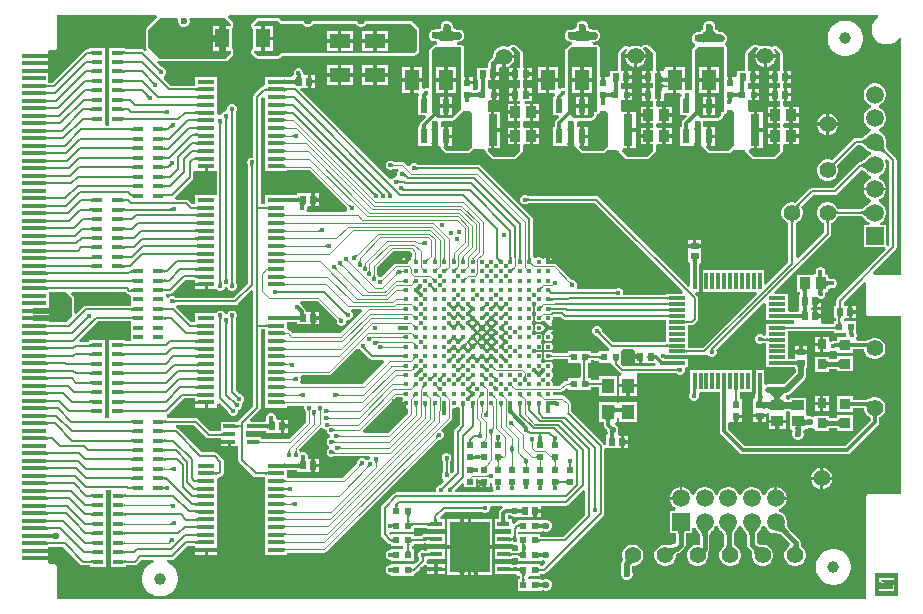
<source format=gtl>
G04*
G04 #@! TF.GenerationSoftware,Altium Limited,Altium Designer,24.4.1 (13)*
G04*
G04 Layer_Physical_Order=1*
G04 Layer_Color=255*
%FSLAX44Y44*%
%MOMM*%
G71*
G04*
G04 #@! TF.SameCoordinates,84C276BA-1ECB-4C60-8319-21ABD3FB6CDE*
G04*
G04*
G04 #@! TF.FilePolarity,Positive*
G04*
G01*
G75*
%ADD12C,0.2000*%
%ADD15C,0.1500*%
%ADD16R,0.5000X0.6000*%
%ADD17R,0.6000X0.6400*%
%ADD18R,0.9000X1.0000*%
%ADD19R,1.4750X0.4500*%
%ADD20R,0.3000X1.4750*%
%ADD21R,1.4750X0.3000*%
%ADD22R,0.6000X0.5000*%
%ADD23C,0.4200*%
%ADD24R,0.6000X1.1500*%
%ADD25R,0.8000X2.7000*%
%ADD26R,1.0500X0.4500*%
%ADD27R,3.4500X4.3500*%
%ADD28R,1.2500X1.6500*%
%ADD29R,1.0000X0.4000*%
%ADD30R,0.9000X0.4500*%
%ADD31R,1.0000X0.9000*%
%ADD32R,1.8000X1.3000*%
%ADD33R,1.3000X1.8000*%
%ADD34R,0.8000X0.9000*%
%ADD35R,0.6400X0.6000*%
%ADD36R,0.9500X0.9000*%
%ADD37R,2.0000X0.3800*%
%ADD38R,1.1000X1.3000*%
%ADD66C,1.4000*%
%ADD67C,1.0000*%
%ADD68C,0.3000*%
%ADD69C,0.1300*%
%ADD70C,0.1250*%
%ADD71C,0.5000*%
%ADD72C,0.1253*%
%ADD73C,0.4000*%
%ADD74C,0.6000*%
%ADD75C,1.5000*%
%ADD76R,1.5000X1.5000*%
%ADD77C,0.6000*%
G36*
X380000Y710000D02*
Y707750D01*
X375750D01*
Y697500D01*
Y687250D01*
X380000D01*
Y685000D01*
X375000Y680000D01*
X320000D01*
X310000Y690000D01*
Y705000D01*
X320000Y715000D01*
X334481D01*
X335186Y713944D01*
X335000Y713495D01*
Y711505D01*
X335761Y709668D01*
X337168Y708261D01*
X339005Y707500D01*
X340995D01*
X342832Y708261D01*
X344239Y709668D01*
X345000Y711505D01*
Y713495D01*
X344814Y713944D01*
X345519Y715000D01*
X375000D01*
X380000Y710000D01*
D02*
G37*
G36*
X317567Y715451D02*
X308558Y706442D01*
X308116Y705780D01*
X307961Y705000D01*
Y690000D01*
X307961Y690000D01*
X308116Y689220D01*
X308558Y688558D01*
X307117Y687209D01*
X306663Y687663D01*
X305671Y688326D01*
X304500Y688559D01*
X304500Y688559D01*
X290000D01*
Y689750D01*
X277000D01*
Y681250D01*
Y673250D01*
Y665250D01*
Y657250D01*
Y649250D01*
Y641250D01*
Y633250D01*
Y625250D01*
X276255Y623559D01*
X273745D01*
X273000Y625250D01*
Y633250D01*
Y641250D01*
Y649250D01*
Y657250D01*
Y665250D01*
Y673250D01*
Y681250D01*
Y689750D01*
X260000D01*
Y688304D01*
X258000D01*
X256927Y688090D01*
X256017Y687483D01*
X228664Y660129D01*
X225000D01*
Y668495D01*
X223449Y668392D01*
X223239Y668344D01*
X223090Y668288D01*
X222999Y668226D01*
X222969Y668156D01*
Y668525D01*
X213000D01*
Y671525D01*
X222969D01*
Y671895D01*
X222999Y671824D01*
X223090Y671761D01*
X223239Y671706D01*
X223449Y671658D01*
X223720Y671617D01*
X224440Y671558D01*
X225000Y671546D01*
Y672475D01*
Y674845D01*
X223449Y674742D01*
X223239Y674694D01*
X223090Y674639D01*
X222999Y674576D01*
X222969Y674505D01*
Y674875D01*
X213000D01*
Y677875D01*
X222969D01*
Y678244D01*
X222999Y678174D01*
X223090Y678111D01*
X223239Y678056D01*
X223449Y678008D01*
X223720Y677967D01*
X224440Y677908D01*
X225000Y677896D01*
Y678825D01*
Y681225D01*
X213000D01*
Y684225D01*
X225000D01*
Y686625D01*
X226658Y687451D01*
X230000D01*
X230975Y687645D01*
X231802Y688198D01*
X232355Y689025D01*
X232549Y690000D01*
Y717451D01*
X316739D01*
X317567Y715451D01*
D02*
G37*
G36*
X262061Y684000D02*
X262046Y684142D01*
X262000Y684270D01*
X261923Y684382D01*
X261816Y684480D01*
X261678Y684562D01*
X261510Y684630D01*
X261311Y684682D01*
X261082Y684720D01*
X260821Y684742D01*
X260530Y684750D01*
Y686250D01*
X260821Y686257D01*
X261082Y686280D01*
X261311Y686317D01*
X261510Y686370D01*
X261678Y686437D01*
X261816Y686520D01*
X261923Y686617D01*
X262000Y686730D01*
X262046Y686857D01*
X262061Y687000D01*
Y684000D01*
D02*
G37*
G36*
X287990Y687310D02*
X288050Y687140D01*
X288150Y686990D01*
X288290Y686860D01*
X288470Y686750D01*
X288689Y686660D01*
X288950Y686590D01*
X289249Y686540D01*
X289590Y686510D01*
X289970Y686500D01*
Y684500D01*
X289590Y684490D01*
X289249Y684460D01*
X288950Y684410D01*
X288689Y684340D01*
X288470Y684250D01*
X288290Y684140D01*
X288150Y684010D01*
X288050Y683860D01*
X287990Y683690D01*
X287969Y683500D01*
Y687500D01*
X287990Y687310D01*
D02*
G37*
G36*
X928054Y715451D02*
X927209Y714887D01*
X927032Y714709D01*
X926823Y714570D01*
X925430Y713177D01*
X925291Y712968D01*
X925113Y712791D01*
X924019Y711153D01*
X923923Y710921D01*
X923783Y710712D01*
X923029Y708892D01*
X922980Y708646D01*
X922884Y708414D01*
X922500Y706482D01*
Y706231D01*
X922451Y705985D01*
Y704015D01*
X922500Y703769D01*
Y703518D01*
X922884Y701586D01*
X922980Y701354D01*
X923029Y701108D01*
X923783Y699288D01*
X923923Y699079D01*
X924019Y698847D01*
X925113Y697209D01*
X925291Y697032D01*
X925430Y696823D01*
X926823Y695430D01*
X927032Y695291D01*
X927209Y695113D01*
X928847Y694019D01*
X929079Y693923D01*
X929288Y693783D01*
X931108Y693029D01*
X931354Y692980D01*
X931586Y692884D01*
X933518Y692500D01*
X933769D01*
X934015Y692451D01*
X935985D01*
X936231Y692500D01*
X936482D01*
X938414Y692884D01*
X938646Y692980D01*
X938892Y693029D01*
X940712Y693783D01*
X940921Y693923D01*
X941153Y694019D01*
X942791Y695113D01*
X942968Y695291D01*
X943177Y695430D01*
X944570Y696823D01*
X944709Y697032D01*
X944887Y697209D01*
X945451Y698054D01*
X947451Y697447D01*
X947451Y497549D01*
X924488D01*
X923722Y499397D01*
X942663Y518337D01*
X942663Y518337D01*
X943326Y519329D01*
X943559Y520500D01*
Y594500D01*
X943559Y594500D01*
X943326Y595671D01*
X942663Y596663D01*
X935499Y603827D01*
X935479Y603851D01*
X935336Y604082D01*
X935178Y604429D01*
X935021Y604891D01*
X934875Y605468D01*
X934751Y606153D01*
X934655Y606922D01*
X934544Y608841D01*
X934539Y609935D01*
X934500Y610125D01*
Y611251D01*
X933853Y613667D01*
X932602Y615833D01*
X930833Y617602D01*
X928667Y618853D01*
X928248Y618965D01*
Y621035D01*
X928667Y621147D01*
X930833Y622398D01*
X932602Y624167D01*
X933853Y626333D01*
X934500Y628749D01*
Y631251D01*
X933853Y633667D01*
X932602Y635833D01*
X930833Y637602D01*
X928667Y638853D01*
X928248Y638965D01*
Y641035D01*
X928667Y641148D01*
X930833Y642398D01*
X932602Y644167D01*
X933853Y646333D01*
X934500Y648749D01*
Y651251D01*
X933853Y653667D01*
X932602Y655833D01*
X930833Y657602D01*
X928667Y658853D01*
X926251Y659500D01*
X923749D01*
X921333Y658853D01*
X919167Y657602D01*
X917398Y655833D01*
X916147Y653667D01*
X915500Y651251D01*
Y648749D01*
X916147Y646333D01*
X917398Y644167D01*
X919167Y642398D01*
X921333Y641148D01*
X921752Y641035D01*
Y638965D01*
X921333Y638853D01*
X919167Y637602D01*
X917398Y635833D01*
X916147Y633667D01*
X915500Y631251D01*
Y628749D01*
X916147Y626333D01*
X917398Y624167D01*
X919167Y622398D01*
X921333Y621147D01*
X921752Y621035D01*
Y618965D01*
X921333Y618853D01*
X919167Y617602D01*
X918371Y616806D01*
X918209Y616699D01*
X917432Y615929D01*
X915997Y614650D01*
X915385Y614174D01*
X914812Y613778D01*
X914302Y613473D01*
X913863Y613257D01*
X913507Y613125D01*
X913242Y613061D01*
X913211Y613059D01*
X909000D01*
X909000Y613059D01*
X907830Y612826D01*
X906837Y612163D01*
X888878Y594204D01*
X888842Y594174D01*
X888474Y594387D01*
X886185Y595000D01*
X883815D01*
X881526Y594387D01*
X879474Y593202D01*
X877798Y591526D01*
X876613Y589474D01*
X876000Y587185D01*
Y584815D01*
X876613Y582526D01*
X877798Y580474D01*
X879474Y578798D01*
X881526Y577613D01*
X883815Y577000D01*
X886185D01*
X888474Y577613D01*
X890526Y578798D01*
X892202Y580474D01*
X893387Y582526D01*
X894000Y584815D01*
Y587185D01*
X893387Y589474D01*
X893174Y589842D01*
X893204Y589878D01*
X910267Y606941D01*
X913211D01*
X913242Y606939D01*
X913507Y606875D01*
X913863Y606743D01*
X914302Y606527D01*
X914812Y606222D01*
X915385Y605826D01*
X915997Y605350D01*
X917432Y604071D01*
X918209Y603301D01*
X918371Y603194D01*
X919167Y602398D01*
X921333Y601147D01*
X921752Y601035D01*
Y598965D01*
X921333Y598853D01*
X919167Y597602D01*
X918371Y596806D01*
X918209Y596699D01*
X917432Y595929D01*
X915997Y594650D01*
X915385Y594174D01*
X914812Y593778D01*
X914302Y593473D01*
X913863Y593257D01*
X913507Y593125D01*
X913242Y593061D01*
X913211Y593059D01*
X913000D01*
X913000Y593059D01*
X911830Y592826D01*
X910837Y592163D01*
X910837Y592163D01*
X889733Y571059D01*
X872000D01*
X872000Y571059D01*
X870829Y570826D01*
X869837Y570163D01*
X869837Y570163D01*
X858269Y558595D01*
X858220Y558554D01*
X858121Y558481D01*
X856185Y559000D01*
X853815D01*
X851526Y558387D01*
X849474Y557202D01*
X847798Y555526D01*
X846613Y553474D01*
X846000Y551185D01*
Y548815D01*
X846613Y546526D01*
X847798Y544474D01*
X849474Y542798D01*
X851526Y541613D01*
X851937Y541503D01*
X851941Y541456D01*
Y508040D01*
X832848Y488947D01*
X831000Y489712D01*
Y501755D01*
X777535D01*
X776422Y503755D01*
X776600Y504184D01*
Y505816D01*
X776482Y506100D01*
X777680Y508100D01*
X777700D01*
Y516900D01*
Y520400D01*
X767300D01*
Y516900D01*
Y508100D01*
X767320D01*
X768518Y506100D01*
X768400Y505816D01*
Y504184D01*
X768931Y502902D01*
Y492380D01*
X769000Y492035D01*
Y487939D01*
X767152Y487174D01*
X691163Y563163D01*
X690171Y563826D01*
X689000Y564059D01*
X689000Y564059D01*
X631791D01*
X631785Y564059D01*
X631731Y564069D01*
X631728Y564070D01*
X631323Y564476D01*
X629816Y565100D01*
X628185D01*
X626678Y564476D01*
X625524Y563322D01*
X624900Y561815D01*
Y560185D01*
X625524Y558677D01*
X626678Y557524D01*
X628185Y556900D01*
X629816D01*
X631323Y557524D01*
X631728Y557930D01*
X631731Y557931D01*
X631758Y557935D01*
X631819Y557941D01*
X687733D01*
X762827Y482848D01*
X762061Y481000D01*
X750319D01*
X750275Y481009D01*
X750232Y481000D01*
X748245D01*
Y480559D01*
X712551D01*
X712100Y481235D01*
Y482865D01*
X711476Y484372D01*
X710322Y485526D01*
X708816Y486150D01*
X707185D01*
X705678Y485526D01*
X705272Y485120D01*
X705269Y485119D01*
X705242Y485115D01*
X705181Y485109D01*
X673736D01*
X673268Y485691D01*
X672654Y487109D01*
X673100Y488185D01*
Y489816D01*
X672476Y491323D01*
X671322Y492476D01*
X669816Y493100D01*
X669195D01*
X669017Y493139D01*
X668849Y493142D01*
X668759Y493149D01*
X668689Y493160D01*
X668639Y493171D01*
X668605Y493181D01*
X668603Y493182D01*
X655368Y506418D01*
X654499Y506998D01*
X654448Y507008D01*
X653367Y507404D01*
X652970Y508147D01*
Y507000D01*
X649813Y506861D01*
Y508500D01*
X647000D01*
Y509850D01*
X646892D01*
X646912Y509905D01*
X646931Y510016D01*
X646947Y510185D01*
X646983Y511035D01*
X646994Y512314D01*
X646178Y511976D01*
X645807Y511605D01*
X644500Y511046D01*
X643193Y511605D01*
X642822Y511976D01*
X641316Y512600D01*
X639684D01*
X638177Y511976D01*
X637807Y511605D01*
X637250Y511367D01*
X635559Y512309D01*
Y544500D01*
X635559Y544500D01*
X635326Y545671D01*
X634663Y546663D01*
X634663Y546663D01*
X591663Y589663D01*
X590671Y590326D01*
X589500Y590559D01*
X589500Y590559D01*
X537791D01*
X537785Y590560D01*
X537731Y590569D01*
X537728Y590570D01*
X537322Y590976D01*
X535816Y591600D01*
X534184D01*
X532677Y590976D01*
X531658Y589956D01*
X531426Y589810D01*
X529243Y589542D01*
X526893Y591893D01*
X526024Y592473D01*
X525000Y592676D01*
X525000Y592676D01*
X518238D01*
X518235Y592678D01*
X518205Y592694D01*
X518161Y592722D01*
X518104Y592764D01*
X518036Y592822D01*
X517914Y592939D01*
X517761Y593037D01*
X517323Y593476D01*
X515816Y594100D01*
X514184D01*
X512678Y593476D01*
X511524Y592322D01*
X510900Y590816D01*
Y589184D01*
X511524Y587677D01*
X512678Y586524D01*
X514184Y585900D01*
X515816D01*
X517323Y586524D01*
X517761Y586963D01*
X517914Y587061D01*
X518036Y587178D01*
X518104Y587236D01*
X518161Y587279D01*
X518205Y587306D01*
X518235Y587322D01*
X518238Y587324D01*
X521197D01*
X522025Y585324D01*
X521524Y584823D01*
X520900Y583316D01*
Y581948D01*
X520887Y581671D01*
X519392Y580100D01*
X519184D01*
X517678Y579476D01*
X516678Y578476D01*
X516389Y578307D01*
X514255Y578071D01*
X438373Y653952D01*
X439139Y655800D01*
X444900D01*
Y661000D01*
X446400D01*
D01*
X444900D01*
Y666200D01*
X442857D01*
X441100Y667185D01*
Y668816D01*
X440476Y670322D01*
X439323Y671476D01*
X437816Y672100D01*
X436185D01*
X434678Y671476D01*
X433524Y670322D01*
X432900Y668816D01*
Y667185D01*
X432600Y666200D01*
D01*
X432012Y664444D01*
X427255D01*
Y665000D01*
X425268D01*
X425224Y665009D01*
X425181Y665000D01*
X408505D01*
Y658944D01*
X408000Y657059D01*
X406829Y656826D01*
X405837Y656163D01*
X405837Y656163D01*
X399837Y650163D01*
X399174Y649171D01*
X398941Y648000D01*
X398941Y648000D01*
Y597052D01*
X398265Y596600D01*
X396634D01*
X395128Y595976D01*
X393974Y594823D01*
X393350Y593316D01*
Y591684D01*
X393974Y590178D01*
X394433Y589719D01*
X394435Y589707D01*
X394441Y589645D01*
Y490215D01*
X382285Y478059D01*
X332791D01*
X332785Y478060D01*
X332731Y478069D01*
X332728Y478070D01*
X332322Y478476D01*
X330816Y479100D01*
X329184D01*
X327678Y478476D01*
X327000Y477798D01*
X325000Y478471D01*
Y481441D01*
X328500D01*
X328500Y481441D01*
X329670Y481674D01*
X330663Y482337D01*
X341267Y492941D01*
X349745D01*
Y490750D01*
X359120D01*
Y489250D01*
X360620D01*
Y485000D01*
X368202D01*
X368677Y484524D01*
X370185Y483900D01*
X371815D01*
X373322Y484524D01*
X374476Y485677D01*
X375012Y486972D01*
X375185Y486900D01*
X376816D01*
X376988Y486972D01*
X377524Y485677D01*
X378678Y484524D01*
X380185Y483900D01*
X381815D01*
X383322Y484524D01*
X384476Y485677D01*
X385100Y487184D01*
Y488815D01*
X384476Y490322D01*
X384070Y490728D01*
X384069Y490731D01*
X384064Y490758D01*
X384059Y490819D01*
Y635209D01*
X384059Y635215D01*
X384069Y635269D01*
X384070Y635272D01*
X384476Y635677D01*
X385100Y637184D01*
Y638815D01*
X384476Y640322D01*
X383322Y641476D01*
X381815Y642100D01*
X380185D01*
X378678Y641476D01*
X377524Y640322D01*
X376900Y638815D01*
Y637948D01*
X376864Y637162D01*
X375184Y636100D01*
X373678Y635476D01*
X372524Y634323D01*
X371900Y632816D01*
X371816Y632781D01*
X369989Y632343D01*
X368495Y633574D01*
Y643500D01*
Y650000D01*
Y656500D01*
Y665000D01*
X349745D01*
Y657309D01*
X329017D01*
X323071Y663255D01*
X323322Y665524D01*
X324476Y666678D01*
X325100Y668185D01*
Y669816D01*
X324476Y671322D01*
X323322Y672476D01*
X321815Y673100D01*
X321242D01*
X321239Y673102D01*
X321217Y673117D01*
X321170Y673156D01*
X317209Y677117D01*
X318558Y678558D01*
X319220Y678116D01*
X320000Y677961D01*
X375000D01*
X375780Y678116D01*
X376442Y678558D01*
X381442Y683558D01*
X381884Y684220D01*
X382039Y685000D01*
Y687250D01*
X381884Y688030D01*
X381442Y688692D01*
X381000Y688987D01*
Y706013D01*
X381442Y706308D01*
X381884Y706970D01*
X382039Y707750D01*
Y710000D01*
X382039Y710000D01*
X381884Y710780D01*
X381442Y711442D01*
X377433Y715451D01*
X378261Y717451D01*
X927447Y717451D01*
X928054Y715451D01*
D02*
G37*
G36*
X262061Y676000D02*
X262046Y676142D01*
X262000Y676270D01*
X261923Y676382D01*
X261816Y676480D01*
X261678Y676562D01*
X261510Y676630D01*
X261311Y676682D01*
X261082Y676720D01*
X260821Y676742D01*
X260530Y676750D01*
Y678250D01*
X260821Y678257D01*
X261082Y678280D01*
X261311Y678317D01*
X261510Y678370D01*
X261678Y678437D01*
X261816Y678520D01*
X261923Y678617D01*
X262000Y678730D01*
X262046Y678857D01*
X262061Y679000D01*
Y676000D01*
D02*
G37*
G36*
X287990Y679310D02*
X288050Y679140D01*
X288150Y678990D01*
X288290Y678860D01*
X288470Y678750D01*
X288689Y678660D01*
X288950Y678590D01*
X289249Y678540D01*
X289590Y678510D01*
X289970Y678500D01*
Y676500D01*
X289590Y676490D01*
X289249Y676460D01*
X288950Y676410D01*
X288689Y676340D01*
X288470Y676250D01*
X288290Y676140D01*
X288150Y676010D01*
X288050Y675860D01*
X287990Y675690D01*
X287969Y675500D01*
Y679500D01*
X287990Y679310D01*
D02*
G37*
G36*
X319671Y671750D02*
X319983Y671491D01*
X320134Y671386D01*
X320283Y671298D01*
X320428Y671225D01*
X320570Y671170D01*
X320710Y671130D01*
X320846Y671107D01*
X320979Y671100D01*
X318900Y669021D01*
X318893Y669154D01*
X318870Y669290D01*
X318831Y669430D01*
X318775Y669572D01*
X318702Y669717D01*
X318614Y669866D01*
X318509Y670017D01*
X318388Y670172D01*
X318250Y670329D01*
X318096Y670490D01*
X319510Y671904D01*
X319671Y671750D01*
D02*
G37*
G36*
X262061Y668000D02*
X262046Y668142D01*
X262000Y668270D01*
X261923Y668382D01*
X261816Y668480D01*
X261678Y668562D01*
X261510Y668630D01*
X261311Y668682D01*
X261082Y668720D01*
X260821Y668742D01*
X260530Y668750D01*
Y670250D01*
X260821Y670257D01*
X261082Y670280D01*
X261311Y670317D01*
X261510Y670370D01*
X261678Y670437D01*
X261816Y670520D01*
X261923Y670617D01*
X262000Y670730D01*
X262046Y670857D01*
X262061Y671000D01*
Y668000D01*
D02*
G37*
G36*
X287990Y671310D02*
X288050Y671140D01*
X288150Y670990D01*
X288290Y670860D01*
X288470Y670750D01*
X288689Y670660D01*
X288950Y670590D01*
X289249Y670540D01*
X289590Y670510D01*
X289970Y670500D01*
Y668500D01*
X289590Y668490D01*
X289249Y668460D01*
X288950Y668410D01*
X288689Y668340D01*
X288470Y668250D01*
X288290Y668140D01*
X288150Y668010D01*
X288050Y667860D01*
X287990Y667690D01*
X287969Y667500D01*
Y671500D01*
X287990Y671310D01*
D02*
G37*
G36*
X438745Y666595D02*
X438790Y666081D01*
X438865Y665627D01*
X438970Y665234D01*
X439105Y664901D01*
X439270Y664628D01*
X439465Y664415D01*
X439690Y664263D01*
X439945Y664171D01*
X440230Y664139D01*
X434631Y664169D01*
X434839Y664200D01*
X435026Y664289D01*
X435191Y664439D01*
X435334Y664650D01*
X435455Y664920D01*
X435554Y665249D01*
X435631Y665639D01*
X435686Y666089D01*
X435719Y666600D01*
X435730Y667169D01*
X438730D01*
X438745Y666595D01*
D02*
G37*
G36*
X262061Y660000D02*
X262046Y660142D01*
X262000Y660270D01*
X261923Y660382D01*
X261816Y660480D01*
X261678Y660563D01*
X261510Y660630D01*
X261311Y660682D01*
X261082Y660720D01*
X260821Y660742D01*
X260530Y660750D01*
Y662250D01*
X260821Y662258D01*
X261082Y662280D01*
X261311Y662317D01*
X261510Y662370D01*
X261678Y662437D01*
X261816Y662520D01*
X261923Y662617D01*
X262000Y662730D01*
X262046Y662857D01*
X262061Y663000D01*
Y660000D01*
D02*
G37*
G36*
X287990Y663310D02*
X288050Y663140D01*
X288150Y662990D01*
X288290Y662860D01*
X288470Y662750D01*
X288689Y662660D01*
X288950Y662590D01*
X289249Y662540D01*
X289590Y662510D01*
X289970Y662500D01*
Y660500D01*
X289590Y660490D01*
X289249Y660460D01*
X288950Y660410D01*
X288689Y660340D01*
X288470Y660250D01*
X288290Y660140D01*
X288150Y660010D01*
X288050Y659860D01*
X287990Y659690D01*
X287969Y659500D01*
Y663500D01*
X287990Y663310D01*
D02*
G37*
G36*
X425255Y662857D02*
X425345Y662756D01*
X425494Y662666D01*
X425704Y662589D01*
X425975Y662524D01*
X426305Y662470D01*
X426694Y662429D01*
X427654Y662381D01*
X428224Y662375D01*
Y659375D01*
X427654Y659367D01*
X426694Y659299D01*
X426305Y659240D01*
X425975Y659164D01*
X425704Y659071D01*
X425494Y658961D01*
X425345Y658835D01*
X425255Y658691D01*
X425224Y658531D01*
Y662970D01*
X425255Y662857D01*
D02*
G37*
G36*
X314671Y660750D02*
X314983Y660491D01*
X315134Y660386D01*
X315283Y660298D01*
X315428Y660225D01*
X315570Y660170D01*
X315710Y660130D01*
X315846Y660107D01*
X315979Y660100D01*
X313900Y658021D01*
X313893Y658154D01*
X313870Y658290D01*
X313831Y658430D01*
X313775Y658572D01*
X313702Y658717D01*
X313614Y658866D01*
X313509Y659017D01*
X313388Y659172D01*
X313250Y659329D01*
X313096Y659490D01*
X314510Y660904D01*
X314671Y660750D01*
D02*
G37*
G36*
X434631Y657875D02*
X434600Y658160D01*
X434510Y658415D01*
X434361Y658640D01*
X434151Y658835D01*
X433881Y659000D01*
X433550Y659135D01*
X433161Y659240D01*
X432710Y659315D01*
X432201Y659360D01*
X431631Y659375D01*
Y662375D01*
X432201Y662390D01*
X432710Y662435D01*
X433161Y662510D01*
X433550Y662615D01*
X433881Y662750D01*
X434151Y662915D01*
X434361Y663110D01*
X434510Y663335D01*
X434600Y663590D01*
X434631Y663875D01*
Y657875D01*
D02*
G37*
G36*
X222954Y658682D02*
X223000Y658555D01*
X223077Y658443D01*
X223184Y658345D01*
X223322Y658262D01*
X223490Y658195D01*
X223689Y658142D01*
X223919Y658105D01*
X224179Y658083D01*
X224470Y658075D01*
Y656575D01*
X224179Y656568D01*
X223919Y656545D01*
X223689Y656507D01*
X223490Y656455D01*
X223322Y656387D01*
X223184Y656305D01*
X223077Y656208D01*
X223000Y656095D01*
X222954Y655967D01*
X222939Y655825D01*
Y658825D01*
X222954Y658682D01*
D02*
G37*
G36*
X425214Y656060D02*
X425275Y655890D01*
X425377Y655740D01*
X425519Y655610D01*
X425702Y655500D01*
X425925Y655410D01*
X426189Y655340D01*
X426494Y655290D01*
X426839Y655260D01*
X427225Y655250D01*
Y653250D01*
X426839Y653240D01*
X426494Y653210D01*
X426189Y653160D01*
X425925Y653090D01*
X425702Y653000D01*
X425519Y652890D01*
X425377Y652760D01*
X425275Y652610D01*
X425214Y652440D01*
X425194Y652250D01*
Y656250D01*
X425214Y656060D01*
D02*
G37*
G36*
X351806Y652250D02*
X351786Y652440D01*
X351725Y652610D01*
X351623Y652760D01*
X351481Y652890D01*
X351298Y653000D01*
X351075Y653090D01*
X350811Y653160D01*
X350507Y653210D01*
X350161Y653240D01*
X349776Y653250D01*
Y655250D01*
X350161Y655260D01*
X350507Y655290D01*
X350811Y655340D01*
X351075Y655410D01*
X351298Y655500D01*
X351481Y655610D01*
X351623Y655740D01*
X351725Y655890D01*
X351786Y656060D01*
X351806Y656250D01*
Y652250D01*
D02*
G37*
G36*
X410536Y652030D02*
X410516Y652215D01*
X410456Y652380D01*
X410355Y652525D01*
X410215Y652651D01*
X410036Y652758D01*
X409815Y652845D01*
X409556Y652913D01*
X409255Y652961D01*
X408915Y652990D01*
X408535Y653000D01*
Y655000D01*
X408920Y655010D01*
X409264Y655040D01*
X409568Y655090D01*
X409831Y655160D01*
X410055Y655250D01*
X410237Y655360D01*
X410380Y655490D01*
X410482Y655640D01*
X410544Y655810D01*
X410566Y656000D01*
X410536Y652030D01*
D02*
G37*
G36*
X262061Y652000D02*
X262046Y652142D01*
X262000Y652270D01*
X261923Y652383D01*
X261816Y652480D01*
X261678Y652562D01*
X261510Y652630D01*
X261311Y652682D01*
X261082Y652720D01*
X260821Y652742D01*
X260530Y652750D01*
Y654250D01*
X260821Y654258D01*
X261082Y654280D01*
X261311Y654317D01*
X261510Y654370D01*
X261678Y654437D01*
X261816Y654520D01*
X261923Y654617D01*
X262000Y654730D01*
X262046Y654857D01*
X262061Y655000D01*
Y652000D01*
D02*
G37*
G36*
X287990Y655310D02*
X288050Y655140D01*
X288150Y654990D01*
X288290Y654860D01*
X288470Y654750D01*
X288689Y654660D01*
X288950Y654590D01*
X289249Y654540D01*
X289590Y654510D01*
X289970Y654500D01*
Y652500D01*
X289590Y652490D01*
X289249Y652460D01*
X288950Y652410D01*
X288689Y652340D01*
X288470Y652250D01*
X288290Y652140D01*
X288150Y652010D01*
X288050Y651860D01*
X287990Y651690D01*
X287969Y651500D01*
Y655500D01*
X287990Y655310D01*
D02*
G37*
G36*
X222954Y652333D02*
X223000Y652205D01*
X223077Y652093D01*
X223184Y651995D01*
X223322Y651913D01*
X223490Y651845D01*
X223689Y651793D01*
X223919Y651755D01*
X224179Y651732D01*
X224470Y651725D01*
Y650225D01*
X224179Y650218D01*
X223919Y650195D01*
X223689Y650157D01*
X223490Y650105D01*
X223322Y650038D01*
X223184Y649955D01*
X223077Y649857D01*
X223000Y649745D01*
X222954Y649617D01*
X222939Y649475D01*
Y652475D01*
X222954Y652333D01*
D02*
G37*
G36*
X309671Y649750D02*
X309983Y649491D01*
X310134Y649386D01*
X310283Y649298D01*
X310428Y649225D01*
X310570Y649169D01*
X310710Y649130D01*
X310846Y649107D01*
X310979Y649100D01*
X308900Y647021D01*
X308893Y647154D01*
X308870Y647290D01*
X308831Y647430D01*
X308775Y647572D01*
X308702Y647717D01*
X308614Y647866D01*
X308509Y648017D01*
X308388Y648171D01*
X308250Y648329D01*
X308096Y648490D01*
X309510Y649904D01*
X309671Y649750D01*
D02*
G37*
G36*
X425214Y649560D02*
X425275Y649390D01*
X425377Y649240D01*
X425519Y649110D01*
X425702Y649000D01*
X425925Y648910D01*
X426189Y648840D01*
X426494Y648790D01*
X426839Y648760D01*
X427225Y648750D01*
Y646750D01*
X426839Y646740D01*
X426494Y646710D01*
X426189Y646660D01*
X425925Y646590D01*
X425702Y646500D01*
X425519Y646390D01*
X425377Y646260D01*
X425275Y646110D01*
X425214Y645940D01*
X425194Y645750D01*
Y649750D01*
X425214Y649560D01*
D02*
G37*
G36*
X351806Y645750D02*
X351786Y645940D01*
X351725Y646110D01*
X351623Y646260D01*
X351481Y646390D01*
X351298Y646500D01*
X351075Y646590D01*
X350811Y646660D01*
X350507Y646710D01*
X350161Y646740D01*
X349776Y646750D01*
Y648750D01*
X350161Y648760D01*
X350507Y648790D01*
X350811Y648840D01*
X351075Y648910D01*
X351298Y649000D01*
X351481Y649110D01*
X351623Y649240D01*
X351725Y649390D01*
X351786Y649560D01*
X351806Y649750D01*
Y645750D01*
D02*
G37*
G36*
X262061Y644000D02*
X262046Y644143D01*
X262000Y644270D01*
X261923Y644382D01*
X261816Y644480D01*
X261678Y644563D01*
X261510Y644630D01*
X261311Y644682D01*
X261082Y644720D01*
X260821Y644743D01*
X260530Y644750D01*
Y646250D01*
X260821Y646257D01*
X261082Y646280D01*
X261311Y646318D01*
X261510Y646370D01*
X261678Y646438D01*
X261816Y646520D01*
X261923Y646618D01*
X262000Y646730D01*
X262046Y646858D01*
X262061Y647000D01*
Y644000D01*
D02*
G37*
G36*
X287990Y647310D02*
X288050Y647140D01*
X288150Y646990D01*
X288290Y646860D01*
X288470Y646750D01*
X288689Y646660D01*
X288950Y646590D01*
X289249Y646540D01*
X289590Y646510D01*
X289970Y646500D01*
Y644500D01*
X289590Y644490D01*
X289249Y644460D01*
X288950Y644410D01*
X288689Y644340D01*
X288470Y644250D01*
X288290Y644140D01*
X288150Y644010D01*
X288050Y643860D01*
X287990Y643690D01*
X287969Y643500D01*
Y647500D01*
X287990Y647310D01*
D02*
G37*
G36*
X222954Y645983D02*
X223000Y645855D01*
X223077Y645742D01*
X223184Y645645D01*
X223322Y645563D01*
X223490Y645495D01*
X223689Y645443D01*
X223919Y645405D01*
X224179Y645383D01*
X224470Y645375D01*
Y643875D01*
X224179Y643867D01*
X223919Y643845D01*
X223689Y643808D01*
X223490Y643755D01*
X223322Y643688D01*
X223184Y643605D01*
X223077Y643508D01*
X223000Y643395D01*
X222954Y643268D01*
X222939Y643125D01*
Y646125D01*
X222954Y645983D01*
D02*
G37*
G36*
X425214Y643060D02*
X425275Y642890D01*
X425377Y642740D01*
X425519Y642610D01*
X425702Y642500D01*
X425925Y642410D01*
X426189Y642340D01*
X426494Y642290D01*
X426839Y642260D01*
X427225Y642250D01*
Y640250D01*
X426839Y640240D01*
X426494Y640210D01*
X426189Y640160D01*
X425925Y640090D01*
X425702Y640000D01*
X425519Y639890D01*
X425377Y639760D01*
X425275Y639610D01*
X425214Y639440D01*
X425194Y639250D01*
Y643250D01*
X425214Y643060D01*
D02*
G37*
G36*
X351806Y639250D02*
X351786Y639440D01*
X351725Y639610D01*
X351623Y639760D01*
X351481Y639890D01*
X351298Y640000D01*
X351075Y640090D01*
X350811Y640160D01*
X350507Y640210D01*
X350161Y640240D01*
X349776Y640250D01*
Y642250D01*
X350161Y642260D01*
X350507Y642290D01*
X350811Y642340D01*
X351075Y642410D01*
X351298Y642500D01*
X351481Y642610D01*
X351623Y642740D01*
X351725Y642890D01*
X351786Y643060D01*
X351806Y643250D01*
Y639250D01*
D02*
G37*
G36*
X222954Y639632D02*
X223000Y639505D01*
X223077Y639393D01*
X223184Y639295D01*
X223322Y639212D01*
X223490Y639145D01*
X223689Y639092D01*
X223919Y639055D01*
X224179Y639033D01*
X224470Y639025D01*
Y637525D01*
X224179Y637518D01*
X223919Y637495D01*
X223689Y637458D01*
X223490Y637405D01*
X223322Y637337D01*
X223184Y637255D01*
X223077Y637158D01*
X223000Y637045D01*
X222954Y636917D01*
X222939Y636775D01*
Y639775D01*
X222954Y639632D01*
D02*
G37*
G36*
X287990Y639310D02*
X288050Y639140D01*
X288150Y638990D01*
X288290Y638860D01*
X288470Y638750D01*
X288689Y638660D01*
X288950Y638590D01*
X289249Y638540D01*
X289590Y638510D01*
X289970Y638500D01*
Y636500D01*
X289590Y636490D01*
X289249Y636460D01*
X288950Y636410D01*
X288689Y636340D01*
X288470Y636250D01*
X288290Y636140D01*
X288150Y636010D01*
X288050Y635860D01*
X287990Y635690D01*
X287969Y635500D01*
Y639500D01*
X287990Y639310D01*
D02*
G37*
G36*
X262061Y635500D02*
X262041Y635690D01*
X261980Y635860D01*
X261878Y636010D01*
X261736Y636140D01*
X261553Y636250D01*
X261330Y636340D01*
X261066Y636410D01*
X260762Y636460D01*
X260416Y636490D01*
X260030Y636500D01*
Y638500D01*
X260416Y638510D01*
X260762Y638540D01*
X261066Y638590D01*
X261330Y638660D01*
X261553Y638750D01*
X261736Y638860D01*
X261878Y638990D01*
X261980Y639140D01*
X262041Y639310D01*
X262061Y639500D01*
Y635500D01*
D02*
G37*
G36*
X382381Y636401D02*
X382301Y636289D01*
X382230Y636162D01*
X382169Y636022D01*
X382118Y635868D01*
X382075Y635701D01*
X382042Y635519D01*
X382019Y635325D01*
X382005Y635116D01*
X382000Y634893D01*
X380000D01*
X379995Y635116D01*
X379958Y635519D01*
X379925Y635701D01*
X379883Y635868D01*
X379831Y636022D01*
X379770Y636162D01*
X379699Y636289D01*
X379619Y636401D01*
X379530Y636500D01*
X382470D01*
X382381Y636401D01*
D02*
G37*
G36*
X324500Y633530D02*
X324401Y633619D01*
X324289Y633699D01*
X324162Y633770D01*
X324022Y633831D01*
X323868Y633882D01*
X323701Y633925D01*
X323519Y633958D01*
X323325Y633981D01*
X323116Y633995D01*
X322893Y634000D01*
Y636000D01*
X323116Y636005D01*
X323519Y636042D01*
X323701Y636075D01*
X323868Y636118D01*
X324022Y636169D01*
X324162Y636230D01*
X324289Y636301D01*
X324401Y636381D01*
X324500Y636470D01*
Y633530D01*
D02*
G37*
G36*
X425214Y636560D02*
X425275Y636390D01*
X425377Y636240D01*
X425519Y636110D01*
X425702Y636000D01*
X425925Y635910D01*
X426189Y635840D01*
X426494Y635790D01*
X426839Y635760D01*
X427225Y635750D01*
Y633750D01*
X426839Y633740D01*
X426494Y633710D01*
X426189Y633660D01*
X425925Y633590D01*
X425702Y633500D01*
X425519Y633390D01*
X425377Y633260D01*
X425275Y633110D01*
X425214Y632940D01*
X425194Y632750D01*
Y636750D01*
X425214Y636560D01*
D02*
G37*
G36*
X351806Y632750D02*
X351786Y632940D01*
X351725Y633110D01*
X351623Y633260D01*
X351481Y633390D01*
X351298Y633500D01*
X351075Y633590D01*
X350811Y633660D01*
X350507Y633710D01*
X350161Y633740D01*
X349776Y633750D01*
Y635750D01*
X350161Y635760D01*
X350507Y635790D01*
X350811Y635840D01*
X351075Y635910D01*
X351298Y636000D01*
X351481Y636110D01*
X351623Y636240D01*
X351725Y636390D01*
X351786Y636560D01*
X351806Y636750D01*
Y632750D01*
D02*
G37*
G36*
X222954Y633283D02*
X223000Y633155D01*
X223077Y633042D01*
X223184Y632945D01*
X223322Y632863D01*
X223490Y632795D01*
X223689Y632743D01*
X223919Y632705D01*
X224179Y632682D01*
X224470Y632675D01*
Y631175D01*
X224179Y631167D01*
X223919Y631145D01*
X223689Y631107D01*
X223490Y631055D01*
X223322Y630988D01*
X223184Y630905D01*
X223077Y630807D01*
X223000Y630695D01*
X222954Y630568D01*
X222939Y630425D01*
Y633425D01*
X222954Y633283D01*
D02*
G37*
G36*
X377381Y630401D02*
X377301Y630289D01*
X377230Y630162D01*
X377169Y630022D01*
X377118Y629868D01*
X377075Y629701D01*
X377042Y629519D01*
X377019Y629324D01*
X377005Y629116D01*
X377000Y628893D01*
X375000D01*
X374995Y629116D01*
X374958Y629519D01*
X374925Y629701D01*
X374883Y629868D01*
X374831Y630022D01*
X374770Y630162D01*
X374699Y630289D01*
X374619Y630401D01*
X374530Y630500D01*
X377470D01*
X377381Y630401D01*
D02*
G37*
G36*
X262061Y628000D02*
X262046Y628143D01*
X262000Y628270D01*
X261923Y628382D01*
X261816Y628480D01*
X261678Y628563D01*
X261510Y628630D01*
X261311Y628683D01*
X261082Y628720D01*
X260821Y628742D01*
X260530Y628750D01*
Y630250D01*
X260821Y630257D01*
X261082Y630280D01*
X261311Y630317D01*
X261510Y630370D01*
X261678Y630438D01*
X261816Y630520D01*
X261923Y630617D01*
X262000Y630730D01*
X262046Y630858D01*
X262061Y631000D01*
Y628000D01*
D02*
G37*
G36*
X287990Y631310D02*
X288050Y631140D01*
X288150Y630990D01*
X288290Y630860D01*
X288470Y630750D01*
X288689Y630660D01*
X288950Y630590D01*
X289249Y630540D01*
X289590Y630510D01*
X289970Y630500D01*
Y628500D01*
X289590Y628490D01*
X289249Y628460D01*
X288950Y628410D01*
X288689Y628340D01*
X288470Y628250D01*
X288290Y628140D01*
X288150Y628010D01*
X288050Y627860D01*
X287990Y627690D01*
X287969Y627500D01*
Y631500D01*
X287990Y631310D01*
D02*
G37*
G36*
X425207Y629381D02*
X425245Y629275D01*
X425309Y629181D01*
X425399Y629100D01*
X425514Y629031D01*
X425655Y628975D01*
X425821Y628931D01*
X426013Y628900D01*
X426231Y628881D01*
X426474Y628875D01*
Y627625D01*
X426231Y627619D01*
X426013Y627600D01*
X425821Y627569D01*
X425655Y627525D01*
X425514Y627469D01*
X425399Y627400D01*
X425309Y627319D01*
X425245Y627225D01*
X425207Y627119D01*
X425194Y627000D01*
Y629500D01*
X425207Y629381D01*
D02*
G37*
G36*
X351806Y626250D02*
X351786Y626440D01*
X351725Y626610D01*
X351623Y626760D01*
X351481Y626890D01*
X351298Y627000D01*
X351075Y627090D01*
X350811Y627160D01*
X350507Y627210D01*
X350161Y627240D01*
X349776Y627250D01*
Y629250D01*
X350161Y629260D01*
X350507Y629290D01*
X350811Y629340D01*
X351075Y629410D01*
X351298Y629500D01*
X351481Y629610D01*
X351623Y629740D01*
X351725Y629890D01*
X351786Y630060D01*
X351806Y630250D01*
Y626250D01*
D02*
G37*
G36*
X372381Y626401D02*
X372301Y626289D01*
X372230Y626162D01*
X372169Y626022D01*
X372118Y625868D01*
X372075Y625701D01*
X372042Y625519D01*
X372019Y625325D01*
X372005Y625116D01*
X372000Y624893D01*
X370000D01*
X369995Y625116D01*
X369958Y625519D01*
X369925Y625701D01*
X369883Y625868D01*
X369831Y626022D01*
X369770Y626162D01*
X369699Y626289D01*
X369619Y626401D01*
X369530Y626500D01*
X372470D01*
X372381Y626401D01*
D02*
G37*
G36*
X222954Y626932D02*
X223000Y626805D01*
X223077Y626693D01*
X223184Y626595D01*
X223322Y626512D01*
X223490Y626445D01*
X223689Y626393D01*
X223919Y626355D01*
X224179Y626333D01*
X224470Y626325D01*
Y624825D01*
X224179Y624818D01*
X223919Y624795D01*
X223689Y624757D01*
X223490Y624705D01*
X223322Y624637D01*
X223184Y624555D01*
X223077Y624458D01*
X223000Y624345D01*
X222954Y624217D01*
X222939Y624075D01*
Y627075D01*
X222954Y626932D01*
D02*
G37*
G36*
X330559Y621947D02*
X330426Y621965D01*
X330291Y621965D01*
X330152Y621945D01*
X330011Y621906D01*
X329865Y621848D01*
X329717Y621771D01*
X329566Y621675D01*
X329411Y621560D01*
X329253Y621426D01*
X329091Y621272D01*
X328011Y623020D01*
X328167Y623182D01*
X328552Y623634D01*
X328652Y623775D01*
X328738Y623910D01*
X328809Y624040D01*
X328867Y624165D01*
X328910Y624286D01*
X328938Y624400D01*
X330559Y621947D01*
D02*
G37*
G36*
X425207Y622881D02*
X425245Y622775D01*
X425309Y622681D01*
X425399Y622600D01*
X425514Y622531D01*
X425655Y622475D01*
X425821Y622431D01*
X426013Y622400D01*
X426231Y622381D01*
X426474Y622375D01*
Y621125D01*
X426231Y621119D01*
X426013Y621100D01*
X425821Y621069D01*
X425655Y621025D01*
X425514Y620969D01*
X425399Y620900D01*
X425309Y620819D01*
X425245Y620725D01*
X425207Y620619D01*
X425194Y620500D01*
Y623000D01*
X425207Y622881D01*
D02*
G37*
G36*
X351806Y619750D02*
X351786Y619940D01*
X351725Y620110D01*
X351623Y620260D01*
X351481Y620390D01*
X351298Y620500D01*
X351075Y620590D01*
X350811Y620660D01*
X350507Y620710D01*
X350161Y620740D01*
X349776Y620750D01*
Y622750D01*
X350161Y622760D01*
X350507Y622790D01*
X350811Y622840D01*
X351075Y622910D01*
X351298Y623000D01*
X351481Y623110D01*
X351623Y623240D01*
X351725Y623390D01*
X351786Y623560D01*
X351806Y623750D01*
Y619750D01*
D02*
G37*
G36*
X322990Y622310D02*
X323050Y622140D01*
X323149Y621990D01*
X323289Y621860D01*
X323470Y621750D01*
X323689Y621660D01*
X323950Y621590D01*
X324249Y621540D01*
X324590Y621510D01*
X324969Y621500D01*
Y619500D01*
X324590Y619490D01*
X324249Y619460D01*
X323950Y619410D01*
X323689Y619340D01*
X323470Y619250D01*
X323289Y619140D01*
X323149Y619010D01*
X323050Y618860D01*
X322990Y618690D01*
X322970Y618500D01*
Y622500D01*
X322990Y622310D01*
D02*
G37*
G36*
X297061Y618500D02*
X297041Y618690D01*
X296980Y618860D01*
X296878Y619010D01*
X296736Y619140D01*
X296553Y619250D01*
X296330Y619340D01*
X296066Y619410D01*
X295762Y619460D01*
X295416Y619490D01*
X295030Y619500D01*
Y621500D01*
X295416Y621510D01*
X295762Y621540D01*
X296066Y621590D01*
X296330Y621660D01*
X296553Y621750D01*
X296736Y621860D01*
X296878Y621990D01*
X296980Y622140D01*
X297041Y622310D01*
X297061Y622500D01*
Y618500D01*
D02*
G37*
G36*
X222990Y620929D02*
X223050Y620782D01*
X223150Y620651D01*
X223290Y620538D01*
X223470Y620442D01*
X223689Y620364D01*
X223950Y620303D01*
X224249Y620260D01*
X224590Y620234D01*
X224970Y620225D01*
Y618225D01*
X224590Y618216D01*
X224249Y618190D01*
X223950Y618147D01*
X223689Y618086D01*
X223470Y618008D01*
X223290Y617912D01*
X223150Y617799D01*
X223050Y617668D01*
X222990Y617521D01*
X222969Y617355D01*
Y621095D01*
X222990Y620929D01*
D02*
G37*
G36*
X351806Y614000D02*
X351784Y614190D01*
X351722Y614360D01*
X351619Y614510D01*
X351477Y614640D01*
X351294Y614750D01*
X351071Y614840D01*
X350807Y614910D01*
X350504Y614960D01*
X350160Y614990D01*
X349776Y615000D01*
Y617000D01*
X350155Y617005D01*
X351055Y617075D01*
X351275Y617117D01*
X351455Y617169D01*
X351595Y617230D01*
X351696Y617300D01*
X351755Y617380D01*
X351776Y617469D01*
X351806Y614000D01*
D02*
G37*
G36*
X425207Y616381D02*
X425245Y616275D01*
X425309Y616181D01*
X425399Y616100D01*
X425514Y616031D01*
X425655Y615975D01*
X425821Y615931D01*
X426013Y615900D01*
X426231Y615881D01*
X426474Y615875D01*
Y614625D01*
X426231Y614619D01*
X426013Y614600D01*
X425821Y614569D01*
X425655Y614525D01*
X425514Y614469D01*
X425399Y614400D01*
X425309Y614319D01*
X425245Y614225D01*
X425207Y614119D01*
X425194Y614000D01*
Y616500D01*
X425207Y616381D01*
D02*
G37*
G36*
X433336Y613719D02*
X433194Y613891D01*
X433046Y614045D01*
X432893Y614181D01*
X432735Y614299D01*
X432572Y614398D01*
X432403Y614480D01*
X432229Y614543D01*
X432049Y614589D01*
X431864Y614616D01*
X431674Y614625D01*
X431831Y615875D01*
X432012Y615883D01*
X432194Y615905D01*
X432378Y615944D01*
X432562Y615997D01*
X432747Y616066D01*
X432933Y616150D01*
X433120Y616249D01*
X433307Y616363D01*
X433496Y616493D01*
X433686Y616638D01*
X433336Y613719D01*
D02*
G37*
G36*
X222954Y614232D02*
X223000Y614105D01*
X223077Y613993D01*
X223184Y613895D01*
X223322Y613812D01*
X223490Y613745D01*
X223689Y613693D01*
X223919Y613655D01*
X224179Y613633D01*
X224470Y613625D01*
Y612125D01*
X224179Y612118D01*
X223919Y612095D01*
X223689Y612057D01*
X223490Y612005D01*
X223322Y611937D01*
X223184Y611855D01*
X223077Y611758D01*
X223000Y611645D01*
X222954Y611517D01*
X222939Y611375D01*
Y614375D01*
X222954Y614232D01*
D02*
G37*
G36*
X297061Y611000D02*
X297046Y611142D01*
X297000Y611270D01*
X296923Y611382D01*
X296816Y611480D01*
X296678Y611562D01*
X296510Y611630D01*
X296311Y611682D01*
X296082Y611720D01*
X295821Y611742D01*
X295530Y611750D01*
Y613250D01*
X295821Y613257D01*
X296082Y613280D01*
X296311Y613317D01*
X296510Y613370D01*
X296678Y613437D01*
X296816Y613520D01*
X296923Y613617D01*
X297000Y613730D01*
X297046Y613857D01*
X297061Y614000D01*
Y611000D01*
D02*
G37*
G36*
X322990Y614310D02*
X323050Y614140D01*
X323149Y613990D01*
X323289Y613860D01*
X323470Y613750D01*
X323689Y613660D01*
X323950Y613590D01*
X324249Y613540D01*
X324590Y613510D01*
X324969Y613500D01*
Y611500D01*
X324590Y611490D01*
X324249Y611460D01*
X323950Y611410D01*
X323689Y611340D01*
X323470Y611250D01*
X323289Y611140D01*
X323149Y611010D01*
X323050Y610860D01*
X322990Y610690D01*
X322970Y610500D01*
Y614500D01*
X322990Y614310D01*
D02*
G37*
G36*
X425207Y609881D02*
X425245Y609775D01*
X425309Y609681D01*
X425399Y609600D01*
X425514Y609531D01*
X425655Y609475D01*
X425821Y609431D01*
X426013Y609400D01*
X426231Y609381D01*
X426474Y609375D01*
Y608125D01*
X426231Y608119D01*
X426013Y608100D01*
X425821Y608069D01*
X425655Y608025D01*
X425514Y607969D01*
X425399Y607900D01*
X425309Y607819D01*
X425245Y607725D01*
X425207Y607619D01*
X425194Y607500D01*
Y610000D01*
X425207Y609881D01*
D02*
G37*
G36*
X351806Y606750D02*
X351786Y606940D01*
X351725Y607110D01*
X351623Y607260D01*
X351481Y607390D01*
X351298Y607500D01*
X351075Y607590D01*
X350811Y607660D01*
X350507Y607710D01*
X350161Y607740D01*
X349776Y607750D01*
Y609750D01*
X350161Y609760D01*
X350507Y609790D01*
X350811Y609840D01*
X351075Y609910D01*
X351298Y610000D01*
X351481Y610110D01*
X351623Y610240D01*
X351725Y610390D01*
X351786Y610560D01*
X351806Y610750D01*
Y606750D01*
D02*
G37*
G36*
X919644Y604750D02*
X918828Y605558D01*
X917302Y606917D01*
X916592Y607470D01*
X915917Y607938D01*
X915277Y608320D01*
X914672Y608618D01*
X914102Y608830D01*
X913567Y608957D01*
X913067Y609000D01*
Y611000D01*
X913567Y611043D01*
X914102Y611170D01*
X914672Y611382D01*
X915277Y611680D01*
X915917Y612062D01*
X916592Y612530D01*
X917302Y613083D01*
X918828Y614442D01*
X919644Y615250D01*
Y604750D01*
D02*
G37*
G36*
X222990Y608229D02*
X223050Y608082D01*
X223150Y607951D01*
X223290Y607838D01*
X223470Y607742D01*
X223689Y607664D01*
X223950Y607603D01*
X224249Y607560D01*
X224590Y607534D01*
X224970Y607525D01*
Y605525D01*
X224590Y605516D01*
X224249Y605490D01*
X223950Y605447D01*
X223689Y605386D01*
X223470Y605308D01*
X223290Y605212D01*
X223150Y605099D01*
X223050Y604968D01*
X222990Y604821D01*
X222969Y604655D01*
Y608395D01*
X222990Y608229D01*
D02*
G37*
G36*
X297061Y602500D02*
X297041Y602690D01*
X296980Y602860D01*
X296878Y603010D01*
X296736Y603140D01*
X296553Y603250D01*
X296330Y603340D01*
X296066Y603410D01*
X295762Y603460D01*
X295416Y603490D01*
X295030Y603500D01*
Y605500D01*
X295416Y605510D01*
X295762Y605540D01*
X296066Y605590D01*
X296330Y605660D01*
X296553Y605750D01*
X296736Y605860D01*
X296878Y605990D01*
X296980Y606140D01*
X297041Y606310D01*
X297061Y606500D01*
Y602500D01*
D02*
G37*
G36*
X322990Y605810D02*
X323050Y605640D01*
X323149Y605490D01*
X323289Y605360D01*
X323470Y605250D01*
X323689Y605160D01*
X323950Y605090D01*
X324249Y605040D01*
X324590Y605010D01*
X324969Y605000D01*
Y603000D01*
X324590Y602993D01*
X323950Y602935D01*
X323689Y602885D01*
X323470Y602820D01*
X323289Y602741D01*
X323149Y602647D01*
X323050Y602539D01*
X322990Y602417D01*
X322970Y602280D01*
Y606000D01*
X322990Y605810D01*
D02*
G37*
G36*
X425207Y603381D02*
X425245Y603275D01*
X425309Y603181D01*
X425399Y603100D01*
X425514Y603031D01*
X425655Y602975D01*
X425821Y602931D01*
X426013Y602900D01*
X426231Y602881D01*
X426474Y602875D01*
Y601625D01*
X426231Y601619D01*
X426013Y601600D01*
X425821Y601569D01*
X425655Y601525D01*
X425514Y601469D01*
X425399Y601400D01*
X425309Y601319D01*
X425245Y601225D01*
X425207Y601119D01*
X425194Y601000D01*
Y603500D01*
X425207Y603381D01*
D02*
G37*
G36*
X932505Y608777D02*
X932623Y606737D01*
X932734Y605844D01*
X932881Y605036D01*
X933063Y604313D01*
X933281Y603674D01*
X933534Y603121D01*
X933822Y602653D01*
X934145Y602269D01*
X932731Y600855D01*
X932347Y601178D01*
X931879Y601466D01*
X931326Y601719D01*
X930687Y601937D01*
X929964Y602119D01*
X929156Y602266D01*
X928263Y602377D01*
X926223Y602495D01*
X925075Y602500D01*
X932500Y609925D01*
X932505Y608777D01*
D02*
G37*
G36*
X351776Y600031D02*
X351755Y600215D01*
X351696Y600379D01*
X351595Y600525D01*
X351455Y600651D01*
X351275Y600758D01*
X351055Y600845D01*
X350796Y600913D01*
X350495Y600961D01*
X350155Y600990D01*
X349776Y601000D01*
Y603000D01*
X350160Y603010D01*
X350504Y603040D01*
X350808Y603090D01*
X351071Y603160D01*
X351295Y603250D01*
X351477Y603360D01*
X351620Y603490D01*
X351722Y603640D01*
X351784Y603810D01*
X351806Y604000D01*
X351776Y600031D01*
D02*
G37*
G36*
X222954Y601533D02*
X223000Y601405D01*
X223077Y601292D01*
X223184Y601195D01*
X223322Y601113D01*
X223490Y601045D01*
X223689Y600993D01*
X223919Y600955D01*
X224179Y600933D01*
X224470Y600925D01*
Y599425D01*
X224179Y599417D01*
X223919Y599395D01*
X223689Y599357D01*
X223490Y599305D01*
X223322Y599238D01*
X223184Y599155D01*
X223077Y599058D01*
X223000Y598945D01*
X222954Y598817D01*
X222939Y598675D01*
Y601675D01*
X222954Y601533D01*
D02*
G37*
G36*
X297061Y595000D02*
X297046Y595142D01*
X297000Y595270D01*
X296923Y595382D01*
X296816Y595480D01*
X296678Y595562D01*
X296510Y595630D01*
X296311Y595682D01*
X296082Y595720D01*
X295821Y595742D01*
X295530Y595750D01*
Y597250D01*
X295821Y597257D01*
X296082Y597280D01*
X296311Y597317D01*
X296510Y597370D01*
X296678Y597437D01*
X296816Y597520D01*
X296923Y597617D01*
X297000Y597730D01*
X297046Y597857D01*
X297061Y598000D01*
Y595000D01*
D02*
G37*
G36*
X425207Y596881D02*
X425245Y596775D01*
X425309Y596681D01*
X425399Y596600D01*
X425514Y596531D01*
X425655Y596475D01*
X425821Y596431D01*
X426013Y596400D01*
X426231Y596381D01*
X426474Y596375D01*
Y595125D01*
X426231Y595119D01*
X426013Y595100D01*
X425821Y595069D01*
X425655Y595025D01*
X425514Y594969D01*
X425399Y594900D01*
X425309Y594819D01*
X425245Y594725D01*
X425207Y594619D01*
X425194Y594500D01*
Y597000D01*
X425207Y596881D01*
D02*
G37*
G36*
X322990Y598310D02*
X323050Y598140D01*
X323149Y597990D01*
X323289Y597860D01*
X323470Y597750D01*
X323689Y597660D01*
X323950Y597590D01*
X324249Y597540D01*
X324590Y597510D01*
X324969Y597500D01*
Y595500D01*
X324590Y595490D01*
X324249Y595460D01*
X323950Y595410D01*
X323689Y595340D01*
X323470Y595250D01*
X323289Y595140D01*
X323149Y595010D01*
X323050Y594860D01*
X322990Y594690D01*
X322970Y594500D01*
Y598500D01*
X322990Y598310D01*
D02*
G37*
G36*
X351806Y593750D02*
X351786Y593940D01*
X351725Y594110D01*
X351623Y594260D01*
X351481Y594390D01*
X351298Y594500D01*
X351075Y594590D01*
X350811Y594660D01*
X350507Y594710D01*
X350161Y594740D01*
X349776Y594750D01*
Y596750D01*
X350161Y596760D01*
X350507Y596790D01*
X350811Y596840D01*
X351075Y596910D01*
X351298Y597000D01*
X351481Y597110D01*
X351623Y597240D01*
X351725Y597390D01*
X351786Y597560D01*
X351806Y597750D01*
Y593750D01*
D02*
G37*
G36*
X892020Y591606D02*
X891767Y591339D01*
X891551Y591080D01*
X891372Y590830D01*
X891230Y590589D01*
X891125Y590357D01*
X891058Y590134D01*
X891027Y589920D01*
X891033Y589714D01*
X891077Y589517D01*
X891158Y589329D01*
X888329Y592158D01*
X888517Y592077D01*
X888714Y592033D01*
X888920Y592027D01*
X889134Y592057D01*
X889357Y592125D01*
X889589Y592230D01*
X889830Y592372D01*
X890080Y592551D01*
X890339Y592767D01*
X890606Y593020D01*
X892020Y591606D01*
D02*
G37*
G36*
X222990Y595529D02*
X223050Y595382D01*
X223150Y595251D01*
X223290Y595138D01*
X223470Y595042D01*
X223689Y594964D01*
X223950Y594903D01*
X224249Y594860D01*
X224590Y594834D01*
X224970Y594825D01*
Y592825D01*
X224590Y592816D01*
X224249Y592790D01*
X223950Y592747D01*
X223689Y592686D01*
X223470Y592608D01*
X223290Y592512D01*
X223150Y592399D01*
X223050Y592268D01*
X222990Y592121D01*
X222969Y591955D01*
Y595695D01*
X222990Y595529D01*
D02*
G37*
G36*
X398869Y590935D02*
X398791Y590821D01*
X398723Y590694D01*
X398664Y590553D01*
X398614Y590398D01*
X398573Y590230D01*
X398541Y590048D01*
X398518Y589853D01*
X398500Y589421D01*
X396500Y589367D01*
X396495Y589590D01*
X396456Y589992D01*
X396423Y590173D01*
X396379Y590340D01*
X396326Y590493D01*
X396263Y590632D01*
X396190Y590757D01*
X396108Y590868D01*
X396016Y590966D01*
X398955Y591036D01*
X398869Y590935D01*
D02*
G37*
G36*
X330265Y589917D02*
X330142Y589894D01*
X330014Y589856D01*
X329883Y589804D01*
X329747Y589737D01*
X329607Y589655D01*
X329463Y589559D01*
X329314Y589448D01*
X329005Y589181D01*
X328845Y589026D01*
X327208Y590217D01*
X327361Y590378D01*
X327496Y590536D01*
X327613Y590691D01*
X327712Y590844D01*
X327793Y590993D01*
X327855Y591139D01*
X327899Y591282D01*
X327925Y591422D01*
X327933Y591559D01*
X327923Y591693D01*
X330265Y589917D01*
D02*
G37*
G36*
X516666Y591309D02*
X516835Y591166D01*
X517006Y591039D01*
X517180Y590929D01*
X517355Y590836D01*
X517533Y590760D01*
X517713Y590701D01*
X517894Y590659D01*
X518078Y590633D01*
X518265Y590625D01*
Y589375D01*
X518078Y589366D01*
X517894Y589341D01*
X517713Y589299D01*
X517533Y589240D01*
X517355Y589164D01*
X517180Y589071D01*
X517006Y588961D01*
X516835Y588834D01*
X516666Y588690D01*
X516500Y588530D01*
Y591470D01*
X516666Y591309D01*
D02*
G37*
G36*
X425207Y590131D02*
X425245Y590025D01*
X425309Y589931D01*
X425399Y589850D01*
X425514Y589781D01*
X425655Y589725D01*
X425821Y589681D01*
X426013Y589650D01*
X426231Y589631D01*
X426474Y589625D01*
Y588375D01*
X426231Y588369D01*
X426013Y588350D01*
X425821Y588319D01*
X425655Y588275D01*
X425514Y588219D01*
X425399Y588150D01*
X425309Y588069D01*
X425245Y587975D01*
X425207Y587869D01*
X425194Y587750D01*
Y590250D01*
X425207Y590131D01*
D02*
G37*
G36*
X322990Y590310D02*
X323050Y590140D01*
X323149Y589990D01*
X323289Y589860D01*
X323470Y589750D01*
X323689Y589660D01*
X323950Y589590D01*
X324249Y589540D01*
X324590Y589510D01*
X324969Y589500D01*
Y587500D01*
X324590Y587490D01*
X324249Y587460D01*
X323950Y587410D01*
X323689Y587340D01*
X323470Y587250D01*
X323289Y587140D01*
X323149Y587010D01*
X323050Y586860D01*
X322990Y586690D01*
X322970Y586500D01*
Y590500D01*
X322990Y590310D01*
D02*
G37*
G36*
X297061Y586500D02*
X297041Y586690D01*
X296980Y586860D01*
X296878Y587010D01*
X296736Y587140D01*
X296553Y587250D01*
X296330Y587340D01*
X296066Y587410D01*
X295762Y587460D01*
X295416Y587490D01*
X295030Y587500D01*
Y589500D01*
X295416Y589510D01*
X295762Y589540D01*
X296066Y589590D01*
X296330Y589660D01*
X296553Y589750D01*
X296736Y589860D01*
X296878Y589990D01*
X296980Y590140D01*
X297041Y590310D01*
X297061Y590500D01*
Y586500D01*
D02*
G37*
G36*
X536599Y588881D02*
X536711Y588801D01*
X536838Y588730D01*
X536978Y588669D01*
X537132Y588618D01*
X537299Y588575D01*
X537481Y588542D01*
X537676Y588519D01*
X537884Y588505D01*
X538107Y588500D01*
Y586500D01*
X537884Y586495D01*
X537481Y586458D01*
X537299Y586425D01*
X537132Y586382D01*
X536978Y586331D01*
X536838Y586270D01*
X536711Y586199D01*
X536599Y586119D01*
X536500Y586030D01*
Y588970D01*
X536599Y588881D01*
D02*
G37*
G36*
X222954Y588833D02*
X223000Y588705D01*
X223077Y588592D01*
X223184Y588495D01*
X223322Y588413D01*
X223490Y588345D01*
X223689Y588293D01*
X223919Y588255D01*
X224179Y588232D01*
X224470Y588225D01*
Y586725D01*
X224179Y586717D01*
X223919Y586695D01*
X223689Y586657D01*
X223490Y586605D01*
X223322Y586538D01*
X223184Y586455D01*
X223077Y586357D01*
X223000Y586245D01*
X222954Y586118D01*
X222939Y585975D01*
Y588975D01*
X222954Y588833D01*
D02*
G37*
G36*
X919644Y584750D02*
X918828Y585558D01*
X917302Y586917D01*
X916592Y587470D01*
X915917Y587938D01*
X915277Y588320D01*
X914672Y588618D01*
X914102Y588830D01*
X913567Y588957D01*
X913067Y589000D01*
Y591000D01*
X913567Y591043D01*
X914102Y591170D01*
X914672Y591382D01*
X915277Y591680D01*
X915917Y592062D01*
X916592Y592530D01*
X917302Y593083D01*
X918828Y594442D01*
X919644Y595250D01*
Y584750D01*
D02*
G37*
G36*
X528630Y581785D02*
X527418Y580168D01*
X527255Y580323D01*
X527098Y580456D01*
X526948Y580565D01*
X526804Y580653D01*
X526666Y580717D01*
X526536Y580759D01*
X526412Y580778D01*
X526294Y580774D01*
X526183Y580747D01*
X526079Y580698D01*
X526870Y583455D01*
X528630Y581785D01*
D02*
G37*
G36*
X222990Y582829D02*
X223050Y582682D01*
X223150Y582551D01*
X223290Y582438D01*
X223470Y582342D01*
X223689Y582264D01*
X223950Y582203D01*
X224249Y582160D01*
X224590Y582134D01*
X224970Y582125D01*
Y580125D01*
X224590Y580116D01*
X224249Y580090D01*
X223950Y580047D01*
X223689Y579986D01*
X223470Y579908D01*
X223290Y579812D01*
X223150Y579699D01*
X223050Y579568D01*
X222990Y579421D01*
X222969Y579255D01*
Y582994D01*
X222990Y582829D01*
D02*
G37*
G36*
X297061Y579000D02*
X297046Y579142D01*
X297000Y579270D01*
X296923Y579383D01*
X296816Y579480D01*
X296678Y579562D01*
X296510Y579630D01*
X296311Y579683D01*
X296082Y579720D01*
X295821Y579743D01*
X295530Y579750D01*
Y581250D01*
X295821Y581258D01*
X296082Y581280D01*
X296311Y581317D01*
X296510Y581370D01*
X296678Y581437D01*
X296816Y581520D01*
X296923Y581618D01*
X297000Y581730D01*
X297046Y581857D01*
X297061Y582000D01*
Y579000D01*
D02*
G37*
G36*
X322990Y581810D02*
X323050Y581640D01*
X323149Y581490D01*
X323289Y581360D01*
X323470Y581250D01*
X323689Y581160D01*
X323950Y581090D01*
X324249Y581040D01*
X324590Y581010D01*
X324969Y581000D01*
Y579000D01*
X324590Y578993D01*
X323950Y578935D01*
X323689Y578885D01*
X323470Y578820D01*
X323289Y578741D01*
X323149Y578647D01*
X323050Y578540D01*
X322990Y578417D01*
X322970Y578280D01*
Y582000D01*
X322990Y581810D01*
D02*
G37*
G36*
X521599Y577381D02*
X521711Y577301D01*
X521838Y577230D01*
X521978Y577169D01*
X522132Y577118D01*
X522299Y577075D01*
X522481Y577042D01*
X522676Y577019D01*
X522884Y577005D01*
X523107Y577000D01*
Y575000D01*
X522884Y574995D01*
X522481Y574958D01*
X522299Y574925D01*
X522132Y574883D01*
X521978Y574831D01*
X521838Y574770D01*
X521711Y574699D01*
X521599Y574619D01*
X521500Y574530D01*
Y577470D01*
X521599Y577381D01*
D02*
G37*
G36*
X222954Y576133D02*
X223000Y576005D01*
X223077Y575892D01*
X223184Y575795D01*
X223322Y575713D01*
X223490Y575645D01*
X223689Y575592D01*
X223919Y575555D01*
X224179Y575532D01*
X224470Y575525D01*
Y574025D01*
X224179Y574017D01*
X223919Y573995D01*
X223689Y573957D01*
X223490Y573905D01*
X223322Y573838D01*
X223184Y573755D01*
X223077Y573657D01*
X223000Y573545D01*
X222954Y573418D01*
X222939Y573275D01*
Y576275D01*
X222954Y576133D01*
D02*
G37*
G36*
X297061Y571000D02*
X297046Y571143D01*
X297000Y571270D01*
X296923Y571382D01*
X296816Y571480D01*
X296678Y571562D01*
X296510Y571630D01*
X296311Y571683D01*
X296082Y571720D01*
X295821Y571743D01*
X295530Y571750D01*
Y573250D01*
X295821Y573257D01*
X296082Y573280D01*
X296311Y573317D01*
X296510Y573370D01*
X296678Y573438D01*
X296816Y573520D01*
X296923Y573618D01*
X297000Y573730D01*
X297046Y573857D01*
X297061Y574000D01*
Y571000D01*
D02*
G37*
G36*
X937441Y593233D02*
Y522498D01*
X936500Y521778D01*
X934500Y522766D01*
Y539500D01*
X929813D01*
X929277Y541500D01*
X930833Y542398D01*
X932602Y544167D01*
X933853Y546333D01*
X934500Y548749D01*
Y551251D01*
X933853Y553667D01*
X932602Y555833D01*
X930833Y557602D01*
X928667Y558853D01*
X928248Y558965D01*
Y561035D01*
X928667Y561147D01*
X930833Y562398D01*
X932602Y564167D01*
X933853Y566333D01*
X934500Y568749D01*
Y569000D01*
X925000D01*
X915500D01*
Y568749D01*
X916147Y566333D01*
X917398Y564167D01*
X919167Y562398D01*
X921333Y561147D01*
X921752Y561035D01*
Y558965D01*
X921333Y558853D01*
X919167Y557602D01*
X918371Y556806D01*
X918209Y556699D01*
X917432Y555929D01*
X915997Y554650D01*
X915385Y554174D01*
X914812Y553778D01*
X914302Y553473D01*
X913863Y553257D01*
X913507Y553125D01*
X913242Y553061D01*
X913211Y553059D01*
X893544D01*
X893497Y553063D01*
X893387Y553474D01*
X892202Y555526D01*
X890526Y557202D01*
X888474Y558387D01*
X886185Y559000D01*
X883815D01*
X881526Y558387D01*
X879474Y557202D01*
X877798Y555526D01*
X876613Y553474D01*
X876000Y551185D01*
Y548815D01*
X876613Y546526D01*
X877798Y544474D01*
X879474Y542798D01*
X881526Y541613D01*
X881937Y541503D01*
X881941Y541456D01*
Y533444D01*
X859906Y511409D01*
X858059Y512175D01*
Y541456D01*
X858063Y541503D01*
X858474Y541613D01*
X860526Y542798D01*
X862202Y544474D01*
X863387Y546526D01*
X864000Y548815D01*
Y551185D01*
X863387Y553474D01*
X862806Y554480D01*
X873267Y564941D01*
X891000D01*
X891000Y564941D01*
X892171Y565174D01*
X893163Y565837D01*
X914001Y586675D01*
X914302Y586527D01*
X914812Y586222D01*
X915385Y585826D01*
X915997Y585350D01*
X917432Y584071D01*
X918209Y583301D01*
X918371Y583194D01*
X919167Y582398D01*
X921333Y581147D01*
X921752Y581035D01*
Y578965D01*
X921333Y578853D01*
X919167Y577602D01*
X917398Y575833D01*
X916147Y573667D01*
X915500Y571251D01*
Y571000D01*
X925000D01*
X934500D01*
Y571251D01*
X933853Y573667D01*
X932602Y575833D01*
X930833Y577602D01*
X928667Y578853D01*
X928248Y578965D01*
Y581035D01*
X928667Y581147D01*
X930833Y582398D01*
X932602Y584167D01*
X933853Y586333D01*
X934500Y588749D01*
Y591251D01*
X933853Y593667D01*
X933407Y594439D01*
X935007Y595667D01*
X937441Y593233D01*
D02*
G37*
G36*
X322990Y574310D02*
X323050Y574140D01*
X323149Y573990D01*
X323289Y573860D01*
X323470Y573750D01*
X323689Y573660D01*
X323950Y573590D01*
X324249Y573540D01*
X324590Y573510D01*
X324969Y573500D01*
Y571500D01*
X324590Y571490D01*
X324249Y571460D01*
X323950Y571410D01*
X323689Y571340D01*
X323470Y571250D01*
X323289Y571140D01*
X323149Y571010D01*
X323050Y570860D01*
X322990Y570690D01*
X322970Y570500D01*
Y574500D01*
X322990Y574310D01*
D02*
G37*
G36*
X526083Y570662D02*
X526108Y570625D01*
X526151Y570571D01*
X526291Y570413D01*
X526956Y569729D01*
X525564Y568293D01*
X525419Y568437D01*
X524815Y568968D01*
X524760Y569000D01*
X524718Y569016D01*
X524689Y569016D01*
X526076Y570683D01*
X526083Y570662D01*
D02*
G37*
G36*
X501872Y566798D02*
X502182Y566535D01*
X502332Y566426D01*
X502478Y566332D01*
X502621Y566254D01*
X502760Y566191D01*
X502896Y566144D01*
X503027Y566111D01*
X503156Y566094D01*
X500909Y564198D01*
X500913Y564332D01*
X500900Y564470D01*
X500868Y564610D01*
X500820Y564754D01*
X500754Y564900D01*
X500670Y565049D01*
X500569Y565201D01*
X500451Y565356D01*
X500314Y565514D01*
X500161Y565675D01*
X501711Y566953D01*
X501872Y566798D01*
D02*
G37*
G36*
X322990Y566583D02*
X323050Y566460D01*
X323149Y566353D01*
X323289Y566259D01*
X323470Y566180D01*
X323689Y566115D01*
X323950Y566065D01*
X324249Y566029D01*
X324590Y566007D01*
X324969Y566000D01*
Y564000D01*
X324590Y563990D01*
X324249Y563960D01*
X323950Y563910D01*
X323689Y563840D01*
X323470Y563750D01*
X323289Y563640D01*
X323149Y563510D01*
X323050Y563360D01*
X322990Y563190D01*
X322970Y563000D01*
Y566720D01*
X322990Y566583D01*
D02*
G37*
G36*
X297061Y562970D02*
X297042Y563133D01*
X296985Y563279D01*
X296891Y563408D01*
X296759Y563519D01*
X296589Y563614D01*
X296381Y563691D01*
X296135Y563751D01*
X295852Y563794D01*
X295530Y563820D01*
X295172Y563828D01*
Y565828D01*
X295530Y565837D01*
X295852Y565863D01*
X296135Y565906D01*
X296381Y565966D01*
X296589Y566043D01*
X296759Y566138D01*
X296891Y566249D01*
X296985Y566378D01*
X297042Y566524D01*
X297061Y566687D01*
Y562970D01*
D02*
G37*
G36*
X222954Y563433D02*
X223000Y563305D01*
X223077Y563192D01*
X223184Y563095D01*
X223322Y563013D01*
X223490Y562945D01*
X223689Y562892D01*
X223919Y562855D01*
X224179Y562832D01*
X224470Y562825D01*
Y561325D01*
X224179Y561317D01*
X223919Y561295D01*
X223689Y561258D01*
X223490Y561205D01*
X223322Y561138D01*
X223184Y561055D01*
X223077Y560957D01*
X223000Y560845D01*
X222954Y560718D01*
X222939Y560575D01*
Y563575D01*
X222954Y563433D01*
D02*
G37*
G36*
X630599Y562381D02*
X630711Y562301D01*
X630838Y562230D01*
X630978Y562169D01*
X631132Y562118D01*
X631299Y562075D01*
X631481Y562042D01*
X631675Y562019D01*
X631884Y562005D01*
X632107Y562000D01*
Y560000D01*
X631884Y559995D01*
X631481Y559958D01*
X631299Y559925D01*
X631132Y559883D01*
X630978Y559831D01*
X630838Y559770D01*
X630711Y559699D01*
X630599Y559619D01*
X630500Y559530D01*
Y562470D01*
X630599Y562381D01*
D02*
G37*
G36*
X262061Y559000D02*
X262046Y559142D01*
X262000Y559270D01*
X261923Y559382D01*
X261816Y559480D01*
X261678Y559562D01*
X261510Y559630D01*
X261311Y559682D01*
X261082Y559720D01*
X260821Y559742D01*
X260530Y559750D01*
Y561250D01*
X260821Y561257D01*
X261082Y561280D01*
X261311Y561317D01*
X261510Y561370D01*
X261678Y561437D01*
X261816Y561520D01*
X261923Y561617D01*
X262000Y561730D01*
X262046Y561857D01*
X262061Y562000D01*
Y559000D01*
D02*
G37*
G36*
X425255Y562880D02*
X425345Y562800D01*
X425494Y562730D01*
X425704Y562669D01*
X425975Y562617D01*
X426305Y562575D01*
X427145Y562519D01*
X428224Y562500D01*
Y559500D01*
X427654Y559490D01*
X426694Y559413D01*
X426305Y559345D01*
X425975Y559258D01*
X425704Y559151D01*
X425494Y559025D01*
X425345Y558880D01*
X425255Y558715D01*
X425224Y558531D01*
Y562970D01*
X425255Y562880D01*
D02*
G37*
G36*
X287990Y562310D02*
X288050Y562140D01*
X288150Y561990D01*
X288290Y561860D01*
X288470Y561750D01*
X288689Y561660D01*
X288950Y561590D01*
X289249Y561540D01*
X289590Y561510D01*
X289970Y561500D01*
Y559500D01*
X289590Y559490D01*
X289249Y559460D01*
X288950Y559410D01*
X288689Y559340D01*
X288470Y559250D01*
X288290Y559140D01*
X288150Y559010D01*
X288050Y558860D01*
X287990Y558690D01*
X287969Y558500D01*
Y562500D01*
X287990Y562310D01*
D02*
G37*
G36*
X437631Y558000D02*
X437601Y558285D01*
X437510Y558540D01*
X437360Y558765D01*
X437150Y558960D01*
X436880Y559125D01*
X436550Y559260D01*
X436161Y559365D01*
X435710Y559440D01*
X435201Y559485D01*
X434631Y559500D01*
Y562500D01*
X435201Y562515D01*
X435710Y562560D01*
X436161Y562635D01*
X436550Y562740D01*
X436880Y562875D01*
X437150Y563040D01*
X437360Y563235D01*
X437510Y563460D01*
X437601Y563715D01*
X437631Y564000D01*
Y558000D01*
D02*
G37*
G36*
X360620Y585000D02*
X367941D01*
Y565000D01*
X349745D01*
Y557059D01*
X347267D01*
X344163Y560163D01*
X343171Y560826D01*
X342000Y561059D01*
X342000Y561059D01*
X333101D01*
X332528Y562146D01*
X332385Y563059D01*
X347163Y577837D01*
X347163Y577837D01*
X347826Y578829D01*
X348059Y580000D01*
Y584243D01*
X349745Y585000D01*
X357620D01*
Y589250D01*
X360620D01*
Y585000D01*
D02*
G37*
G36*
X861567Y556152D02*
X861314Y555886D01*
X861100Y555629D01*
X860926Y555382D01*
X860790Y555145D01*
X860693Y554918D01*
X860634Y554701D01*
X860615Y554494D01*
X860634Y554297D01*
X860693Y554111D01*
X860790Y553934D01*
X857690Y556462D01*
X857886Y556400D01*
X858090Y556373D01*
X858301Y556381D01*
X858521Y556424D01*
X858749Y556503D01*
X858985Y556616D01*
X859228Y556765D01*
X859480Y556949D01*
X859740Y557168D01*
X860007Y557422D01*
X861567Y556152D01*
D02*
G37*
G36*
X443104Y557829D02*
X442849Y557737D01*
X442624Y557585D01*
X442429Y557372D01*
X442264Y557099D01*
X442129Y556766D01*
X442024Y556373D01*
X441949Y555919D01*
X441904Y555405D01*
X441889Y554831D01*
X438889D01*
X438877Y555401D01*
X438776Y556361D01*
X438688Y556750D01*
X438574Y557080D01*
X438436Y557351D01*
X438272Y557561D01*
X438084Y557710D01*
X437870Y557800D01*
X437631Y557831D01*
X443389Y557861D01*
X443104Y557829D01*
D02*
G37*
G36*
X480271Y556625D02*
X480419Y556512D01*
X480578Y556414D01*
X480747Y556329D01*
X480926Y556257D01*
X481116Y556198D01*
X481316Y556153D01*
X481527Y556122D01*
X481748Y556104D01*
X481979Y556100D01*
X479900Y554021D01*
X479896Y554253D01*
X479878Y554473D01*
X479846Y554684D01*
X479802Y554884D01*
X479743Y555074D01*
X479672Y555253D01*
X479586Y555422D01*
X479487Y555581D01*
X479375Y555729D01*
X479249Y555867D01*
X480133Y556751D01*
X480271Y556625D01*
D02*
G37*
G36*
X222990Y557429D02*
X223050Y557281D01*
X223150Y557151D01*
X223290Y557038D01*
X223470Y556942D01*
X223689Y556864D01*
X223950Y556803D01*
X224249Y556760D01*
X224590Y556734D01*
X224970Y556725D01*
Y554725D01*
X224590Y554716D01*
X224249Y554690D01*
X223950Y554647D01*
X223689Y554586D01*
X223470Y554508D01*
X223290Y554412D01*
X223150Y554299D01*
X223050Y554169D01*
X222990Y554021D01*
X222969Y553856D01*
Y557594D01*
X222990Y557429D01*
D02*
G37*
G36*
X410536Y552030D02*
X410516Y552215D01*
X410456Y552379D01*
X410355Y552525D01*
X410215Y552651D01*
X410036Y552758D01*
X409815Y552845D01*
X409556Y552913D01*
X409255Y552961D01*
X408915Y552990D01*
X408535Y553000D01*
Y555000D01*
X408920Y555010D01*
X409264Y555040D01*
X409568Y555090D01*
X409831Y555160D01*
X410055Y555250D01*
X410237Y555360D01*
X410380Y555490D01*
X410482Y555640D01*
X410544Y555810D01*
X410566Y556000D01*
X410536Y552030D01*
D02*
G37*
G36*
X351776D02*
X351755Y552215D01*
X351696Y552379D01*
X351595Y552525D01*
X351455Y552651D01*
X351275Y552758D01*
X351055Y552845D01*
X350796Y552913D01*
X350495Y552961D01*
X350155Y552990D01*
X349776Y553000D01*
Y555000D01*
X350160Y555010D01*
X350504Y555040D01*
X350808Y555090D01*
X351071Y555160D01*
X351295Y555250D01*
X351477Y555360D01*
X351620Y555490D01*
X351722Y555640D01*
X351784Y555810D01*
X351806Y556000D01*
X351776Y552030D01*
D02*
G37*
G36*
X330894Y551215D02*
X330795Y551269D01*
X330682Y551318D01*
X330555Y551360D01*
X330413Y551397D01*
X330258Y551429D01*
X329905Y551474D01*
X329708Y551488D01*
X329270Y551500D01*
X328700Y553500D01*
X328923Y553506D01*
X329130Y553523D01*
X329320Y553551D01*
X329494Y553591D01*
X329651Y553643D01*
X329792Y553705D01*
X329917Y553779D01*
X330025Y553865D01*
X330118Y553962D01*
X330193Y554071D01*
X330894Y551215D01*
D02*
G37*
G36*
X287990Y554310D02*
X288050Y554140D01*
X288150Y553990D01*
X288290Y553860D01*
X288470Y553750D01*
X288689Y553660D01*
X288950Y553590D01*
X289249Y553540D01*
X289590Y553510D01*
X289970Y553500D01*
Y551500D01*
X289590Y551490D01*
X289249Y551460D01*
X288950Y551410D01*
X288689Y551340D01*
X288470Y551250D01*
X288290Y551140D01*
X288150Y551010D01*
X288050Y550860D01*
X287990Y550690D01*
X287969Y550500D01*
Y554500D01*
X287990Y554310D01*
D02*
G37*
G36*
X262061Y550500D02*
X262041Y550690D01*
X261980Y550860D01*
X261878Y551010D01*
X261736Y551140D01*
X261553Y551250D01*
X261330Y551340D01*
X261066Y551410D01*
X260762Y551460D01*
X260416Y551490D01*
X260030Y551500D01*
Y553500D01*
X260416Y553510D01*
X260762Y553540D01*
X261066Y553590D01*
X261330Y553660D01*
X261553Y553750D01*
X261736Y553860D01*
X261878Y553990D01*
X261980Y554140D01*
X262041Y554310D01*
X262061Y554500D01*
Y550500D01*
D02*
G37*
G36*
X408505Y647351D02*
Y637000D01*
Y630500D01*
Y624000D01*
Y617500D01*
Y611000D01*
Y604500D01*
Y598000D01*
Y591500D01*
Y585000D01*
X427255D01*
Y586324D01*
X445891D01*
X477818Y554397D01*
X477819Y554394D01*
X477829Y554361D01*
X477840Y554310D01*
X477851Y554241D01*
X477858Y554151D01*
X477861Y553983D01*
X477900Y553805D01*
Y553185D01*
X478214Y552426D01*
X477258Y550608D01*
X477043Y550426D01*
X444958D01*
X444742Y550608D01*
X443786Y552426D01*
X444100Y553185D01*
Y554815D01*
X445857Y555800D01*
X447900D01*
Y561000D01*
Y566200D01*
X435600D01*
Y564609D01*
X435453Y564584D01*
X435274Y564569D01*
X429110D01*
X427255Y565000D01*
X425364Y565004D01*
X425333Y565000D01*
X425268Y565000D01*
X425224Y565009D01*
X425181Y565000D01*
X408505D01*
Y557059D01*
X405059D01*
Y646733D01*
X406505Y648179D01*
X408505Y647351D01*
D02*
G37*
G36*
X891784Y551810D02*
X891892Y551640D01*
X892033Y551490D01*
X892206Y551360D01*
X892412Y551250D01*
X892651Y551160D01*
X892921Y551090D01*
X893224Y551040D01*
X893560Y551010D01*
X893928Y551000D01*
Y549000D01*
X893560Y548990D01*
X893224Y548960D01*
X892921Y548910D01*
X892651Y548840D01*
X892412Y548750D01*
X892206Y548640D01*
X892033Y548510D01*
X891892Y548360D01*
X891784Y548190D01*
X891708Y548000D01*
Y552000D01*
X891784Y551810D01*
D02*
G37*
G36*
X222954Y550732D02*
X223000Y550605D01*
X223077Y550493D01*
X223184Y550395D01*
X223322Y550312D01*
X223490Y550245D01*
X223689Y550192D01*
X223919Y550155D01*
X224179Y550132D01*
X224470Y550125D01*
Y548625D01*
X224179Y548618D01*
X223919Y548595D01*
X223689Y548558D01*
X223490Y548505D01*
X223322Y548438D01*
X223184Y548355D01*
X223077Y548257D01*
X223000Y548145D01*
X222954Y548018D01*
X222939Y547875D01*
Y550875D01*
X222954Y550732D01*
D02*
G37*
G36*
X425207Y548881D02*
X425245Y548775D01*
X425309Y548681D01*
X425399Y548600D01*
X425514Y548531D01*
X425655Y548475D01*
X425821Y548431D01*
X426013Y548400D01*
X426231Y548381D01*
X426474Y548375D01*
Y547125D01*
X426231Y547119D01*
X426013Y547100D01*
X425821Y547069D01*
X425655Y547025D01*
X425514Y546969D01*
X425399Y546900D01*
X425309Y546819D01*
X425245Y546725D01*
X425207Y546619D01*
X425194Y546500D01*
Y549000D01*
X425207Y548881D01*
D02*
G37*
G36*
X351806Y545750D02*
X351786Y545940D01*
X351725Y546110D01*
X351623Y546260D01*
X351481Y546390D01*
X351298Y546500D01*
X351075Y546590D01*
X350811Y546660D01*
X350507Y546710D01*
X350161Y546740D01*
X349776Y546750D01*
Y548750D01*
X350161Y548760D01*
X350507Y548790D01*
X350811Y548840D01*
X351075Y548910D01*
X351298Y549000D01*
X351481Y549110D01*
X351623Y549240D01*
X351725Y549390D01*
X351786Y549560D01*
X351806Y549750D01*
Y545750D01*
D02*
G37*
G36*
X919644Y544750D02*
X918828Y545558D01*
X917302Y546917D01*
X916592Y547470D01*
X915917Y547938D01*
X915277Y548320D01*
X914672Y548618D01*
X914102Y548830D01*
X913567Y548957D01*
X913067Y549000D01*
X913067Y551000D01*
X913567Y551043D01*
X914102Y551170D01*
X914672Y551382D01*
X915277Y551680D01*
X915917Y552062D01*
X916592Y552530D01*
X917302Y553083D01*
X918828Y554442D01*
X919644Y555250D01*
X919644Y544750D01*
D02*
G37*
G36*
X262061Y543000D02*
X262046Y543142D01*
X262000Y543270D01*
X261923Y543382D01*
X261816Y543480D01*
X261678Y543562D01*
X261510Y543630D01*
X261311Y543682D01*
X261082Y543720D01*
X260821Y543742D01*
X260530Y543750D01*
Y545250D01*
X260821Y545257D01*
X261082Y545280D01*
X261311Y545317D01*
X261510Y545370D01*
X261678Y545437D01*
X261816Y545520D01*
X261923Y545617D01*
X262000Y545730D01*
X262046Y545857D01*
X262061Y546000D01*
Y543000D01*
D02*
G37*
G36*
X287990Y546310D02*
X288050Y546140D01*
X288150Y545990D01*
X288290Y545860D01*
X288470Y545750D01*
X288689Y545660D01*
X288950Y545590D01*
X289249Y545540D01*
X289590Y545510D01*
X289970Y545500D01*
Y543500D01*
X289590Y543490D01*
X289249Y543460D01*
X288950Y543410D01*
X288689Y543340D01*
X288470Y543250D01*
X288290Y543140D01*
X288150Y543010D01*
X288050Y542860D01*
X287990Y542690D01*
X287969Y542500D01*
Y546500D01*
X287990Y546310D01*
D02*
G37*
G36*
X222990Y544729D02*
X223050Y544581D01*
X223150Y544451D01*
X223290Y544338D01*
X223470Y544242D01*
X223689Y544164D01*
X223950Y544103D01*
X224249Y544060D01*
X224590Y544034D01*
X224970Y544025D01*
Y542025D01*
X224590Y542016D01*
X224249Y541990D01*
X223950Y541947D01*
X223689Y541886D01*
X223470Y541808D01*
X223290Y541712D01*
X223150Y541599D01*
X223050Y541469D01*
X222990Y541321D01*
X222969Y541156D01*
Y544894D01*
X222990Y544729D01*
D02*
G37*
G36*
X886810Y543216D02*
X886640Y543108D01*
X886490Y542967D01*
X886360Y542794D01*
X886250Y542588D01*
X886160Y542350D01*
X886090Y542079D01*
X886040Y541776D01*
X886010Y541440D01*
X886000Y541072D01*
X884000D01*
X883990Y541440D01*
X883960Y541776D01*
X883910Y542079D01*
X883840Y542350D01*
X883750Y542588D01*
X883640Y542794D01*
X883510Y542967D01*
X883360Y543108D01*
X883190Y543216D01*
X883000Y543292D01*
X887000D01*
X886810Y543216D01*
D02*
G37*
G36*
X856810D02*
X856640Y543108D01*
X856490Y542967D01*
X856360Y542794D01*
X856250Y542588D01*
X856160Y542350D01*
X856090Y542079D01*
X856040Y541776D01*
X856010Y541440D01*
X856000Y541072D01*
X854000D01*
X853990Y541440D01*
X853960Y541776D01*
X853910Y542079D01*
X853840Y542350D01*
X853750Y542588D01*
X853640Y542794D01*
X853510Y542967D01*
X853360Y543108D01*
X853190Y543216D01*
X853000Y543292D01*
X857000D01*
X856810Y543216D01*
D02*
G37*
G36*
X425207Y542131D02*
X425245Y542025D01*
X425309Y541931D01*
X425399Y541850D01*
X425514Y541781D01*
X425655Y541725D01*
X425821Y541681D01*
X426013Y541650D01*
X426231Y541631D01*
X426474Y541625D01*
Y540375D01*
X426231Y540369D01*
X426013Y540350D01*
X425821Y540319D01*
X425655Y540275D01*
X425514Y540219D01*
X425399Y540150D01*
X425309Y540069D01*
X425245Y539975D01*
X425207Y539869D01*
X425194Y539750D01*
Y542250D01*
X425207Y542131D01*
D02*
G37*
G36*
X351806Y539250D02*
X351786Y539440D01*
X351725Y539610D01*
X351623Y539760D01*
X351481Y539890D01*
X351298Y540000D01*
X351075Y540090D01*
X350811Y540160D01*
X350507Y540210D01*
X350161Y540240D01*
X349776Y540250D01*
Y542250D01*
X350161Y542260D01*
X350507Y542290D01*
X350811Y542340D01*
X351075Y542410D01*
X351298Y542500D01*
X351481Y542610D01*
X351623Y542740D01*
X351725Y542890D01*
X351786Y543060D01*
X351806Y543250D01*
Y539250D01*
D02*
G37*
G36*
X222954Y538032D02*
X223000Y537905D01*
X223077Y537793D01*
X223184Y537695D01*
X223322Y537612D01*
X223490Y537545D01*
X223689Y537492D01*
X223919Y537455D01*
X224179Y537433D01*
X224470Y537425D01*
Y535925D01*
X224179Y535918D01*
X223919Y535895D01*
X223689Y535858D01*
X223490Y535805D01*
X223322Y535737D01*
X223184Y535655D01*
X223077Y535558D01*
X223000Y535445D01*
X222954Y535317D01*
X222939Y535175D01*
Y538175D01*
X222954Y538032D01*
D02*
G37*
G36*
X262061Y535000D02*
X262046Y535142D01*
X262000Y535270D01*
X261923Y535382D01*
X261816Y535480D01*
X261678Y535563D01*
X261510Y535630D01*
X261311Y535682D01*
X261082Y535720D01*
X260821Y535742D01*
X260530Y535750D01*
Y537250D01*
X260821Y537257D01*
X261082Y537280D01*
X261311Y537317D01*
X261510Y537370D01*
X261678Y537437D01*
X261816Y537520D01*
X261923Y537617D01*
X262000Y537730D01*
X262046Y537857D01*
X262061Y538000D01*
Y535000D01*
D02*
G37*
G36*
X287990Y538310D02*
X288050Y538140D01*
X288150Y537990D01*
X288290Y537860D01*
X288470Y537750D01*
X288689Y537660D01*
X288950Y537590D01*
X289249Y537540D01*
X289590Y537510D01*
X289970Y537500D01*
Y535500D01*
X289590Y535490D01*
X289249Y535460D01*
X288950Y535410D01*
X288689Y535340D01*
X288470Y535250D01*
X288290Y535140D01*
X288150Y535010D01*
X288050Y534860D01*
X287990Y534690D01*
X287969Y534500D01*
Y538500D01*
X287990Y538310D01*
D02*
G37*
G36*
X425207Y535881D02*
X425245Y535775D01*
X425309Y535681D01*
X425399Y535600D01*
X425514Y535531D01*
X425655Y535475D01*
X425821Y535431D01*
X426013Y535400D01*
X426231Y535381D01*
X426474Y535375D01*
Y534125D01*
X426231Y534119D01*
X426013Y534100D01*
X425821Y534069D01*
X425655Y534025D01*
X425514Y533969D01*
X425399Y533900D01*
X425309Y533819D01*
X425245Y533725D01*
X425207Y533619D01*
X425194Y533500D01*
Y536000D01*
X425207Y535881D01*
D02*
G37*
G36*
X455686Y533362D02*
X455496Y533507D01*
X455120Y533751D01*
X454933Y533850D01*
X454747Y533934D01*
X454562Y534003D01*
X454378Y534056D01*
X454194Y534095D01*
X454012Y534117D01*
X453831Y534125D01*
X453674Y535375D01*
X453864Y535384D01*
X454049Y535411D01*
X454229Y535457D01*
X454403Y535520D01*
X454572Y535602D01*
X454735Y535701D01*
X454893Y535819D01*
X455046Y535955D01*
X455194Y536109D01*
X455336Y536281D01*
X455686Y533362D01*
D02*
G37*
G36*
X351806Y532750D02*
X351786Y532940D01*
X351725Y533110D01*
X351623Y533260D01*
X351481Y533390D01*
X351298Y533500D01*
X351075Y533590D01*
X350811Y533660D01*
X350507Y533710D01*
X350161Y533740D01*
X349776Y533750D01*
Y535750D01*
X350161Y535760D01*
X350507Y535790D01*
X350811Y535840D01*
X351075Y535910D01*
X351298Y536000D01*
X351481Y536110D01*
X351623Y536240D01*
X351725Y536390D01*
X351786Y536560D01*
X351806Y536750D01*
Y532750D01*
D02*
G37*
G36*
X222954Y531683D02*
X223000Y531555D01*
X223077Y531442D01*
X223184Y531345D01*
X223322Y531263D01*
X223490Y531195D01*
X223689Y531143D01*
X223919Y531105D01*
X224179Y531082D01*
X224470Y531075D01*
Y529575D01*
X224179Y529567D01*
X223919Y529545D01*
X223689Y529507D01*
X223490Y529455D01*
X223322Y529388D01*
X223184Y529305D01*
X223077Y529207D01*
X223000Y529095D01*
X222954Y528968D01*
X222939Y528825D01*
Y531825D01*
X222954Y531683D01*
D02*
G37*
G36*
X425207Y529381D02*
X425245Y529275D01*
X425309Y529181D01*
X425399Y529100D01*
X425514Y529031D01*
X425655Y528975D01*
X425821Y528931D01*
X426013Y528900D01*
X426231Y528881D01*
X426474Y528875D01*
Y527625D01*
X426231Y527619D01*
X426013Y527600D01*
X425821Y527569D01*
X425655Y527525D01*
X425514Y527469D01*
X425399Y527400D01*
X425309Y527319D01*
X425245Y527225D01*
X425207Y527119D01*
X425194Y527000D01*
Y529500D01*
X425207Y529381D01*
D02*
G37*
G36*
X262061Y527000D02*
X262046Y527142D01*
X262000Y527270D01*
X261923Y527383D01*
X261816Y527480D01*
X261678Y527562D01*
X261510Y527630D01*
X261311Y527682D01*
X261082Y527720D01*
X260821Y527743D01*
X260530Y527750D01*
Y529250D01*
X260821Y529258D01*
X261082Y529280D01*
X261311Y529318D01*
X261510Y529370D01*
X261678Y529437D01*
X261816Y529520D01*
X261923Y529618D01*
X262000Y529730D01*
X262046Y529857D01*
X262061Y530000D01*
Y527000D01*
D02*
G37*
G36*
X287990Y530310D02*
X288050Y530140D01*
X288150Y529990D01*
X288290Y529860D01*
X288470Y529750D01*
X288689Y529660D01*
X288950Y529590D01*
X289249Y529540D01*
X289590Y529510D01*
X289970Y529500D01*
Y527500D01*
X289590Y527490D01*
X289249Y527460D01*
X288950Y527410D01*
X288689Y527340D01*
X288470Y527250D01*
X288290Y527140D01*
X288150Y527010D01*
X288050Y526860D01*
X287990Y526690D01*
X287969Y526500D01*
Y530500D01*
X287990Y530310D01*
D02*
G37*
G36*
X351776Y526031D02*
X351755Y526215D01*
X351696Y526380D01*
X351595Y526525D01*
X351455Y526651D01*
X351275Y526758D01*
X351055Y526845D01*
X350796Y526913D01*
X350495Y526961D01*
X350155Y526990D01*
X349776Y527000D01*
Y529000D01*
X350160Y529010D01*
X350504Y529040D01*
X350808Y529090D01*
X351071Y529160D01*
X351295Y529250D01*
X351477Y529360D01*
X351620Y529490D01*
X351722Y529640D01*
X351784Y529810D01*
X351806Y530000D01*
X351776Y526031D01*
D02*
G37*
G36*
X542500Y522530D02*
X542334Y522691D01*
X542165Y522834D01*
X541994Y522961D01*
X541820Y523071D01*
X541645Y523164D01*
X541467Y523240D01*
X541287Y523299D01*
X541106Y523341D01*
X540922Y523367D01*
X540735Y523375D01*
Y524625D01*
X540922Y524633D01*
X541106Y524659D01*
X541287Y524701D01*
X541467Y524760D01*
X541645Y524836D01*
X541820Y524929D01*
X541994Y525039D01*
X542165Y525166D01*
X542334Y525309D01*
X542500Y525470D01*
Y522530D01*
D02*
G37*
G36*
X222954Y525332D02*
X223000Y525205D01*
X223077Y525093D01*
X223184Y524995D01*
X223322Y524912D01*
X223490Y524845D01*
X223689Y524793D01*
X223919Y524755D01*
X224179Y524733D01*
X224470Y524725D01*
Y523225D01*
X224179Y523218D01*
X223919Y523195D01*
X223689Y523158D01*
X223490Y523105D01*
X223322Y523037D01*
X223184Y522955D01*
X223077Y522858D01*
X223000Y522745D01*
X222954Y522617D01*
X222939Y522475D01*
Y525475D01*
X222954Y525332D01*
D02*
G37*
G36*
X425207Y522881D02*
X425245Y522775D01*
X425309Y522681D01*
X425399Y522600D01*
X425514Y522531D01*
X425655Y522475D01*
X425821Y522431D01*
X426013Y522400D01*
X426231Y522381D01*
X426474Y522375D01*
Y521125D01*
X426231Y521119D01*
X426013Y521100D01*
X425821Y521069D01*
X425655Y521025D01*
X425514Y520969D01*
X425399Y520900D01*
X425309Y520819D01*
X425245Y520725D01*
X425207Y520619D01*
X425194Y520500D01*
Y523000D01*
X425207Y522881D01*
D02*
G37*
G36*
X461686Y520362D02*
X461496Y520507D01*
X461119Y520751D01*
X460933Y520850D01*
X460747Y520934D01*
X460562Y521003D01*
X460378Y521056D01*
X460194Y521095D01*
X460012Y521117D01*
X459831Y521125D01*
X459674Y522375D01*
X459864Y522384D01*
X460049Y522411D01*
X460229Y522457D01*
X460403Y522520D01*
X460572Y522602D01*
X460735Y522701D01*
X460893Y522819D01*
X461046Y522955D01*
X461194Y523109D01*
X461336Y523281D01*
X461686Y520362D01*
D02*
G37*
G36*
X351806Y519750D02*
X351786Y519940D01*
X351725Y520110D01*
X351623Y520260D01*
X351481Y520390D01*
X351298Y520500D01*
X351075Y520590D01*
X350811Y520660D01*
X350507Y520710D01*
X350161Y520740D01*
X349776Y520750D01*
Y522750D01*
X350161Y522760D01*
X350507Y522790D01*
X350811Y522840D01*
X351075Y522910D01*
X351298Y523000D01*
X351481Y523110D01*
X351623Y523240D01*
X351725Y523390D01*
X351786Y523560D01*
X351806Y523750D01*
Y519750D01*
D02*
G37*
G36*
X262061Y519000D02*
X262046Y519142D01*
X262000Y519270D01*
X261923Y519383D01*
X261816Y519480D01*
X261678Y519562D01*
X261510Y519630D01*
X261311Y519683D01*
X261082Y519720D01*
X260821Y519743D01*
X260530Y519750D01*
Y521250D01*
X260821Y521258D01*
X261082Y521280D01*
X261311Y521317D01*
X261510Y521370D01*
X261678Y521437D01*
X261816Y521520D01*
X261923Y521618D01*
X262000Y521730D01*
X262046Y521857D01*
X262061Y522000D01*
Y519000D01*
D02*
G37*
G36*
X287990Y522310D02*
X288050Y522140D01*
X288150Y521990D01*
X288290Y521860D01*
X288470Y521750D01*
X288689Y521660D01*
X288950Y521590D01*
X289249Y521540D01*
X289590Y521510D01*
X289970Y521500D01*
Y519500D01*
X289590Y519490D01*
X289249Y519460D01*
X288950Y519410D01*
X288689Y519340D01*
X288470Y519250D01*
X288290Y519140D01*
X288150Y519010D01*
X288050Y518860D01*
X287990Y518690D01*
X287969Y518500D01*
Y522500D01*
X287990Y522310D01*
D02*
G37*
G36*
X222954Y518983D02*
X223000Y518855D01*
X223077Y518742D01*
X223184Y518645D01*
X223322Y518563D01*
X223490Y518495D01*
X223689Y518442D01*
X223919Y518405D01*
X224179Y518382D01*
X224470Y518375D01*
Y516875D01*
X224179Y516867D01*
X223919Y516845D01*
X223689Y516808D01*
X223490Y516755D01*
X223322Y516688D01*
X223184Y516605D01*
X223077Y516507D01*
X223000Y516395D01*
X222954Y516268D01*
X222939Y516125D01*
Y519125D01*
X222954Y518983D01*
D02*
G37*
G36*
X425207Y516381D02*
X425245Y516275D01*
X425309Y516181D01*
X425399Y516100D01*
X425514Y516031D01*
X425655Y515975D01*
X425821Y515931D01*
X426013Y515900D01*
X426231Y515881D01*
X426474Y515875D01*
Y514625D01*
X426231Y514619D01*
X426013Y514600D01*
X425821Y514569D01*
X425655Y514525D01*
X425514Y514469D01*
X425399Y514400D01*
X425309Y514319D01*
X425245Y514225D01*
X425207Y514119D01*
X425194Y514000D01*
Y516500D01*
X425207Y516381D01*
D02*
G37*
G36*
X351776Y513031D02*
X351755Y513215D01*
X351696Y513380D01*
X351595Y513525D01*
X351455Y513651D01*
X351275Y513758D01*
X351055Y513845D01*
X350796Y513913D01*
X350495Y513961D01*
X350155Y513990D01*
X349776Y514000D01*
Y516000D01*
X350160Y516010D01*
X350504Y516040D01*
X350808Y516090D01*
X351071Y516160D01*
X351295Y516250D01*
X351477Y516360D01*
X351620Y516490D01*
X351722Y516640D01*
X351784Y516810D01*
X351806Y517000D01*
X351776Y513031D01*
D02*
G37*
G36*
X486750Y513867D02*
X486625Y513729D01*
X486512Y513581D01*
X486414Y513422D01*
X486328Y513253D01*
X486257Y513074D01*
X486198Y512884D01*
X486153Y512684D01*
X486122Y512473D01*
X486104Y512252D01*
X486100Y512021D01*
X484021Y514100D01*
X484252Y514104D01*
X484473Y514122D01*
X484684Y514154D01*
X484884Y514198D01*
X485074Y514257D01*
X485253Y514328D01*
X485422Y514414D01*
X485581Y514512D01*
X485729Y514625D01*
X485867Y514751D01*
X486750Y513867D01*
D02*
G37*
G36*
X533353Y515862D02*
Y512274D01*
X531461Y511490D01*
X531193Y511605D01*
X530822Y511976D01*
X530000Y512317D01*
Y508500D01*
X527150D01*
Y506892D01*
X527095Y506912D01*
X526984Y506931D01*
X526815Y506947D01*
X525965Y506983D01*
X524030Y507000D01*
Y507151D01*
X519475D01*
X518451Y506948D01*
X517583Y506367D01*
X517582Y506367D01*
X506860Y495645D01*
X504673Y495847D01*
X504476Y496323D01*
X504205Y496593D01*
X504167Y496665D01*
X504052Y496805D01*
X503985Y496896D01*
X503934Y496975D01*
X503897Y497041D01*
X503871Y497094D01*
X503856Y497135D01*
X503851Y497149D01*
Y504066D01*
X517109Y517324D01*
X531891D01*
X533353Y515862D01*
D02*
G37*
G36*
X547243Y510360D02*
X547096Y510204D01*
X546967Y510048D01*
X546856Y509892D01*
X546762Y509737D01*
X546686Y509581D01*
X546629Y509427D01*
X546589Y509272D01*
X546567Y509118D01*
X546563Y508963D01*
X546577Y508809D01*
X544809Y510577D01*
X544963Y510563D01*
X545117Y510567D01*
X545272Y510589D01*
X545427Y510629D01*
X545582Y510686D01*
X545737Y510762D01*
X545892Y510855D01*
X546048Y510967D01*
X546203Y511096D01*
X546360Y511244D01*
X547243Y510360D01*
D02*
G37*
G36*
X287990Y514310D02*
X288050Y514140D01*
X288150Y513990D01*
X288290Y513860D01*
X288470Y513750D01*
X288689Y513660D01*
X288950Y513590D01*
X289249Y513540D01*
X289590Y513510D01*
X289970Y513500D01*
Y511500D01*
X289590Y511490D01*
X289249Y511460D01*
X288950Y511410D01*
X288689Y511340D01*
X288470Y511250D01*
X288290Y511140D01*
X288150Y511010D01*
X288050Y510860D01*
X287990Y510690D01*
X287969Y510500D01*
Y514500D01*
X287990Y514310D01*
D02*
G37*
G36*
X585189Y511361D02*
X585215Y511014D01*
X585238Y510866D01*
X585268Y510735D01*
X585304Y510621D01*
X585347Y510525D01*
X585397Y510445D01*
X585453Y510383D01*
X585515Y510338D01*
X583593Y510394D01*
X583658Y510435D01*
X583716Y510493D01*
X583768Y510568D01*
X583812Y510659D01*
X583850Y510768D01*
X583881Y510893D01*
X583905Y511035D01*
X583922Y511193D01*
X583936Y511561D01*
X585186D01*
X585189Y511361D01*
D02*
G37*
G36*
X262031Y510280D02*
X262015Y510327D01*
X261971Y510368D01*
X261896Y510405D01*
X261791Y510437D01*
X261656Y510464D01*
X261490Y510486D01*
X261070Y510515D01*
X260530Y510525D01*
Y512025D01*
X260820Y512033D01*
X261078Y512055D01*
X261307Y512093D01*
X261506Y512145D01*
X261674Y512212D01*
X261812Y512295D01*
X261919Y512393D01*
X261997Y512505D01*
X262044Y512632D01*
X262061Y512775D01*
X262031Y510280D01*
D02*
G37*
G36*
X577131Y511540D02*
X577150Y511339D01*
X577181Y511150D01*
X577225Y510974D01*
X577281Y510811D01*
X577350Y510660D01*
X577431Y510523D01*
X577525Y510398D01*
X577631Y510286D01*
X577750Y510187D01*
X575250D01*
X575369Y510286D01*
X575475Y510398D01*
X575569Y510523D01*
X575650Y510660D01*
X575719Y510811D01*
X575775Y510974D01*
X575819Y511150D01*
X575850Y511339D01*
X575869Y511540D01*
X575875Y511755D01*
X577125D01*
X577131Y511540D01*
D02*
G37*
G36*
X553131D02*
X553150Y511339D01*
X553181Y511150D01*
X553225Y510974D01*
X553281Y510811D01*
X553350Y510660D01*
X553431Y510523D01*
X553525Y510398D01*
X553631Y510286D01*
X553750Y510187D01*
X551250D01*
X551369Y510286D01*
X551475Y510398D01*
X551569Y510523D01*
X551650Y510660D01*
X551719Y510811D01*
X551775Y510974D01*
X551819Y511150D01*
X551850Y511339D01*
X551869Y511540D01*
X551875Y511755D01*
X553125D01*
X553131Y511540D01*
D02*
G37*
G36*
X569125Y511755D02*
X569131Y511540D01*
X569150Y511339D01*
X569181Y511150D01*
X569225Y510974D01*
X569281Y510811D01*
X569350Y510660D01*
X569431Y510523D01*
X569525Y510398D01*
X569631Y510286D01*
X569750Y510187D01*
X567250Y510187D01*
X567369Y510286D01*
X567475Y510398D01*
X567569Y510523D01*
X567650Y510661D01*
X567719Y510811D01*
X567775Y510974D01*
X567819Y511150D01*
X567850Y511339D01*
X567869Y511540D01*
X567875Y511755D01*
X569125Y511755D01*
D02*
G37*
G36*
X560882Y511601D02*
X560902Y511400D01*
X560935Y511215D01*
X560981Y511044D01*
X561041Y510887D01*
X561115Y510745D01*
X561201Y510618D01*
X561301Y510505D01*
X561414Y510407D01*
X561540Y510324D01*
X559058Y510027D01*
X559166Y510139D01*
X559262Y510263D01*
X559347Y510398D01*
X559421Y510545D01*
X559483Y510703D01*
X559534Y510871D01*
X559574Y511051D01*
X559602Y511243D01*
X559619Y511445D01*
X559625Y511659D01*
X560875Y511816D01*
X560882Y511601D01*
D02*
G37*
G36*
X536661Y511628D02*
X536682Y511429D01*
X536716Y511246D01*
X536764Y511079D01*
X536826Y510929D01*
X536901Y510796D01*
X536990Y510678D01*
X537093Y510577D01*
X537210Y510493D01*
X537340Y510425D01*
X534904Y509864D01*
X534999Y509987D01*
X535084Y510119D01*
X535159Y510261D01*
X535224Y510414D01*
X535279Y510577D01*
X535324Y510749D01*
X535359Y510932D01*
X535384Y511125D01*
X535399Y511328D01*
X535404Y511541D01*
X536654Y511844D01*
X536661Y511628D01*
D02*
G37*
G36*
X633507Y512015D02*
X633560Y511402D01*
X633607Y511120D01*
X633667Y510855D01*
X633741Y510606D01*
X633827Y510374D01*
X633927Y510158D01*
X634041Y509959D01*
X634168Y509776D01*
X630832D01*
X630959Y509959D01*
X631072Y510158D01*
X631173Y510374D01*
X631259Y510606D01*
X631333Y510855D01*
X631393Y511120D01*
X631440Y511402D01*
X631473Y511701D01*
X631500Y512347D01*
X633500D01*
X633507Y512015D01*
D02*
G37*
G36*
X625507D02*
X625560Y511402D01*
X625607Y511120D01*
X625667Y510855D01*
X625741Y510606D01*
X625827Y510374D01*
X625928Y510158D01*
X626041Y509959D01*
X626168Y509776D01*
X622832D01*
X622959Y509959D01*
X623073Y510158D01*
X623173Y510374D01*
X623260Y510606D01*
X623333Y510855D01*
X623393Y511120D01*
X623440Y511402D01*
X623473Y511701D01*
X623500Y512347D01*
X625500D01*
X625507Y512015D01*
D02*
G37*
G36*
X617507D02*
X617560Y511402D01*
X617607Y511120D01*
X617667Y510855D01*
X617741Y510606D01*
X617827Y510374D01*
X617928Y510158D01*
X618041Y509959D01*
X618168Y509776D01*
X614832D01*
X614959Y509959D01*
X615073Y510158D01*
X615173Y510374D01*
X615260Y510606D01*
X615333Y510855D01*
X615393Y511120D01*
X615440Y511402D01*
X615473Y511701D01*
X615500Y512347D01*
X617500D01*
X617507Y512015D01*
D02*
G37*
G36*
X222954Y512632D02*
X223000Y512505D01*
X223077Y512393D01*
X223184Y512295D01*
X223322Y512212D01*
X223490Y512145D01*
X223689Y512093D01*
X223919Y512055D01*
X224179Y512033D01*
X224470Y512025D01*
Y510525D01*
X224179Y510518D01*
X223919Y510495D01*
X223689Y510457D01*
X223490Y510405D01*
X223322Y510337D01*
X223184Y510255D01*
X223077Y510158D01*
X223000Y510045D01*
X222954Y509917D01*
X222939Y509775D01*
Y512775D01*
X222954Y512632D01*
D02*
G37*
G36*
X479104Y510747D02*
X479122Y510527D01*
X479154Y510316D01*
X479198Y510116D01*
X479257Y509926D01*
X479328Y509747D01*
X479414Y509578D01*
X479512Y509419D01*
X479625Y509271D01*
X479751Y509133D01*
X478867Y508250D01*
X478729Y508375D01*
X478581Y508488D01*
X478422Y508586D01*
X478253Y508672D01*
X478074Y508743D01*
X477884Y508802D01*
X477684Y508847D01*
X477473Y508878D01*
X477252Y508896D01*
X477021Y508900D01*
X479100Y510979D01*
X479104Y510747D01*
D02*
G37*
G36*
X606726Y511698D02*
X607197Y511302D01*
X607430Y511136D01*
X607660Y510991D01*
X607888Y510867D01*
X608113Y510764D01*
X608337Y510682D01*
X608558Y510621D01*
X608777Y510582D01*
X606418Y508223D01*
X606379Y508442D01*
X606318Y508663D01*
X606236Y508887D01*
X606133Y509112D01*
X606009Y509340D01*
X605864Y509570D01*
X605698Y509803D01*
X605511Y510037D01*
X605073Y510513D01*
X606487Y511927D01*
X606726Y511698D01*
D02*
G37*
G36*
X425207Y509881D02*
X425245Y509775D01*
X425309Y509681D01*
X425399Y509600D01*
X425514Y509531D01*
X425655Y509475D01*
X425821Y509431D01*
X426013Y509400D01*
X426231Y509381D01*
X426474Y509375D01*
Y508125D01*
X426231Y508119D01*
X426013Y508100D01*
X425821Y508069D01*
X425655Y508025D01*
X425514Y507969D01*
X425399Y507900D01*
X425309Y507819D01*
X425245Y507725D01*
X425207Y507619D01*
X425194Y507500D01*
Y510000D01*
X425207Y509881D01*
D02*
G37*
G36*
X489633Y509078D02*
X489659Y508894D01*
X489701Y508713D01*
X489760Y508533D01*
X489836Y508355D01*
X489929Y508180D01*
X490039Y508006D01*
X490166Y507835D01*
X490309Y507666D01*
X490470Y507500D01*
X487530D01*
X487691Y507666D01*
X487834Y507835D01*
X487961Y508006D01*
X488071Y508180D01*
X488164Y508355D01*
X488240Y508533D01*
X488299Y508713D01*
X488341Y508894D01*
X488367Y509078D01*
X488375Y509265D01*
X489625D01*
X489633Y509078D01*
D02*
G37*
G36*
X775215Y510101D02*
X774960Y510010D01*
X774735Y509860D01*
X774540Y509650D01*
X774375Y509380D01*
X774240Y509050D01*
X774135Y508661D01*
X774060Y508210D01*
X774015Y507701D01*
X774000Y507131D01*
X771000D01*
X770985Y507701D01*
X770940Y508210D01*
X770865Y508661D01*
X770760Y509050D01*
X770625Y509380D01*
X770460Y509650D01*
X770265Y509860D01*
X770040Y510010D01*
X769785Y510101D01*
X769500Y510131D01*
X775500D01*
X775215Y510101D01*
D02*
G37*
G36*
X351806Y507000D02*
X351784Y507190D01*
X351722Y507360D01*
X351620Y507510D01*
X351477Y507640D01*
X351295Y507750D01*
X351071Y507840D01*
X350808Y507910D01*
X350504Y507960D01*
X350160Y507990D01*
X349776Y508000D01*
Y510000D01*
X350155Y510010D01*
X350495Y510039D01*
X350796Y510087D01*
X351055Y510155D01*
X351275Y510242D01*
X351455Y510349D01*
X351595Y510475D01*
X351696Y510620D01*
X351755Y510785D01*
X351776Y510970D01*
X351806Y507000D01*
D02*
G37*
G36*
X634563Y508037D02*
X634567Y507882D01*
X634589Y507728D01*
X634629Y507573D01*
X634686Y507419D01*
X634762Y507263D01*
X634855Y507108D01*
X634967Y506952D01*
X635096Y506796D01*
X635243Y506640D01*
X634360Y505756D01*
X634203Y505904D01*
X634048Y506033D01*
X633892Y506144D01*
X633737Y506238D01*
X633582Y506314D01*
X633427Y506371D01*
X633272Y506411D01*
X633117Y506433D01*
X632963Y506437D01*
X632809Y506423D01*
X634577Y508191D01*
X634563Y508037D01*
D02*
G37*
G36*
X474104Y506748D02*
X474122Y506527D01*
X474154Y506316D01*
X474198Y506116D01*
X474257Y505926D01*
X474328Y505747D01*
X474414Y505578D01*
X474512Y505419D01*
X474625Y505271D01*
X474751Y505133D01*
X473867Y504249D01*
X473729Y504375D01*
X473581Y504487D01*
X473422Y504586D01*
X473253Y504672D01*
X473074Y504743D01*
X472884Y504802D01*
X472684Y504846D01*
X472473Y504878D01*
X472252Y504896D01*
X472021Y504900D01*
X474100Y506979D01*
X474104Y506748D01*
D02*
G37*
G36*
X222954Y506283D02*
X223000Y506155D01*
X223077Y506043D01*
X223184Y505945D01*
X223322Y505863D01*
X223490Y505795D01*
X223689Y505742D01*
X223919Y505705D01*
X224179Y505682D01*
X224470Y505675D01*
Y504175D01*
X224179Y504168D01*
X223919Y504145D01*
X223689Y504108D01*
X223490Y504055D01*
X223322Y503988D01*
X223184Y503905D01*
X223077Y503807D01*
X223000Y503695D01*
X222954Y503568D01*
X222939Y503425D01*
Y506425D01*
X222954Y506283D01*
D02*
G37*
G36*
X493800Y505202D02*
X493808Y505019D01*
X493832Y504836D01*
X493871Y504653D01*
X493926Y504470D01*
X493997Y504287D01*
X494084Y504104D01*
X494187Y503921D01*
X494305Y503738D01*
X494440Y503555D01*
X494590Y503372D01*
X491660Y503617D01*
X491829Y503767D01*
X491981Y503921D01*
X492114Y504079D01*
X492230Y504242D01*
X492327Y504409D01*
X492408Y504581D01*
X492470Y504757D01*
X492514Y504937D01*
X492541Y505122D01*
X492550Y505311D01*
X493800Y505202D01*
D02*
G37*
G36*
X262061Y503000D02*
X262046Y503143D01*
X262000Y503270D01*
X261923Y503382D01*
X261816Y503480D01*
X261678Y503563D01*
X261510Y503630D01*
X261311Y503683D01*
X261082Y503720D01*
X260821Y503742D01*
X260530Y503750D01*
Y505250D01*
X260821Y505257D01*
X261082Y505280D01*
X261311Y505317D01*
X261510Y505370D01*
X261678Y505438D01*
X261816Y505520D01*
X261923Y505617D01*
X262000Y505730D01*
X262046Y505858D01*
X262061Y506000D01*
Y503000D01*
D02*
G37*
G36*
X619244Y502360D02*
X619096Y502203D01*
X618967Y502048D01*
X618856Y501892D01*
X618762Y501737D01*
X618686Y501581D01*
X618629Y501427D01*
X618589Y501272D01*
X618567Y501118D01*
X618563Y500963D01*
X618577Y500809D01*
X616809Y502577D01*
X616963Y502563D01*
X617118Y502567D01*
X617272Y502589D01*
X617427Y502629D01*
X617581Y502686D01*
X617737Y502762D01*
X617892Y502855D01*
X618048Y502967D01*
X618204Y503096D01*
X618360Y503243D01*
X619244Y502360D01*
D02*
G37*
G36*
X579243Y502360D02*
X579096Y502203D01*
X578967Y502048D01*
X578856Y501892D01*
X578762Y501737D01*
X578686Y501581D01*
X578629Y501427D01*
X578589Y501272D01*
X578567Y501118D01*
X578563Y500963D01*
X578577Y500809D01*
X576809Y502577D01*
X576963Y502563D01*
X577118Y502567D01*
X577272Y502589D01*
X577427Y502629D01*
X577581Y502686D01*
X577737Y502762D01*
X577892Y502855D01*
X578048Y502967D01*
X578204Y503096D01*
X578360Y503243D01*
X579243Y502360D01*
D02*
G37*
G36*
X571244Y502360D02*
X571096Y502203D01*
X570967Y502048D01*
X570855Y501892D01*
X570762Y501737D01*
X570686Y501581D01*
X570629Y501427D01*
X570589Y501272D01*
X570567Y501118D01*
X570563Y500963D01*
X570577Y500809D01*
X568809Y502577D01*
X568963Y502563D01*
X569118Y502567D01*
X569272Y502589D01*
X569427Y502629D01*
X569581Y502686D01*
X569737Y502762D01*
X569892Y502855D01*
X570048Y502967D01*
X570204Y503096D01*
X570360Y503243D01*
X571244Y502360D01*
D02*
G37*
G36*
X555243D02*
X555096Y502203D01*
X554967Y502048D01*
X554855Y501892D01*
X554762Y501737D01*
X554686Y501581D01*
X554629Y501427D01*
X554589Y501272D01*
X554567Y501118D01*
X554563Y500963D01*
X554577Y500809D01*
X552809Y502577D01*
X552963Y502563D01*
X553117Y502567D01*
X553272Y502589D01*
X553427Y502629D01*
X553582Y502686D01*
X553737Y502762D01*
X553892Y502855D01*
X554048Y502967D01*
X554203Y503096D01*
X554360Y503243D01*
X555243Y502360D01*
D02*
G37*
G36*
X563323Y502189D02*
X563176Y502034D01*
X563046Y501879D01*
X562931Y501723D01*
X562834Y501567D01*
X562753Y501412D01*
X562688Y501256D01*
X562640Y501101D01*
X562609Y500945D01*
X562594Y500789D01*
X562596Y500633D01*
X560983Y502544D01*
X561133Y502518D01*
X561284Y502511D01*
X561436Y502524D01*
X561588Y502556D01*
X561741Y502607D01*
X561895Y502677D01*
X562050Y502767D01*
X562205Y502876D01*
X562361Y503004D01*
X562518Y503152D01*
X563323Y502189D01*
D02*
G37*
G36*
X287990Y506310D02*
X288050Y506140D01*
X288150Y505990D01*
X288290Y505860D01*
X288470Y505750D01*
X288689Y505660D01*
X288950Y505590D01*
X289249Y505540D01*
X289590Y505510D01*
X289970Y505500D01*
Y503500D01*
X289590Y503490D01*
X289249Y503460D01*
X288950Y503410D01*
X288689Y503340D01*
X288470Y503250D01*
X288290Y503140D01*
X288150Y503010D01*
X288050Y502860D01*
X287990Y502690D01*
X287969Y502500D01*
Y506500D01*
X287990Y506310D01*
D02*
G37*
G36*
X469104Y503748D02*
X469122Y503527D01*
X469154Y503316D01*
X469198Y503116D01*
X469257Y502926D01*
X469328Y502747D01*
X469414Y502578D01*
X469512Y502419D01*
X469625Y502271D01*
X469751Y502133D01*
X468867Y501250D01*
X468729Y501375D01*
X468581Y501488D01*
X468422Y501586D01*
X468253Y501672D01*
X468074Y501743D01*
X467884Y501802D01*
X467684Y501847D01*
X467473Y501878D01*
X467252Y501896D01*
X467021Y501900D01*
X469100Y503979D01*
X469104Y503748D01*
D02*
G37*
G36*
X630723Y502364D02*
X631062Y502062D01*
X631080Y502055D01*
X631090Y502056D01*
X630439Y500901D01*
X629760Y501558D01*
X630644Y502442D01*
X630723Y502364D01*
D02*
G37*
G36*
X542630Y502998D02*
X542786Y502870D01*
X542941Y502761D01*
X543095Y502672D01*
X543249Y502602D01*
X543402Y502551D01*
X543554Y502520D01*
X543706Y502507D01*
X543856Y502515D01*
X544006Y502541D01*
X542404Y500622D01*
X542405Y500778D01*
X542389Y500934D01*
X542357Y501090D01*
X542308Y501245D01*
X542243Y501401D01*
X542162Y501557D01*
X542064Y501712D01*
X541950Y501868D01*
X541819Y502023D01*
X541672Y502178D01*
X542473Y503145D01*
X542630Y502998D01*
D02*
G37*
G36*
X351776Y500031D02*
X351755Y500215D01*
X351696Y500379D01*
X351595Y500525D01*
X351455Y500651D01*
X351275Y500758D01*
X351055Y500845D01*
X350796Y500913D01*
X350495Y500961D01*
X350155Y500990D01*
X349776Y501000D01*
Y503000D01*
X350160Y503010D01*
X350504Y503040D01*
X350808Y503090D01*
X351071Y503160D01*
X351295Y503250D01*
X351477Y503360D01*
X351620Y503490D01*
X351722Y503640D01*
X351784Y503810D01*
X351806Y504000D01*
X351776Y500031D01*
D02*
G37*
G36*
X497800Y501202D02*
X497808Y501019D01*
X497832Y500836D01*
X497871Y500653D01*
X497926Y500470D01*
X497998Y500287D01*
X498084Y500104D01*
X498187Y499921D01*
X498306Y499738D01*
X498440Y499555D01*
X498590Y499372D01*
X495660Y499617D01*
X495829Y499767D01*
X495980Y499921D01*
X496114Y500079D01*
X496230Y500242D01*
X496328Y500409D01*
X496408Y500581D01*
X496470Y500757D01*
X496514Y500937D01*
X496541Y501122D01*
X496550Y501311D01*
X497800Y501202D01*
D02*
G37*
G36*
X526973Y499058D02*
X526861Y499166D01*
X526737Y499262D01*
X526601Y499347D01*
X526455Y499421D01*
X526297Y499483D01*
X526129Y499534D01*
X525949Y499574D01*
X525757Y499602D01*
X525555Y499619D01*
X525341Y499625D01*
X525184Y500875D01*
X525399Y500882D01*
X525600Y500902D01*
X525785Y500935D01*
X525956Y500981D01*
X526113Y501041D01*
X526255Y501115D01*
X526382Y501201D01*
X526495Y501301D01*
X526592Y501414D01*
X526676Y501540D01*
X526973Y499058D01*
D02*
G37*
G36*
X523504Y501493D02*
X523881Y501249D01*
X524067Y501150D01*
X524253Y501066D01*
X524438Y500997D01*
X524622Y500944D01*
X524806Y500905D01*
X524988Y500883D01*
X525169Y500875D01*
X525326Y499625D01*
X525136Y499616D01*
X524951Y499589D01*
X524771Y499543D01*
X524597Y499480D01*
X524428Y499398D01*
X524265Y499299D01*
X524106Y499181D01*
X523954Y499045D01*
X523806Y498891D01*
X523664Y498719D01*
X523314Y501638D01*
X523504Y501493D01*
D02*
G37*
G36*
X322990Y502310D02*
X323050Y502140D01*
X323149Y501990D01*
X323289Y501860D01*
X323470Y501750D01*
X323689Y501660D01*
X323950Y501590D01*
X324249Y501540D01*
X324590Y501510D01*
X324969Y501500D01*
Y499500D01*
X324590Y499490D01*
X324249Y499460D01*
X323950Y499410D01*
X323689Y499340D01*
X323470Y499250D01*
X323289Y499140D01*
X323149Y499010D01*
X323050Y498860D01*
X322990Y498690D01*
X322970Y498500D01*
Y502500D01*
X322990Y502310D01*
D02*
G37*
G36*
X297031Y498280D02*
X297010Y498417D01*
X296950Y498539D01*
X296850Y498647D01*
X296710Y498741D01*
X296530Y498820D01*
X296311Y498885D01*
X296050Y498935D01*
X295751Y498971D01*
X295410Y498993D01*
X295030Y499000D01*
Y501000D01*
X295415Y501010D01*
X295759Y501040D01*
X296063Y501090D01*
X296326Y501160D01*
X296549Y501250D01*
X296732Y501360D01*
X296875Y501490D01*
X296977Y501640D01*
X297039Y501810D01*
X297061Y502000D01*
X297031Y498280D01*
D02*
G37*
G36*
X521979Y497900D02*
X521748Y497896D01*
X521527Y497878D01*
X521316Y497846D01*
X521116Y497802D01*
X520926Y497743D01*
X520747Y497672D01*
X520578Y497586D01*
X520419Y497487D01*
X520271Y497375D01*
X520133Y497249D01*
X519249Y498133D01*
X519375Y498271D01*
X519487Y498419D01*
X519586Y498578D01*
X519672Y498747D01*
X519743Y498926D01*
X519802Y499116D01*
X519846Y499316D01*
X519878Y499527D01*
X519896Y499748D01*
X519900Y499979D01*
X521979Y497900D01*
D02*
G37*
G36*
X222990Y500279D02*
X223050Y500131D01*
X223150Y500001D01*
X223290Y499888D01*
X223470Y499792D01*
X223689Y499714D01*
X223950Y499653D01*
X224249Y499610D01*
X224590Y499584D01*
X224970Y499575D01*
Y497575D01*
X224590Y497566D01*
X224249Y497540D01*
X223950Y497497D01*
X223689Y497436D01*
X223470Y497358D01*
X223290Y497262D01*
X223150Y497149D01*
X223050Y497019D01*
X222990Y496871D01*
X222969Y496706D01*
Y500444D01*
X222990Y500279D01*
D02*
G37*
G36*
X501800Y497202D02*
X501808Y497019D01*
X501832Y496836D01*
X501871Y496653D01*
X501926Y496470D01*
X501997Y496287D01*
X502084Y496104D01*
X502187Y495921D01*
X502305Y495738D01*
X502440Y495555D01*
X502590Y495372D01*
X499660Y495617D01*
X499829Y495767D01*
X499981Y495921D01*
X500114Y496079D01*
X500230Y496242D01*
X500327Y496409D01*
X500408Y496581D01*
X500470Y496757D01*
X500514Y496937D01*
X500541Y497122D01*
X500550Y497311D01*
X501800Y497202D01*
D02*
G37*
G36*
X880515Y497394D02*
X880560Y496879D01*
X880635Y496424D01*
X880740Y496030D01*
X880875Y495697D01*
X881040Y495424D01*
X881235Y495212D01*
X881460Y495060D01*
X881715Y494969D01*
X882000Y494939D01*
X876000D01*
X876285Y494969D01*
X876540Y495060D01*
X876765Y495212D01*
X876960Y495424D01*
X877125Y495697D01*
X877260Y496030D01*
X877365Y496424D01*
X877440Y496879D01*
X877485Y497394D01*
X877500Y497970D01*
X880500D01*
X880515Y497394D01*
D02*
G37*
G36*
X579243Y494360D02*
X579096Y494203D01*
X578967Y494048D01*
X578856Y493892D01*
X578762Y493737D01*
X578686Y493582D01*
X578629Y493427D01*
X578589Y493272D01*
X578567Y493117D01*
X578563Y492963D01*
X578577Y492809D01*
X576809Y494577D01*
X576963Y494563D01*
X577118Y494567D01*
X577272Y494589D01*
X577427Y494629D01*
X577581Y494686D01*
X577737Y494762D01*
X577892Y494855D01*
X578048Y494967D01*
X578204Y495096D01*
X578360Y495243D01*
X579243Y494360D01*
D02*
G37*
G36*
X425207Y496881D02*
X425245Y496775D01*
X425309Y496681D01*
X425399Y496600D01*
X425514Y496531D01*
X425655Y496475D01*
X425821Y496431D01*
X426013Y496400D01*
X426231Y496381D01*
X426474Y496375D01*
Y495125D01*
X426231Y495119D01*
X426013Y495100D01*
X425821Y495069D01*
X425655Y495025D01*
X425514Y494969D01*
X425399Y494900D01*
X425309Y494819D01*
X425245Y494725D01*
X425207Y494619D01*
X425194Y494500D01*
Y497000D01*
X425207Y496881D01*
D02*
G37*
G36*
X351806Y494000D02*
X351784Y494190D01*
X351722Y494360D01*
X351620Y494510D01*
X351477Y494640D01*
X351295Y494750D01*
X351071Y494840D01*
X350808Y494910D01*
X350504Y494960D01*
X350160Y494990D01*
X349776Y495000D01*
Y497000D01*
X350155Y497010D01*
X350495Y497039D01*
X350796Y497087D01*
X351055Y497155D01*
X351275Y497242D01*
X351455Y497349D01*
X351595Y497475D01*
X351696Y497621D01*
X351755Y497785D01*
X351776Y497970D01*
X351806Y494000D01*
D02*
G37*
G36*
X550797Y495096D02*
X550952Y494967D01*
X551108Y494855D01*
X551263Y494762D01*
X551418Y494686D01*
X551573Y494629D01*
X551728Y494589D01*
X551883Y494567D01*
X552037Y494563D01*
X552191Y494577D01*
X550423Y492809D01*
X550437Y492963D01*
X550433Y493117D01*
X550411Y493272D01*
X550371Y493427D01*
X550314Y493582D01*
X550238Y493737D01*
X550145Y493892D01*
X550033Y494048D01*
X549904Y494203D01*
X549757Y494360D01*
X550640Y495243D01*
X550797Y495096D01*
D02*
G37*
G36*
X377005Y493884D02*
X377042Y493481D01*
X377075Y493299D01*
X377118Y493132D01*
X377169Y492978D01*
X377230Y492838D01*
X377301Y492711D01*
X377381Y492599D01*
X377470Y492500D01*
X374530D01*
X374619Y492599D01*
X374699Y492711D01*
X374770Y492838D01*
X374831Y492978D01*
X374883Y493132D01*
X374925Y493299D01*
X374958Y493481D01*
X374981Y493675D01*
X374995Y493884D01*
X375000Y494107D01*
X377000D01*
X377005Y493884D01*
D02*
G37*
G36*
X526813Y491250D02*
X526713Y491369D01*
X526602Y491475D01*
X526477Y491569D01*
X526339Y491650D01*
X526189Y491719D01*
X526026Y491775D01*
X525850Y491819D01*
X525661Y491850D01*
X525460Y491869D01*
X525245Y491875D01*
Y493125D01*
X525460Y493131D01*
X525661Y493150D01*
X525850Y493181D01*
X526026Y493225D01*
X526189Y493281D01*
X526339Y493350D01*
X526477Y493431D01*
X526602Y493525D01*
X526713Y493631D01*
X526813Y493750D01*
Y491250D01*
D02*
G37*
G36*
X508750Y492867D02*
X508625Y492729D01*
X508512Y492581D01*
X508414Y492422D01*
X508328Y492253D01*
X508257Y492074D01*
X508198Y491884D01*
X508153Y491684D01*
X508122Y491473D01*
X508104Y491252D01*
X508100Y491021D01*
X506021Y493100D01*
X506252Y493104D01*
X506473Y493122D01*
X506684Y493153D01*
X506884Y493198D01*
X507074Y493257D01*
X507253Y493329D01*
X507422Y493414D01*
X507581Y493512D01*
X507729Y493625D01*
X507867Y493750D01*
X508750Y492867D01*
D02*
G37*
G36*
X322990Y494310D02*
X323050Y494140D01*
X323149Y493990D01*
X323289Y493860D01*
X323470Y493750D01*
X323689Y493660D01*
X323950Y493590D01*
X324249Y493540D01*
X324590Y493510D01*
X324969Y493500D01*
Y491500D01*
X324590Y491490D01*
X324249Y491460D01*
X323950Y491410D01*
X323689Y491340D01*
X323470Y491250D01*
X323289Y491140D01*
X323149Y491010D01*
X323050Y490860D01*
X322990Y490690D01*
X322970Y490500D01*
Y494500D01*
X322990Y494310D01*
D02*
G37*
G36*
X536191Y490423D02*
X536037Y490437D01*
X535882Y490433D01*
X535728Y490411D01*
X535573Y490371D01*
X535418Y490314D01*
X535263Y490238D01*
X535108Y490145D01*
X534952Y490033D01*
X534796Y489904D01*
X534640Y489757D01*
X533756Y490640D01*
X533904Y490797D01*
X534033Y490952D01*
X534145Y491108D01*
X534238Y491263D01*
X534314Y491418D01*
X534371Y491573D01*
X534411Y491728D01*
X534433Y491883D01*
X534437Y492037D01*
X534423Y492191D01*
X536191Y490423D01*
D02*
G37*
G36*
X222990Y493929D02*
X223050Y493782D01*
X223150Y493651D01*
X223290Y493538D01*
X223470Y493442D01*
X223689Y493364D01*
X223950Y493303D01*
X224249Y493260D01*
X224590Y493234D01*
X224970Y493225D01*
Y491225D01*
X224590Y491216D01*
X224249Y491190D01*
X223950Y491147D01*
X223689Y491086D01*
X223470Y491008D01*
X223290Y490912D01*
X223150Y490799D01*
X223050Y490668D01*
X222990Y490521D01*
X222969Y490355D01*
Y494095D01*
X222990Y493929D01*
D02*
G37*
G36*
X297031Y490280D02*
X297010Y490460D01*
X296950Y490620D01*
X296850Y490762D01*
X296710Y490885D01*
X296530Y490989D01*
X296311Y491074D01*
X296050Y491140D01*
X295751Y491187D01*
X295410Y491216D01*
X295030Y491225D01*
Y493225D01*
X295415Y493235D01*
X295759Y493265D01*
X296063Y493315D01*
X296326Y493385D01*
X296549Y493475D01*
X296732Y493585D01*
X296875Y493715D01*
X296977Y493865D01*
X297039Y494035D01*
X297061Y494225D01*
X297031Y490280D01*
D02*
G37*
G36*
X382005Y490884D02*
X382042Y490481D01*
X382075Y490299D01*
X382118Y490132D01*
X382169Y489978D01*
X382230Y489838D01*
X382301Y489711D01*
X382381Y489599D01*
X382470Y489500D01*
X379530D01*
X379619Y489599D01*
X379699Y489711D01*
X379770Y489838D01*
X379831Y489978D01*
X379883Y490132D01*
X379925Y490299D01*
X379958Y490481D01*
X379981Y490676D01*
X379995Y490884D01*
X380000Y491107D01*
X382000D01*
X382005Y490884D01*
D02*
G37*
G36*
X372005D02*
X372042Y490481D01*
X372075Y490299D01*
X372118Y490132D01*
X372169Y489978D01*
X372230Y489838D01*
X372301Y489711D01*
X372381Y489599D01*
X372470Y489500D01*
X369530D01*
X369619Y489599D01*
X369699Y489711D01*
X369770Y489838D01*
X369831Y489978D01*
X369883Y490132D01*
X369925Y490299D01*
X369958Y490481D01*
X369981Y490676D01*
X369995Y490884D01*
X370000Y491107D01*
X372000D01*
X372005Y490884D01*
D02*
G37*
G36*
X667271Y491625D02*
X667419Y491512D01*
X667578Y491414D01*
X667747Y491329D01*
X667926Y491257D01*
X668116Y491198D01*
X668316Y491153D01*
X668527Y491122D01*
X668748Y491104D01*
X668979Y491100D01*
X666900Y489021D01*
X666896Y489252D01*
X666878Y489473D01*
X666846Y489684D01*
X666802Y489884D01*
X666743Y490074D01*
X666672Y490253D01*
X666586Y490422D01*
X666488Y490581D01*
X666375Y490729D01*
X666249Y490867D01*
X667133Y491751D01*
X667271Y491625D01*
D02*
G37*
G36*
X652626Y488412D02*
X652616Y488414D01*
X652600Y488408D01*
X652577Y488394D01*
X652547Y488373D01*
X652512Y488344D01*
X652365Y488211D01*
X652235Y488083D01*
X651351Y488967D01*
X651948Y489552D01*
X652626Y488412D01*
D02*
G37*
G36*
X425207Y490381D02*
X425245Y490275D01*
X425309Y490181D01*
X425399Y490100D01*
X425514Y490031D01*
X425655Y489975D01*
X425821Y489931D01*
X426013Y489900D01*
X426231Y489881D01*
X426474Y489875D01*
Y488625D01*
X426231Y488619D01*
X426013Y488600D01*
X425821Y488569D01*
X425655Y488525D01*
X425514Y488469D01*
X425399Y488400D01*
X425309Y488319D01*
X425245Y488225D01*
X425207Y488119D01*
X425194Y488000D01*
Y490500D01*
X425207Y490381D01*
D02*
G37*
G36*
X883749Y492715D02*
X883839Y492460D01*
X883989Y492235D01*
X884200Y492040D01*
X884470Y491875D01*
X884799Y491740D01*
X885190Y491635D01*
X885639Y491560D01*
X886150Y491515D01*
X886720Y491500D01*
Y488500D01*
X886150Y488485D01*
X885639Y488440D01*
X885190Y488365D01*
X884799Y488260D01*
X884470Y488125D01*
X884200Y487960D01*
X883989Y487765D01*
X883839Y487540D01*
X883749Y487285D01*
X883719Y487000D01*
Y493000D01*
X883749Y492715D01*
D02*
G37*
G36*
X643243Y486360D02*
X643096Y486203D01*
X642967Y486048D01*
X642856Y485892D01*
X642762Y485737D01*
X642686Y485582D01*
X642629Y485427D01*
X642589Y485272D01*
X642567Y485117D01*
X642563Y484963D01*
X642577Y484809D01*
X640809Y486577D01*
X640963Y486563D01*
X641117Y486567D01*
X641272Y486589D01*
X641427Y486629D01*
X641581Y486686D01*
X641737Y486762D01*
X641892Y486856D01*
X642048Y486967D01*
X642204Y487096D01*
X642360Y487243D01*
X643243Y486360D01*
D02*
G37*
G36*
X913242Y546939D02*
X913507Y546875D01*
X913863Y546743D01*
X914302Y546527D01*
X914812Y546222D01*
X915385Y545826D01*
X915997Y545350D01*
X917432Y544071D01*
X918209Y543301D01*
X918371Y543194D01*
X919167Y542398D01*
X920723Y541500D01*
X920187Y539500D01*
X915500D01*
Y520500D01*
X933346D01*
X934174Y518500D01*
X893437Y477763D01*
X892774Y476771D01*
X892541Y475600D01*
X892541Y475600D01*
Y471200D01*
X890600D01*
Y460800D01*
X891941D01*
Y458000D01*
X890500D01*
Y455559D01*
X880025D01*
X879400Y457300D01*
X879400D01*
Y460951D01*
X879278Y460940D01*
X878824Y460865D01*
X878430Y460760D01*
X878097Y460625D01*
X877824Y460460D01*
X877612Y460265D01*
X877460Y460040D01*
X877369Y459785D01*
X877339Y459500D01*
Y461000D01*
X874400D01*
Y462500D01*
X872900D01*
Y467700D01*
X871946D01*
X871353Y468750D01*
X871946Y469800D01*
X872900D01*
Y475000D01*
X874400D01*
Y476500D01*
X877339D01*
Y478000D01*
X877369Y477715D01*
X877460Y477460D01*
X877612Y477235D01*
X877824Y477040D01*
X878097Y476875D01*
X878430Y476740D01*
X878824Y476635D01*
X879278Y476560D01*
X879400Y476549D01*
Y477182D01*
X879977D01*
X881484Y477807D01*
X882637Y478960D01*
X883261Y480467D01*
Y482098D01*
X883864Y483000D01*
X885750D01*
Y484970D01*
X887750Y486080D01*
X888185Y485900D01*
X889816D01*
X891322Y486524D01*
X892476Y487678D01*
X893100Y489184D01*
Y490816D01*
X892476Y492323D01*
X891322Y493476D01*
X889816Y494100D01*
X888185D01*
X887750Y493920D01*
X885750Y495030D01*
Y497000D01*
X884280D01*
X883024Y499000D01*
X883100Y499184D01*
Y500816D01*
X882476Y502322D01*
X881322Y503476D01*
X879816Y504100D01*
X878185D01*
X876677Y503476D01*
X875524Y502322D01*
X874900Y500816D01*
Y499184D01*
X874976Y499000D01*
X874341Y497988D01*
X872750Y497000D01*
X872250D01*
Y497000D01*
X859250D01*
Y483000D01*
X861993D01*
X862015Y482866D01*
X862031Y482682D01*
Y480518D01*
X862016Y480342D01*
X861993Y480200D01*
X860600D01*
Y478213D01*
X860591Y478170D01*
X860600Y478126D01*
Y471874D01*
X860591Y471830D01*
X860600Y471787D01*
Y469800D01*
X860600D01*
X861110Y468750D01*
X860600Y467700D01*
X860600D01*
X859710Y466069D01*
X857343D01*
X857092Y466119D01*
X852908D01*
X851755Y467688D01*
Y481000D01*
X840762D01*
X839996Y482848D01*
X887163Y530014D01*
X887163Y530014D01*
X887826Y531007D01*
X888059Y532177D01*
Y541456D01*
X888063Y541503D01*
X888474Y541613D01*
X890526Y542798D01*
X892202Y544474D01*
X893387Y546526D01*
X893497Y546937D01*
X893544Y546941D01*
X913211D01*
X913242Y546939D01*
D02*
G37*
G36*
X550599Y488252D02*
X550617Y488031D01*
X550649Y487821D01*
X550694Y487621D01*
X550752Y487431D01*
X550824Y487252D01*
X550909Y487082D01*
X551004Y486930D01*
X551108Y486856D01*
X551263Y486762D01*
X551418Y486686D01*
X551573Y486629D01*
X551728Y486589D01*
X551883Y486567D01*
X552037Y486563D01*
X552191Y486577D01*
X550423Y484809D01*
X550437Y484963D01*
X550433Y485117D01*
X550411Y485272D01*
X550371Y485427D01*
X550314Y485582D01*
X550238Y485737D01*
X550145Y485892D01*
X550070Y485996D01*
X549917Y486091D01*
X549748Y486176D01*
X549569Y486248D01*
X549379Y486306D01*
X549179Y486351D01*
X548969Y486383D01*
X548748Y486401D01*
X548516Y486405D01*
X550595Y488484D01*
X550599Y488252D01*
D02*
G37*
G36*
X222990Y487579D02*
X223050Y487431D01*
X223150Y487301D01*
X223290Y487188D01*
X223470Y487092D01*
X223689Y487014D01*
X223950Y486953D01*
X224249Y486910D01*
X224590Y486884D01*
X224970Y486875D01*
Y484875D01*
X224590Y484866D01*
X224249Y484840D01*
X223950Y484797D01*
X223689Y484736D01*
X223470Y484658D01*
X223290Y484562D01*
X223150Y484449D01*
X223050Y484319D01*
X222990Y484171D01*
X222969Y484006D01*
Y487744D01*
X222990Y487579D01*
D02*
G37*
G36*
X526813Y483250D02*
X526713Y483369D01*
X526602Y483475D01*
X526477Y483569D01*
X526339Y483650D01*
X526189Y483719D01*
X526026Y483775D01*
X525850Y483819D01*
X525661Y483850D01*
X525460Y483869D01*
X525245Y483875D01*
Y485125D01*
X525460Y485131D01*
X525661Y485150D01*
X525850Y485181D01*
X526026Y485225D01*
X526189Y485281D01*
X526339Y485350D01*
X526477Y485431D01*
X526602Y485525D01*
X526713Y485631D01*
X526813Y485750D01*
Y483250D01*
D02*
G37*
G36*
X322990Y486310D02*
X323050Y486140D01*
X323149Y485990D01*
X323289Y485860D01*
X323470Y485750D01*
X323689Y485660D01*
X323950Y485590D01*
X324249Y485540D01*
X324590Y485510D01*
X324969Y485500D01*
Y483500D01*
X324590Y483490D01*
X324249Y483460D01*
X323950Y483410D01*
X323689Y483340D01*
X323470Y483250D01*
X323289Y483140D01*
X323149Y483010D01*
X323050Y482860D01*
X322990Y482690D01*
X322970Y482500D01*
Y486500D01*
X322990Y486310D01*
D02*
G37*
G36*
X297031Y482280D02*
X297010Y482417D01*
X296950Y482539D01*
X296850Y482647D01*
X296710Y482741D01*
X296530Y482820D01*
X296311Y482885D01*
X296050Y482935D01*
X295751Y482971D01*
X295410Y482993D01*
X295030Y483000D01*
Y485000D01*
X295415Y485010D01*
X295759Y485040D01*
X296063Y485090D01*
X296326Y485160D01*
X296549Y485250D01*
X296732Y485360D01*
X296875Y485490D01*
X296977Y485640D01*
X297039Y485810D01*
X297061Y486000D01*
X297031Y482280D01*
D02*
G37*
G36*
X881715Y485031D02*
X881460Y484940D01*
X881235Y484788D01*
X881040Y484576D01*
X880875Y484303D01*
X880740Y483970D01*
X880635Y483576D01*
X880560Y483121D01*
X880515Y482606D01*
X880500Y482030D01*
X877500D01*
X877485Y482606D01*
X877440Y483121D01*
X877365Y483576D01*
X877260Y483970D01*
X877125Y484303D01*
X876960Y484576D01*
X876765Y484788D01*
X876540Y484940D01*
X876285Y485031D01*
X876000Y485061D01*
X882000D01*
X881715Y485031D01*
D02*
G37*
G36*
X868315D02*
X868060Y484940D01*
X867835Y484788D01*
X867640Y484576D01*
X867475Y484303D01*
X867340Y483970D01*
X867235Y483576D01*
X867160Y483121D01*
X867115Y482606D01*
X867100Y482030D01*
X864100D01*
X864085Y482606D01*
X864040Y483121D01*
X863965Y483576D01*
X863860Y483970D01*
X863725Y484303D01*
X863560Y484576D01*
X863365Y484788D01*
X863140Y484940D01*
X862885Y485031D01*
X862600Y485061D01*
X868600D01*
X868315Y485031D01*
D02*
G37*
G36*
X418599Y484381D02*
X418711Y484301D01*
X418838Y484230D01*
X418978Y484169D01*
X419132Y484118D01*
X419299Y484075D01*
X419481Y484042D01*
X419675Y484019D01*
X419884Y484005D01*
X420107Y484000D01*
Y482000D01*
X419884Y481995D01*
X419481Y481958D01*
X419299Y481925D01*
X419132Y481883D01*
X418978Y481831D01*
X418838Y481770D01*
X418711Y481699D01*
X418599Y481619D01*
X418500Y481530D01*
Y484470D01*
X418599Y484381D01*
D02*
G37*
G36*
X650598Y484235D02*
X650624Y484120D01*
X650674Y483993D01*
X650746Y483854D01*
X650841Y483702D01*
X650958Y483538D01*
X651262Y483173D01*
X651657Y482757D01*
X650243Y481343D01*
X650029Y481552D01*
X649462Y482042D01*
X649298Y482159D01*
X649146Y482254D01*
X649007Y482326D01*
X648880Y482376D01*
X648765Y482402D01*
X648663Y482406D01*
X650594Y484337D01*
X650598Y484235D01*
D02*
G37*
G36*
X706500Y480580D02*
X706401Y480669D01*
X706289Y480749D01*
X706162Y480820D01*
X706022Y480881D01*
X705868Y480933D01*
X705701Y480975D01*
X705519Y481008D01*
X705324Y481031D01*
X705116Y481045D01*
X704893Y481050D01*
X704893Y483050D01*
X705116Y483055D01*
X705519Y483092D01*
X705701Y483125D01*
X705868Y483167D01*
X706022Y483219D01*
X706162Y483280D01*
X706289Y483351D01*
X706401Y483431D01*
X706500Y483520D01*
X706500Y480580D01*
D02*
G37*
G36*
X540721Y486600D02*
X538743Y484464D01*
X538790Y484407D01*
X539366Y483780D01*
X540721Y482400D01*
X538600Y480279D01*
X536318Y482408D01*
X538400Y484490D01*
X536300Y486590D01*
X536356Y486615D01*
X536452Y486681D01*
X536585Y486790D01*
X537218Y487366D01*
X538600Y488721D01*
X540721Y486600D01*
D02*
G37*
G36*
X867115Y480600D02*
X867159Y480089D01*
X867232Y479640D01*
X867335Y479249D01*
X867467Y478919D01*
X867629Y478649D01*
X867820Y478439D01*
X868040Y478289D01*
X868290Y478200D01*
X868569Y478170D01*
X862630D01*
X862910Y478200D01*
X863159Y478289D01*
X863380Y478439D01*
X863571Y478649D01*
X863733Y478919D01*
X863865Y479249D01*
X863968Y479640D01*
X864041Y480089D01*
X864085Y480600D01*
X864100Y481170D01*
X867100D01*
X867115Y480600D01*
D02*
G37*
G36*
X750275Y476031D02*
X750256Y476120D01*
X750195Y476199D01*
X750096Y476270D01*
X749956Y476331D01*
X749775Y476383D01*
X749556Y476425D01*
X749296Y476458D01*
X748655Y476495D01*
X748276Y476500D01*
Y478500D01*
X748655Y478505D01*
X749556Y478575D01*
X749775Y478617D01*
X749956Y478669D01*
X750096Y478730D01*
X750195Y478801D01*
X750256Y478880D01*
X750275Y478969D01*
Y476031D01*
D02*
G37*
G36*
X526813Y475250D02*
X526713Y475369D01*
X526602Y475475D01*
X526477Y475569D01*
X526339Y475650D01*
X526189Y475719D01*
X526026Y475775D01*
X525850Y475819D01*
X525661Y475850D01*
X525460Y475869D01*
X525245Y475875D01*
Y477125D01*
X525460Y477131D01*
X525661Y477150D01*
X525850Y477181D01*
X526026Y477225D01*
X526189Y477281D01*
X526339Y477350D01*
X526477Y477431D01*
X526602Y477525D01*
X526713Y477631D01*
X526813Y477750D01*
Y475250D01*
D02*
G37*
G36*
X649959Y478041D02*
X650158Y477928D01*
X650374Y477827D01*
X650606Y477741D01*
X650855Y477667D01*
X651121Y477607D01*
X651402Y477560D01*
X651701Y477527D01*
X652347Y477500D01*
Y475500D01*
X652015Y475493D01*
X651402Y475440D01*
X651121Y475393D01*
X650855Y475333D01*
X650606Y475260D01*
X650374Y475173D01*
X650158Y475073D01*
X649959Y474959D01*
X649776Y474832D01*
Y478168D01*
X649959Y478041D01*
D02*
G37*
G36*
X331599Y476381D02*
X331711Y476301D01*
X331838Y476230D01*
X331978Y476169D01*
X332132Y476118D01*
X332299Y476075D01*
X332481Y476042D01*
X332676Y476019D01*
X332884Y476005D01*
X333107Y476000D01*
Y474000D01*
X332884Y473995D01*
X332481Y473958D01*
X332299Y473925D01*
X332132Y473882D01*
X331978Y473831D01*
X331838Y473770D01*
X331711Y473699D01*
X331599Y473619D01*
X331500Y473530D01*
Y476470D01*
X331599Y476381D01*
D02*
G37*
G36*
X398941Y483450D02*
Y454250D01*
X398966Y454125D01*
X398941Y454000D01*
Y386267D01*
X387087Y374413D01*
X386981Y374254D01*
X385500Y373000D01*
X383513Y373000D01*
X383470Y373009D01*
X383426Y373000D01*
X371500D01*
Y365059D01*
X362267D01*
X352163Y375163D01*
X351171Y375826D01*
X350000Y376059D01*
X350000Y376059D01*
X326414D01*
X325797Y377099D01*
X326171Y379174D01*
X327163Y379837D01*
X340017Y392691D01*
X349745D01*
Y390750D01*
X359120D01*
Y389250D01*
X360620D01*
Y385000D01*
X368495D01*
Y388007D01*
X370495Y388835D01*
X377765Y381565D01*
X377769Y381560D01*
X377800Y381516D01*
X377802Y381512D01*
Y380939D01*
X378426Y379432D01*
X379579Y378278D01*
X381086Y377654D01*
X382717D01*
X384224Y378278D01*
X385377Y379432D01*
X386002Y380939D01*
Y382570D01*
X385930Y382742D01*
X387224Y383278D01*
X388377Y384432D01*
X389002Y385939D01*
Y387570D01*
X388711Y388271D01*
X389322Y388524D01*
X390476Y389678D01*
X391100Y391185D01*
Y392816D01*
X390476Y394323D01*
X389322Y395476D01*
X387816Y396100D01*
X387242D01*
X387239Y396102D01*
X387217Y396117D01*
X387169Y396156D01*
X384059Y399267D01*
Y460209D01*
X384059Y460215D01*
X384069Y460269D01*
X384070Y460272D01*
X384476Y460677D01*
X385100Y462184D01*
Y463815D01*
X384476Y465322D01*
X383322Y466476D01*
X381815Y467100D01*
X380185D01*
X378678Y466476D01*
X377524Y465322D01*
X377000Y464057D01*
X376007Y463931D01*
X375993D01*
X375000Y464057D01*
X374476Y465322D01*
X373322Y466476D01*
X371815Y467100D01*
X370185D01*
X368677Y466476D01*
X367524Y465322D01*
X367391Y465000D01*
X349745D01*
Y457059D01*
X346267D01*
X333385Y469941D01*
X334213Y471941D01*
X383552D01*
X383552Y471941D01*
X384722Y472174D01*
X385715Y472837D01*
X397094Y484216D01*
X398941Y483450D01*
D02*
G37*
G36*
X750275Y471031D02*
X750256Y471120D01*
X750195Y471199D01*
X750096Y471270D01*
X749956Y471331D01*
X749775Y471383D01*
X749556Y471425D01*
X749296Y471458D01*
X748655Y471495D01*
X748276Y471500D01*
Y473500D01*
X748655Y473505D01*
X749556Y473575D01*
X749775Y473617D01*
X749956Y473669D01*
X750096Y473730D01*
X750195Y473801D01*
X750256Y473880D01*
X750275Y473969D01*
Y471031D01*
D02*
G37*
G36*
X572479Y470400D02*
X572346Y470393D01*
X572210Y470370D01*
X572070Y470331D01*
X571928Y470275D01*
X571783Y470202D01*
X571634Y470114D01*
X571483Y470009D01*
X571460Y469991D01*
X571302Y469803D01*
X571136Y469570D01*
X570991Y469340D01*
X570867Y469112D01*
X570764Y468886D01*
X570682Y468663D01*
X570621Y468442D01*
X570582Y468223D01*
X568500Y470304D01*
X566418Y468223D01*
X566379Y468442D01*
X566318Y468663D01*
X566236Y468887D01*
X566133Y469112D01*
X566009Y469340D01*
X565864Y469570D01*
X565698Y469803D01*
X565565Y469969D01*
X565517Y470009D01*
X565366Y470114D01*
X565217Y470202D01*
X565072Y470275D01*
X564930Y470331D01*
X564790Y470370D01*
X564654Y470393D01*
X564521Y470400D01*
X566600Y472479D01*
X566607Y472346D01*
X566630Y472210D01*
X566670Y472070D01*
X566725Y471928D01*
X566798Y471783D01*
X566886Y471634D01*
X566991Y471483D01*
X567009Y471460D01*
X567197Y471302D01*
X567430Y471136D01*
X567660Y470991D01*
X567888Y470867D01*
X568113Y470764D01*
X568337Y470682D01*
X568500Y470637D01*
X568663Y470682D01*
X568886Y470764D01*
X569112Y470867D01*
X569340Y470991D01*
X569570Y471136D01*
X569803Y471302D01*
X569969Y471435D01*
X570009Y471483D01*
X570114Y471634D01*
X570202Y471783D01*
X570275Y471928D01*
X570331Y472070D01*
X570370Y472210D01*
X570393Y472346D01*
X570400Y472479D01*
X572479Y470400D01*
D02*
G37*
G36*
X643243Y470360D02*
X643096Y470204D01*
X642967Y470048D01*
X642856Y469892D01*
X642762Y469737D01*
X642686Y469581D01*
X642629Y469427D01*
X642589Y469272D01*
X642567Y469118D01*
X642563Y468963D01*
X642577Y468809D01*
X640809Y470577D01*
X640963Y470563D01*
X641117Y470567D01*
X641272Y470589D01*
X641427Y470629D01*
X641581Y470686D01*
X641737Y470762D01*
X641892Y470855D01*
X642048Y470967D01*
X642204Y471096D01*
X642360Y471244D01*
X643243Y470360D01*
D02*
G37*
G36*
X896610Y470784D02*
X896640Y470439D01*
X896690Y470134D01*
X896760Y469870D01*
X896850Y469647D01*
X896960Y469464D01*
X897090Y469322D01*
X897240Y469220D01*
X897410Y469159D01*
X897600Y469139D01*
X893600D01*
X893790Y469159D01*
X893960Y469220D01*
X894110Y469322D01*
X894240Y469464D01*
X894350Y469647D01*
X894440Y469870D01*
X894510Y470134D01*
X894560Y470439D01*
X894590Y470784D01*
X894600Y471170D01*
X896600D01*
X896610Y470784D01*
D02*
G37*
G36*
X868290Y471800D02*
X868040Y471711D01*
X867820Y471561D01*
X867629Y471351D01*
X867467Y471081D01*
X867335Y470751D01*
X867232Y470360D01*
X867159Y469911D01*
X867115Y469400D01*
X867100Y468830D01*
X864100D01*
X864085Y469400D01*
X864041Y469911D01*
X863968Y470360D01*
X863865Y470751D01*
X863733Y471081D01*
X863571Y471351D01*
X863380Y471561D01*
X863159Y471711D01*
X862910Y471800D01*
X862630Y471830D01*
X868569D01*
X868290Y471800D01*
D02*
G37*
G36*
X534796Y471096D02*
X534952Y470967D01*
X535108Y470855D01*
X535263Y470762D01*
X535419Y470686D01*
X535573Y470629D01*
X535728Y470589D01*
X535882Y470567D01*
X536037Y470563D01*
X536191Y470577D01*
X534423Y468809D01*
X534437Y468963D01*
X534433Y469118D01*
X534411Y469272D01*
X534371Y469427D01*
X534314Y469581D01*
X534238Y469737D01*
X534145Y469892D01*
X534033Y470048D01*
X533904Y470204D01*
X533756Y470360D01*
X534640Y471244D01*
X534796Y471096D01*
D02*
G37*
G36*
X606607Y472346D02*
X606630Y472210D01*
X606670Y472070D01*
X606725Y471928D01*
X606798Y471783D01*
X606886Y471634D01*
X606991Y471483D01*
X607009Y471460D01*
X607197Y471302D01*
X607430Y471136D01*
X607660Y470991D01*
X607888Y470867D01*
X608113Y470764D01*
X608337Y470682D01*
X608500Y470637D01*
X608663Y470682D01*
X608887Y470764D01*
X609112Y470867D01*
X609340Y470991D01*
X609570Y471136D01*
X609803Y471302D01*
X609969Y471435D01*
X610009Y471483D01*
X610114Y471634D01*
X610202Y471783D01*
X610275Y471928D01*
X610331Y472070D01*
X610370Y472210D01*
X610393Y472346D01*
X610400Y472479D01*
X612479Y470400D01*
X612346Y470393D01*
X612210Y470370D01*
X612070Y470331D01*
X611928Y470275D01*
X611783Y470202D01*
X611634Y470114D01*
X611483Y470009D01*
X611460Y469991D01*
X611302Y469803D01*
X611136Y469570D01*
X610991Y469340D01*
X610867Y469112D01*
X610764Y468887D01*
X610682Y468663D01*
X610621Y468442D01*
X610582Y468223D01*
X608500Y470304D01*
X606418Y468223D01*
X606379Y468442D01*
X606318Y468663D01*
X606236Y468887D01*
X606133Y469112D01*
X606009Y469340D01*
X605864Y469570D01*
X605698Y469803D01*
X605565Y469969D01*
X605517Y470009D01*
X605366Y470114D01*
X605217Y470202D01*
X605072Y470275D01*
X604930Y470331D01*
X604790Y470370D01*
X604654Y470393D01*
X604521Y470400D01*
X606600Y472479D01*
X606607Y472346D01*
D02*
G37*
G36*
X604479Y470400D02*
X604346Y470393D01*
X604210Y470370D01*
X604070Y470331D01*
X603928Y470275D01*
X603783Y470202D01*
X603634Y470114D01*
X603483Y470009D01*
X603460Y469991D01*
X603302Y469803D01*
X603136Y469570D01*
X602991Y469340D01*
X602867Y469112D01*
X602764Y468887D01*
X602682Y468663D01*
X602621Y468442D01*
X602582Y468223D01*
X600223Y470582D01*
X600442Y470621D01*
X600663Y470682D01*
X600887Y470764D01*
X601112Y470867D01*
X601340Y470991D01*
X601570Y471136D01*
X601803Y471302D01*
X601969Y471435D01*
X602009Y471483D01*
X602114Y471634D01*
X602202Y471783D01*
X602275Y471928D01*
X602331Y472070D01*
X602370Y472210D01*
X602393Y472346D01*
X602400Y472479D01*
X604479Y470400D01*
D02*
G37*
G36*
X596479D02*
X596346Y470393D01*
X596210Y470370D01*
X596070Y470331D01*
X595928Y470275D01*
X595783Y470202D01*
X595634Y470114D01*
X595483Y470009D01*
X595460Y469991D01*
X595302Y469803D01*
X595136Y469570D01*
X594991Y469340D01*
X594867Y469112D01*
X594764Y468887D01*
X594682Y468663D01*
X594621Y468442D01*
X594582Y468223D01*
X592223Y470582D01*
X592442Y470621D01*
X592663Y470682D01*
X592887Y470764D01*
X593112Y470867D01*
X593340Y470991D01*
X593570Y471136D01*
X593803Y471302D01*
X593969Y471435D01*
X594009Y471483D01*
X594114Y471634D01*
X594202Y471783D01*
X594275Y471928D01*
X594330Y472070D01*
X594370Y472210D01*
X594393Y472346D01*
X594400Y472479D01*
X596479Y470400D01*
D02*
G37*
G36*
X574607Y472346D02*
X574630Y472210D01*
X574669Y472070D01*
X574725Y471928D01*
X574798Y471783D01*
X574886Y471634D01*
X574991Y471483D01*
X575009Y471460D01*
X575197Y471302D01*
X575430Y471136D01*
X575660Y470991D01*
X575888Y470867D01*
X576113Y470764D01*
X576337Y470682D01*
X576558Y470621D01*
X576777Y470582D01*
X574418Y468223D01*
X574379Y468442D01*
X574318Y468663D01*
X574236Y468887D01*
X574133Y469112D01*
X574009Y469340D01*
X573864Y469570D01*
X573698Y469803D01*
X573565Y469969D01*
X573517Y470009D01*
X573366Y470114D01*
X573217Y470202D01*
X573072Y470275D01*
X572930Y470331D01*
X572790Y470370D01*
X572654Y470393D01*
X572521Y470400D01*
X574600Y472479D01*
X574607Y472346D01*
D02*
G37*
G36*
X526813Y467250D02*
X526713Y467369D01*
X526602Y467475D01*
X526477Y467569D01*
X526339Y467650D01*
X526189Y467719D01*
X526026Y467775D01*
X525850Y467819D01*
X525661Y467850D01*
X525460Y467869D01*
X525245Y467875D01*
Y469125D01*
X525460Y469131D01*
X525661Y469150D01*
X525850Y469181D01*
X526026Y469225D01*
X526189Y469281D01*
X526339Y469350D01*
X526477Y469431D01*
X526602Y469525D01*
X526713Y469631D01*
X526813Y469750D01*
Y467250D01*
D02*
G37*
G36*
X649959Y470041D02*
X650158Y469927D01*
X650374Y469827D01*
X650606Y469740D01*
X650855Y469667D01*
X651121Y469607D01*
X651402Y469560D01*
X651701Y469527D01*
X652347Y469500D01*
Y467500D01*
X652015Y467493D01*
X651402Y467440D01*
X651121Y467393D01*
X650855Y467333D01*
X650606Y467259D01*
X650374Y467173D01*
X650158Y467072D01*
X649959Y466959D01*
X649776Y466832D01*
Y470168D01*
X649959Y470041D01*
D02*
G37*
G36*
X322990Y470310D02*
X323050Y470140D01*
X323149Y469990D01*
X323289Y469860D01*
X323470Y469750D01*
X323689Y469660D01*
X323950Y469590D01*
X324249Y469540D01*
X324590Y469510D01*
X324969Y469500D01*
Y467500D01*
X324590Y467490D01*
X324249Y467460D01*
X323950Y467410D01*
X323689Y467340D01*
X323470Y467250D01*
X323289Y467140D01*
X323149Y467010D01*
X323050Y466860D01*
X322990Y466690D01*
X322970Y466500D01*
Y470500D01*
X322990Y470310D01*
D02*
G37*
G36*
X297031Y466280D02*
X297010Y466417D01*
X296950Y466539D01*
X296850Y466647D01*
X296710Y466741D01*
X296530Y466820D01*
X296311Y466885D01*
X296050Y466935D01*
X295751Y466971D01*
X295410Y466993D01*
X295030Y467000D01*
Y469000D01*
X295415Y469010D01*
X295759Y469040D01*
X296063Y469090D01*
X296326Y469160D01*
X296549Y469250D01*
X296732Y469360D01*
X296875Y469490D01*
X296977Y469640D01*
X297039Y469810D01*
X297061Y470000D01*
X297031Y466280D01*
D02*
G37*
G36*
X750275Y466031D02*
X750256Y466120D01*
X750195Y466199D01*
X750096Y466270D01*
X749956Y466331D01*
X749775Y466383D01*
X749556Y466425D01*
X749296Y466458D01*
X748655Y466495D01*
X748276Y466500D01*
Y468500D01*
X748655Y468505D01*
X749556Y468575D01*
X749775Y468617D01*
X749956Y468669D01*
X750096Y468730D01*
X750195Y468801D01*
X750256Y468880D01*
X750275Y468969D01*
Y466031D01*
D02*
G37*
G36*
X867115Y468100D02*
X867159Y467589D01*
X867232Y467140D01*
X867335Y466749D01*
X867467Y466419D01*
X867629Y466149D01*
X867820Y465939D01*
X868040Y465789D01*
X868290Y465700D01*
X868569Y465670D01*
X862630D01*
X862910Y465700D01*
X863159Y465789D01*
X863380Y465939D01*
X863571Y466149D01*
X863733Y466419D01*
X863865Y466749D01*
X863968Y467140D01*
X864041Y467589D01*
X864085Y468100D01*
X864100Y468670D01*
X867100D01*
X867115Y468100D01*
D02*
G37*
G36*
X582607Y472346D02*
X582630Y472210D01*
X582669Y472070D01*
X582725Y471928D01*
X582798Y471783D01*
X582886Y471634D01*
X582991Y471483D01*
X583009Y471460D01*
X583197Y471302D01*
X583430Y471136D01*
X583660Y470991D01*
X583888Y470867D01*
X584113Y470764D01*
X584337Y470682D01*
X584558Y470621D01*
X584777Y470582D01*
X582696Y468500D01*
X584777Y466418D01*
X584558Y466379D01*
X584337Y466318D01*
X584114Y466236D01*
X583888Y466133D01*
X583660Y466009D01*
X583430Y465864D01*
X583197Y465698D01*
X583031Y465565D01*
X582991Y465517D01*
X582886Y465366D01*
X582798Y465217D01*
X582725Y465072D01*
X582669Y464930D01*
X582630Y464790D01*
X582607Y464654D01*
X582600Y464521D01*
X580521Y466600D01*
X580654Y466607D01*
X580790Y466630D01*
X580930Y466670D01*
X581072Y466725D01*
X581217Y466798D01*
X581366Y466886D01*
X581517Y466991D01*
X581540Y467009D01*
X581698Y467197D01*
X581864Y467430D01*
X582009Y467660D01*
X582133Y467888D01*
X582236Y468113D01*
X582318Y468337D01*
X582363Y468500D01*
X582318Y468663D01*
X582236Y468887D01*
X582133Y469112D01*
X582009Y469340D01*
X581864Y469570D01*
X581698Y469803D01*
X581566Y469969D01*
X581517Y470009D01*
X581366Y470114D01*
X581217Y470202D01*
X581072Y470275D01*
X580930Y470331D01*
X580790Y470370D01*
X580654Y470393D01*
X580521Y470400D01*
X582600Y472479D01*
X582607Y472346D01*
D02*
G37*
G36*
X291837Y481837D02*
X292829Y481174D01*
X294000Y480941D01*
X295000Y479387D01*
Y471059D01*
X257000D01*
X255830Y470826D01*
X254837Y470163D01*
X254837Y470163D01*
X248887Y464213D01*
X247039Y464978D01*
X247039Y477500D01*
X247039Y477500D01*
X246884Y478280D01*
X246442Y478942D01*
X246442Y478942D01*
X244415Y480969D01*
X245181Y482816D01*
X290858D01*
X291837Y481837D01*
D02*
G37*
G36*
X441207Y465890D02*
X441257Y465200D01*
X441301Y464919D01*
X441358Y464681D01*
X441427Y464487D01*
X441509Y464335D01*
X441604Y464227D01*
X441711Y464161D01*
X441830Y464139D01*
X437631Y464170D01*
X437739Y464191D01*
X437836Y464255D01*
X437921Y464361D01*
X437995Y464510D01*
X438058Y464702D01*
X438109Y464936D01*
X438149Y465213D01*
X438178Y465533D01*
X438200Y466300D01*
X441200D01*
X441207Y465890D01*
D02*
G37*
G36*
X477236Y466186D02*
X477549Y465931D01*
X477701Y465830D01*
X477850Y465746D01*
X477996Y465680D01*
X478140Y465632D01*
X478280Y465600D01*
X478418Y465587D01*
X478552Y465591D01*
X476656Y463344D01*
X476639Y463473D01*
X476606Y463605D01*
X476559Y463740D01*
X476496Y463879D01*
X476418Y464022D01*
X476324Y464168D01*
X476215Y464318D01*
X475952Y464628D01*
X475797Y464789D01*
X477075Y466339D01*
X477236Y466186D01*
D02*
G37*
G36*
X572479Y462400D02*
X572346Y462393D01*
X572210Y462370D01*
X572070Y462331D01*
X571928Y462275D01*
X571783Y462202D01*
X571634Y462114D01*
X571483Y462009D01*
X571460Y461991D01*
X571302Y461803D01*
X571136Y461570D01*
X570991Y461340D01*
X570867Y461112D01*
X570764Y460887D01*
X570682Y460663D01*
X570621Y460442D01*
X570582Y460223D01*
X568500Y462304D01*
X566418Y460223D01*
X566379Y460442D01*
X566318Y460663D01*
X566236Y460887D01*
X566133Y461112D01*
X566009Y461340D01*
X565864Y461570D01*
X565698Y461803D01*
X565565Y461969D01*
X565517Y462009D01*
X565366Y462114D01*
X565217Y462202D01*
X565072Y462275D01*
X564930Y462331D01*
X564790Y462370D01*
X564654Y462393D01*
X564521Y462400D01*
X566600Y464479D01*
X566607Y464346D01*
X566630Y464210D01*
X566670Y464070D01*
X566725Y463928D01*
X566798Y463783D01*
X566886Y463634D01*
X566991Y463483D01*
X567009Y463460D01*
X567197Y463302D01*
X567430Y463136D01*
X567660Y462991D01*
X567888Y462867D01*
X568113Y462764D01*
X568337Y462682D01*
X568500Y462637D01*
X568663Y462682D01*
X568886Y462764D01*
X569112Y462867D01*
X569340Y462991D01*
X569570Y463136D01*
X569803Y463302D01*
X569969Y463434D01*
X570009Y463483D01*
X570114Y463634D01*
X570202Y463783D01*
X570275Y463928D01*
X570331Y464070D01*
X570370Y464210D01*
X570393Y464346D01*
X570400Y464479D01*
X572479Y462400D01*
D02*
G37*
G36*
X643243Y462360D02*
X643096Y462203D01*
X642967Y462048D01*
X642856Y461892D01*
X642762Y461737D01*
X642686Y461581D01*
X642629Y461427D01*
X642589Y461272D01*
X642567Y461118D01*
X642563Y460963D01*
X642577Y460809D01*
X640809Y462577D01*
X640963Y462563D01*
X641117Y462567D01*
X641272Y462589D01*
X641427Y462629D01*
X641581Y462686D01*
X641737Y462762D01*
X641892Y462855D01*
X642048Y462967D01*
X642204Y463096D01*
X642360Y463243D01*
X643243Y462360D01*
D02*
G37*
G36*
X612320Y462413D02*
X612185Y462416D01*
X612048Y462402D01*
X611907Y462370D01*
X611764Y462321D01*
X611618Y462254D01*
X611469Y462170D01*
X611355Y462095D01*
X611264Y461982D01*
X611105Y461746D01*
X610966Y461509D01*
X610849Y461270D01*
X610753Y461031D01*
X610678Y460790D01*
X610624Y460549D01*
X610591Y460306D01*
X608139Y462569D01*
X608332Y462613D01*
X608530Y462678D01*
X608735Y462765D01*
X608945Y462873D01*
X609161Y463003D01*
X609382Y463154D01*
X609843Y463521D01*
X609848Y463525D01*
X609973Y463672D01*
X610081Y463822D01*
X610174Y463969D01*
X610252Y464111D01*
X610314Y464251D01*
X610362Y464387D01*
X610393Y464519D01*
X610410Y464648D01*
X612320Y462413D01*
D02*
G37*
G36*
X750275Y461031D02*
X750256Y461120D01*
X750195Y461199D01*
X750096Y461270D01*
X749956Y461331D01*
X749775Y461383D01*
X749556Y461425D01*
X749296Y461458D01*
X748655Y461495D01*
X748276Y461500D01*
Y463500D01*
X748655Y463505D01*
X749556Y463575D01*
X749775Y463617D01*
X749956Y463669D01*
X750096Y463730D01*
X750195Y463801D01*
X750256Y463880D01*
X750275Y463969D01*
Y461031D01*
D02*
G37*
G36*
X896810Y462841D02*
X896640Y462780D01*
X896490Y462678D01*
X896360Y462536D01*
X896250Y462353D01*
X896160Y462130D01*
X896090Y461866D01*
X896040Y461562D01*
X896010Y461216D01*
X896000Y460830D01*
X894000D01*
X893990Y461216D01*
X893960Y461562D01*
X893910Y461866D01*
X893840Y462130D01*
X893750Y462353D01*
X893640Y462536D01*
X893510Y462678D01*
X893360Y462780D01*
X893190Y462841D01*
X893000Y462861D01*
X897000D01*
X896810Y462841D01*
D02*
G37*
G36*
X534796Y463096D02*
X534952Y462967D01*
X535108Y462855D01*
X535263Y462762D01*
X535419Y462686D01*
X535573Y462629D01*
X535728Y462589D01*
X535882Y462567D01*
X536037Y462563D01*
X536191Y462577D01*
X534423Y460809D01*
X534437Y460963D01*
X534433Y461118D01*
X534411Y461272D01*
X534371Y461427D01*
X534314Y461582D01*
X534238Y461737D01*
X534145Y461892D01*
X534033Y462048D01*
X533904Y462203D01*
X533756Y462360D01*
X534640Y463243D01*
X534796Y463096D01*
D02*
G37*
G36*
X596479Y462400D02*
X596346Y462393D01*
X596210Y462370D01*
X596070Y462331D01*
X595928Y462275D01*
X595783Y462202D01*
X595634Y462114D01*
X595483Y462009D01*
X595460Y461991D01*
X595302Y461803D01*
X595136Y461570D01*
X594991Y461340D01*
X594867Y461112D01*
X594764Y460887D01*
X594682Y460663D01*
X594621Y460442D01*
X594582Y460223D01*
X592223Y462582D01*
X592442Y462621D01*
X592663Y462682D01*
X592887Y462764D01*
X593112Y462867D01*
X593340Y462991D01*
X593570Y463136D01*
X593803Y463302D01*
X593969Y463434D01*
X594009Y463483D01*
X594114Y463634D01*
X594202Y463783D01*
X594275Y463928D01*
X594330Y464070D01*
X594370Y464210D01*
X594393Y464346D01*
X594400Y464479D01*
X596479Y462400D01*
D02*
G37*
G36*
X574607Y464346D02*
X574630Y464210D01*
X574669Y464070D01*
X574725Y463928D01*
X574798Y463783D01*
X574886Y463634D01*
X574991Y463483D01*
X575009Y463460D01*
X575197Y463302D01*
X575430Y463136D01*
X575660Y462991D01*
X575888Y462867D01*
X576113Y462764D01*
X576337Y462682D01*
X576558Y462621D01*
X576777Y462582D01*
X574418Y460223D01*
X574379Y460442D01*
X574318Y460663D01*
X574236Y460887D01*
X574133Y461112D01*
X574009Y461340D01*
X573864Y461570D01*
X573698Y461803D01*
X573565Y461969D01*
X573517Y462009D01*
X573366Y462114D01*
X573217Y462202D01*
X573072Y462275D01*
X572930Y462331D01*
X572790Y462370D01*
X572654Y462393D01*
X572521Y462400D01*
X574600Y464479D01*
X574607Y464346D01*
D02*
G37*
G36*
X382381Y461401D02*
X382301Y461289D01*
X382230Y461162D01*
X382169Y461022D01*
X382118Y460868D01*
X382075Y460701D01*
X382042Y460519D01*
X382019Y460325D01*
X382005Y460116D01*
X382000Y459893D01*
X380000D01*
X379995Y460116D01*
X379958Y460519D01*
X379925Y460701D01*
X379883Y460868D01*
X379831Y461022D01*
X379770Y461162D01*
X379699Y461289D01*
X379619Y461401D01*
X379530Y461500D01*
X382470D01*
X382381Y461401D01*
D02*
G37*
G36*
X372381D02*
X372301Y461289D01*
X372230Y461162D01*
X372169Y461022D01*
X372118Y460868D01*
X372075Y460701D01*
X372042Y460519D01*
X372019Y460325D01*
X372005Y460116D01*
X372000Y459893D01*
X370000D01*
X369995Y460116D01*
X369958Y460519D01*
X369925Y460701D01*
X369883Y460868D01*
X369831Y461022D01*
X369770Y461162D01*
X369699Y461289D01*
X369619Y461401D01*
X369530Y461500D01*
X372470D01*
X372381Y461401D01*
D02*
G37*
G36*
X862630Y459500D02*
X862600Y459785D01*
X862511Y460040D01*
X862361Y460265D01*
X862150Y460460D01*
X861880Y460625D01*
X861551Y460760D01*
X861161Y460865D01*
X860711Y460940D01*
X860201Y460985D01*
X859631Y461000D01*
Y464000D01*
X860201Y464015D01*
X860711Y464060D01*
X861161Y464135D01*
X861551Y464240D01*
X861880Y464375D01*
X862150Y464540D01*
X862361Y464735D01*
X862511Y464960D01*
X862600Y465215D01*
X862630Y465500D01*
Y459500D01*
D02*
G37*
G36*
X259479Y460150D02*
X259346Y460143D01*
X259210Y460120D01*
X259070Y460080D01*
X258928Y460025D01*
X258783Y459952D01*
X258634Y459864D01*
X258483Y459759D01*
X258328Y459638D01*
X258171Y459500D01*
X258010Y459346D01*
X256596Y460760D01*
X256750Y460921D01*
X257009Y461233D01*
X257114Y461384D01*
X257202Y461533D01*
X257275Y461678D01*
X257330Y461820D01*
X257370Y461960D01*
X257393Y462096D01*
X257400Y462229D01*
X259479Y460150D01*
D02*
G37*
G36*
X526813Y459250D02*
X526713Y459369D01*
X526602Y459475D01*
X526477Y459569D01*
X526339Y459650D01*
X526189Y459719D01*
X526026Y459775D01*
X525850Y459819D01*
X525661Y459850D01*
X525460Y459869D01*
X525245Y459875D01*
Y461125D01*
X525460Y461131D01*
X525661Y461150D01*
X525850Y461181D01*
X526026Y461225D01*
X526189Y461281D01*
X526339Y461350D01*
X526477Y461431D01*
X526602Y461525D01*
X526713Y461631D01*
X526813Y461750D01*
Y459250D01*
D02*
G37*
G36*
X297061Y459000D02*
X297039Y459190D01*
X296977Y459360D01*
X296875Y459510D01*
X296732Y459640D01*
X296549Y459750D01*
X296326Y459840D01*
X296063Y459910D01*
X295759Y459960D01*
X295415Y459990D01*
X295030Y460000D01*
Y462000D01*
X295410Y462007D01*
X296050Y462065D01*
X296311Y462115D01*
X296530Y462180D01*
X296710Y462259D01*
X296850Y462352D01*
X296950Y462461D01*
X297010Y462583D01*
X297031Y462719D01*
X297061Y459000D01*
D02*
G37*
G36*
X604479Y462400D02*
X604346Y462393D01*
X604210Y462370D01*
X604070Y462331D01*
X603928Y462275D01*
X603783Y462202D01*
X603634Y462114D01*
X603483Y462009D01*
X603460Y461991D01*
X603302Y461803D01*
X603136Y461570D01*
X602991Y461340D01*
X602867Y461112D01*
X602764Y460887D01*
X602682Y460663D01*
X602637Y460500D01*
X602682Y460337D01*
X602764Y460113D01*
X602867Y459888D01*
X602991Y459660D01*
X603136Y459430D01*
X603302Y459197D01*
X603434Y459031D01*
X603483Y458991D01*
X603634Y458886D01*
X603783Y458798D01*
X603928Y458725D01*
X604070Y458670D01*
X604210Y458630D01*
X604346Y458607D01*
X604479Y458600D01*
X602400Y456521D01*
X602393Y456654D01*
X602370Y456790D01*
X602331Y456930D01*
X602275Y457072D01*
X602202Y457217D01*
X602114Y457366D01*
X602009Y457517D01*
X601991Y457540D01*
X601803Y457698D01*
X601570Y457864D01*
X601340Y458009D01*
X601112Y458133D01*
X600886Y458236D01*
X600663Y458318D01*
X600500Y458363D01*
X600337Y458318D01*
X600113Y458236D01*
X599888Y458133D01*
X599660Y458009D01*
X599430Y457864D01*
X599197Y457698D01*
X599031Y457565D01*
X598991Y457517D01*
X598886Y457366D01*
X598798Y457217D01*
X598725Y457072D01*
X598670Y456930D01*
X598630Y456790D01*
X598607Y456654D01*
X598600Y456521D01*
X596521Y458600D01*
X596654Y458607D01*
X596790Y458630D01*
X596930Y458670D01*
X597072Y458725D01*
X597217Y458798D01*
X597366Y458886D01*
X597517Y458991D01*
X597540Y459009D01*
X597698Y459197D01*
X597864Y459430D01*
X598009Y459660D01*
X598133Y459888D01*
X598236Y460113D01*
X598318Y460337D01*
X598379Y460558D01*
X598418Y460777D01*
X600500Y458696D01*
X602304Y460500D01*
X600223Y462582D01*
X600442Y462621D01*
X600663Y462682D01*
X600887Y462764D01*
X601112Y462867D01*
X601340Y462991D01*
X601570Y463136D01*
X601803Y463302D01*
X601969Y463434D01*
X602009Y463483D01*
X602114Y463634D01*
X602202Y463783D01*
X602275Y463928D01*
X602331Y464070D01*
X602370Y464210D01*
X602393Y464346D01*
X602400Y464479D01*
X604479Y462400D01*
D02*
G37*
G36*
X425255Y462833D02*
X425345Y462710D01*
X425494Y462603D01*
X425704Y462509D01*
X425975Y462430D01*
X426305Y462365D01*
X426694Y462315D01*
X427654Y462257D01*
X428224Y462250D01*
Y459250D01*
X427654Y459243D01*
X426305Y459135D01*
X425975Y459070D01*
X425704Y458991D01*
X425494Y458897D01*
X425345Y458789D01*
X425255Y458667D01*
X425224Y458531D01*
Y462970D01*
X425255Y462833D01*
D02*
G37*
G36*
X471771Y461125D02*
X471919Y461012D01*
X472078Y460914D01*
X472247Y460828D01*
X472426Y460757D01*
X472616Y460698D01*
X472816Y460653D01*
X473027Y460622D01*
X473248Y460604D01*
X473479Y460600D01*
X471400Y458521D01*
X471396Y458752D01*
X471378Y458973D01*
X471347Y459184D01*
X471302Y459384D01*
X471243Y459574D01*
X471171Y459753D01*
X471086Y459922D01*
X470988Y460081D01*
X470875Y460229D01*
X470750Y460367D01*
X471633Y461250D01*
X471771Y461125D01*
D02*
G37*
G36*
X322990Y462310D02*
X323050Y462140D01*
X323149Y461990D01*
X323289Y461860D01*
X323470Y461750D01*
X323689Y461660D01*
X323950Y461590D01*
X324249Y461540D01*
X324590Y461510D01*
X324969Y461500D01*
Y459500D01*
X324590Y459490D01*
X324249Y459460D01*
X323950Y459410D01*
X323689Y459340D01*
X323470Y459250D01*
X323289Y459140D01*
X323149Y459010D01*
X323050Y458860D01*
X322990Y458690D01*
X322970Y458500D01*
Y462500D01*
X322990Y462310D01*
D02*
G37*
G36*
X469318Y458897D02*
X469319Y458895D01*
X469329Y458861D01*
X469340Y458811D01*
X469351Y458741D01*
X469358Y458651D01*
X469361Y458483D01*
X469400Y458305D01*
Y457685D01*
X470024Y456177D01*
X471177Y455024D01*
X472684Y454400D01*
X474315D01*
X475822Y455024D01*
X476976Y456177D01*
X477600Y457685D01*
X477921Y459330D01*
X479448Y459400D01*
X479566D01*
X481072Y460024D01*
X482226Y461177D01*
X482850Y462684D01*
Y464315D01*
X482226Y465822D01*
X481725Y466324D01*
X482553Y468324D01*
X490425D01*
X491191Y466476D01*
X472391Y447676D01*
X432109D01*
X430143Y449642D01*
X429274Y450223D01*
X428250Y450426D01*
X427255Y451984D01*
Y457165D01*
X427458Y457181D01*
X435297D01*
X435467Y457167D01*
X435600Y457146D01*
Y455800D01*
X437587D01*
X437631Y455791D01*
X437674Y455800D01*
X447900D01*
Y457088D01*
X447895Y457099D01*
X447730Y457372D01*
X447535Y457585D01*
X447310Y457737D01*
X447055Y457829D01*
X446770Y457861D01*
X447900Y457855D01*
Y461000D01*
Y466200D01*
X443269D01*
Y466300D01*
X442997Y467665D01*
X442224Y468823D01*
X440007Y471040D01*
X439476Y472322D01*
X438475Y473324D01*
X438550Y474026D01*
X439088Y475324D01*
X452891D01*
X469318Y458897D01*
D02*
G37*
G36*
X437631Y457831D02*
X437601Y458100D01*
X437510Y458341D01*
X437360Y458554D01*
X437150Y458739D01*
X436880Y458895D01*
X436550Y459023D01*
X436161Y459122D01*
X435710Y459193D01*
X435201Y459236D01*
X434631Y459250D01*
Y462250D01*
X435201Y462265D01*
X435710Y462310D01*
X436161Y462385D01*
X436550Y462490D01*
X436880Y462625D01*
X437150Y462790D01*
X437360Y462985D01*
X437510Y463210D01*
X437601Y463465D01*
X437631Y463750D01*
Y457831D01*
D02*
G37*
G36*
X245000Y477500D02*
X245000Y462000D01*
X240184Y457184D01*
X226000D01*
Y482500D01*
X240000D01*
X245000Y477500D01*
D02*
G37*
G36*
X582607Y464346D02*
X582630Y464210D01*
X582669Y464070D01*
X582725Y463928D01*
X582798Y463783D01*
X582886Y463634D01*
X582991Y463483D01*
X583009Y463460D01*
X583197Y463302D01*
X583430Y463136D01*
X583660Y462991D01*
X583888Y462867D01*
X584113Y462764D01*
X584337Y462682D01*
X584558Y462621D01*
X584777Y462582D01*
X582696Y460500D01*
X584500Y458696D01*
X586582Y460777D01*
X586621Y460558D01*
X586682Y460337D01*
X586764Y460113D01*
X586867Y459888D01*
X586991Y459660D01*
X587136Y459430D01*
X587302Y459197D01*
X587489Y458963D01*
X587549Y458898D01*
X587682Y458785D01*
X587832Y458676D01*
X587978Y458582D01*
X588121Y458504D01*
X588260Y458441D01*
X588396Y458394D01*
X588527Y458361D01*
X588656Y458344D01*
X586409Y456448D01*
X586413Y456582D01*
X586399Y456720D01*
X586368Y456860D01*
X586320Y457004D01*
X586254Y457150D01*
X586170Y457299D01*
X586069Y457451D01*
X586019Y457516D01*
X585803Y457698D01*
X585570Y457864D01*
X585340Y458009D01*
X585112Y458133D01*
X584887Y458236D01*
X584663Y458318D01*
X584500Y458363D01*
X584337Y458318D01*
X584114Y458236D01*
X583888Y458133D01*
X583660Y458009D01*
X583430Y457864D01*
X583197Y457698D01*
X583031Y457565D01*
X582991Y457517D01*
X582886Y457366D01*
X582798Y457217D01*
X582725Y457072D01*
X582669Y456930D01*
X582630Y456790D01*
X582607Y456654D01*
X582600Y456521D01*
X580521Y458600D01*
X580654Y458607D01*
X580790Y458630D01*
X580930Y458670D01*
X581072Y458725D01*
X581217Y458798D01*
X581366Y458886D01*
X581517Y458991D01*
X581540Y459009D01*
X581698Y459197D01*
X581864Y459430D01*
X582009Y459660D01*
X582133Y459888D01*
X582236Y460113D01*
X582318Y460337D01*
X582363Y460500D01*
X582318Y460663D01*
X582236Y460887D01*
X582133Y461112D01*
X582009Y461340D01*
X581864Y461570D01*
X581698Y461803D01*
X581566Y461969D01*
X581517Y462009D01*
X581366Y462114D01*
X581217Y462202D01*
X581072Y462275D01*
X580930Y462331D01*
X580790Y462370D01*
X580654Y462393D01*
X580521Y462400D01*
X582600Y464479D01*
X582607Y464346D01*
D02*
G37*
G36*
X764985Y458880D02*
X765044Y458801D01*
X765145Y458730D01*
X765285Y458669D01*
X765464Y458617D01*
X765685Y458575D01*
X765945Y458542D01*
X766584Y458505D01*
X766964Y458500D01*
Y456500D01*
X766584Y456495D01*
X765685Y456425D01*
X765464Y456383D01*
X765285Y456331D01*
X765145Y456270D01*
X765044Y456199D01*
X764985Y456120D01*
X764965Y456031D01*
Y458969D01*
X764985Y458880D01*
D02*
G37*
G36*
X896010Y457584D02*
X896040Y457239D01*
X896090Y456934D01*
X896160Y456670D01*
X896250Y456447D01*
X896360Y456264D01*
X896490Y456122D01*
X896640Y456020D01*
X896810Y455959D01*
X897000Y455939D01*
X893000D01*
X893190Y455959D01*
X893360Y456020D01*
X893510Y456122D01*
X893640Y456264D01*
X893750Y456447D01*
X893840Y456670D01*
X893910Y456934D01*
X893960Y457239D01*
X893990Y457584D01*
X894000Y457970D01*
X896000D01*
X896010Y457584D01*
D02*
G37*
G36*
X377381Y457401D02*
X377301Y457289D01*
X377230Y457162D01*
X377169Y457022D01*
X377118Y456868D01*
X377075Y456701D01*
X377042Y456519D01*
X377019Y456325D01*
X377005Y456116D01*
X377000Y455893D01*
X375000D01*
X374995Y456116D01*
X374958Y456519D01*
X374925Y456701D01*
X374883Y456868D01*
X374831Y457022D01*
X374770Y457162D01*
X374699Y457289D01*
X374619Y457401D01*
X374530Y457500D01*
X377470D01*
X377381Y457401D01*
D02*
G37*
G36*
X596479Y454400D02*
X596346Y454393D01*
X596210Y454370D01*
X596070Y454330D01*
X595928Y454275D01*
X595783Y454202D01*
X595634Y454114D01*
X595483Y454009D01*
X595460Y453991D01*
X595302Y453803D01*
X595136Y453570D01*
X594991Y453340D01*
X594867Y453112D01*
X594764Y452887D01*
X594682Y452663D01*
X594637Y452500D01*
X594682Y452337D01*
X594764Y452113D01*
X594867Y451888D01*
X594991Y451660D01*
X595136Y451430D01*
X595302Y451197D01*
X595434Y451031D01*
X595483Y450991D01*
X595634Y450886D01*
X595783Y450798D01*
X595928Y450725D01*
X596070Y450670D01*
X596210Y450630D01*
X596346Y450607D01*
X596479Y450600D01*
X594400Y448521D01*
X594393Y448654D01*
X594370Y448790D01*
X594330Y448930D01*
X594275Y449072D01*
X594202Y449217D01*
X594114Y449366D01*
X594009Y449517D01*
X593991Y449540D01*
X593803Y449698D01*
X593570Y449864D01*
X593340Y450009D01*
X593112Y450133D01*
X592887Y450236D01*
X592663Y450318D01*
X592500Y450363D01*
X592337Y450318D01*
X592113Y450236D01*
X591888Y450133D01*
X591660Y450009D01*
X591430Y449864D01*
X591197Y449698D01*
X591031Y449566D01*
X590991Y449517D01*
X590886Y449366D01*
X590798Y449217D01*
X590725Y449072D01*
X590670Y448930D01*
X590630Y448790D01*
X590607Y448654D01*
X590600Y448521D01*
X588521Y450600D01*
X588654Y450607D01*
X588790Y450630D01*
X588930Y450670D01*
X589072Y450725D01*
X589217Y450798D01*
X589366Y450886D01*
X589517Y450991D01*
X589540Y451009D01*
X589698Y451197D01*
X589864Y451430D01*
X590009Y451660D01*
X590133Y451888D01*
X590236Y452113D01*
X590318Y452337D01*
X590363Y452500D01*
X590318Y452663D01*
X590236Y452887D01*
X590133Y453112D01*
X590009Y453340D01*
X589864Y453570D01*
X589698Y453803D01*
X589667Y453842D01*
X589549Y453920D01*
X589400Y454004D01*
X589254Y454070D01*
X589110Y454118D01*
X588970Y454150D01*
X588832Y454163D01*
X588698Y454159D01*
X590594Y456406D01*
X590611Y456277D01*
X590644Y456146D01*
X590691Y456010D01*
X590754Y455871D01*
X590832Y455728D01*
X590926Y455582D01*
X591023Y455448D01*
X591197Y455302D01*
X591430Y455136D01*
X591660Y454991D01*
X591888Y454867D01*
X592113Y454764D01*
X592337Y454682D01*
X592500Y454637D01*
X592663Y454682D01*
X592887Y454764D01*
X593112Y454867D01*
X593340Y454991D01*
X593570Y455136D01*
X593803Y455302D01*
X593969Y455434D01*
X594009Y455483D01*
X594114Y455634D01*
X594202Y455783D01*
X594275Y455928D01*
X594330Y456070D01*
X594370Y456210D01*
X594393Y456346D01*
X594400Y456479D01*
X596479Y454400D01*
D02*
G37*
G36*
X572479D02*
X572346Y454393D01*
X572210Y454370D01*
X572070Y454330D01*
X571928Y454275D01*
X571783Y454202D01*
X571634Y454114D01*
X571483Y454009D01*
X571460Y453991D01*
X571302Y453803D01*
X571136Y453570D01*
X570991Y453340D01*
X570867Y453112D01*
X570764Y452887D01*
X570682Y452663D01*
X570621Y452442D01*
X570582Y452223D01*
X568500Y454304D01*
X566418Y452223D01*
X566379Y452442D01*
X566318Y452663D01*
X566236Y452887D01*
X566133Y453112D01*
X566009Y453340D01*
X565864Y453570D01*
X565698Y453803D01*
X565565Y453969D01*
X565517Y454009D01*
X565366Y454114D01*
X565217Y454202D01*
X565072Y454275D01*
X564930Y454330D01*
X564790Y454370D01*
X564654Y454393D01*
X564521Y454400D01*
X566600Y456479D01*
X566607Y456346D01*
X566630Y456210D01*
X566670Y456070D01*
X566725Y455928D01*
X566798Y455783D01*
X566886Y455634D01*
X566991Y455483D01*
X567009Y455460D01*
X567197Y455302D01*
X567430Y455136D01*
X567660Y454991D01*
X567888Y454867D01*
X568113Y454764D01*
X568337Y454682D01*
X568500Y454637D01*
X568663Y454682D01*
X568886Y454764D01*
X569112Y454867D01*
X569340Y454991D01*
X569570Y455136D01*
X569803Y455302D01*
X569969Y455434D01*
X570009Y455483D01*
X570114Y455634D01*
X570202Y455783D01*
X570275Y455928D01*
X570331Y456070D01*
X570370Y456210D01*
X570393Y456346D01*
X570400Y456479D01*
X572479Y454400D01*
D02*
G37*
G36*
X778999Y483005D02*
X824293D01*
X825058Y481157D01*
X779460Y435559D01*
X766995D01*
Y444000D01*
Y454441D01*
X770000D01*
X770000Y454441D01*
X771171Y454674D01*
X772163Y455337D01*
X774663Y457837D01*
X775326Y458829D01*
X775559Y460000D01*
X775559Y460000D01*
Y477500D01*
X775326Y478671D01*
X774663Y479663D01*
X773169Y481157D01*
X773934Y483005D01*
X776001D01*
Y492035D01*
X776069Y492380D01*
X778999D01*
Y483005D01*
D02*
G37*
G36*
X534796Y455096D02*
X534952Y454967D01*
X535108Y454855D01*
X535263Y454762D01*
X535419Y454686D01*
X535573Y454629D01*
X535728Y454589D01*
X535882Y454567D01*
X536037Y454563D01*
X536191Y454577D01*
X534423Y452809D01*
X534437Y452963D01*
X534433Y453117D01*
X534411Y453272D01*
X534371Y453427D01*
X534314Y453582D01*
X534238Y453737D01*
X534145Y453892D01*
X534033Y454048D01*
X533904Y454203D01*
X533756Y454360D01*
X534640Y455243D01*
X534796Y455096D01*
D02*
G37*
G36*
X222990Y455829D02*
X223050Y455681D01*
X223150Y455551D01*
X223290Y455438D01*
X223470Y455342D01*
X223689Y455264D01*
X223950Y455203D01*
X224249Y455160D01*
X224590Y455134D01*
X224970Y455125D01*
Y453125D01*
X224590Y453116D01*
X224249Y453090D01*
X223950Y453047D01*
X223689Y452986D01*
X223470Y452908D01*
X223290Y452812D01*
X223150Y452699D01*
X223050Y452569D01*
X222990Y452421D01*
X222969Y452256D01*
Y455994D01*
X222990Y455829D01*
D02*
G37*
G36*
X410566Y452250D02*
X410546Y452440D01*
X410485Y452610D01*
X410383Y452760D01*
X410241Y452890D01*
X410058Y453000D01*
X409835Y453090D01*
X409571Y453160D01*
X409267Y453210D01*
X408921Y453240D01*
X408535Y453250D01*
Y455250D01*
X408921Y455260D01*
X409267Y455290D01*
X409571Y455340D01*
X409835Y455410D01*
X410058Y455500D01*
X410241Y455610D01*
X410383Y455740D01*
X410485Y455890D01*
X410546Y456060D01*
X410566Y456250D01*
Y452250D01*
D02*
G37*
G36*
X574607Y456346D02*
X574630Y456210D01*
X574669Y456070D01*
X574725Y455928D01*
X574798Y455783D01*
X574886Y455634D01*
X574991Y455483D01*
X575009Y455460D01*
X575197Y455302D01*
X575430Y455136D01*
X575660Y454991D01*
X575888Y454867D01*
X576113Y454764D01*
X576337Y454682D01*
X576558Y454621D01*
X576777Y454582D01*
X574418Y452223D01*
X574379Y452442D01*
X574318Y452663D01*
X574236Y452887D01*
X574133Y453112D01*
X574009Y453340D01*
X573864Y453570D01*
X573698Y453803D01*
X573565Y453969D01*
X573517Y454009D01*
X573366Y454114D01*
X573217Y454202D01*
X573072Y454275D01*
X572930Y454330D01*
X572790Y454370D01*
X572654Y454393D01*
X572521Y454400D01*
X574600Y456479D01*
X574607Y456346D01*
D02*
G37*
G36*
X351776Y452030D02*
X351755Y452215D01*
X351696Y452379D01*
X351595Y452525D01*
X351455Y452651D01*
X351275Y452758D01*
X351055Y452845D01*
X350796Y452913D01*
X350495Y452961D01*
X350155Y452990D01*
X349776Y453000D01*
Y455000D01*
X350160Y455010D01*
X350504Y455040D01*
X350808Y455090D01*
X351071Y455160D01*
X351295Y455250D01*
X351477Y455360D01*
X351620Y455490D01*
X351722Y455640D01*
X351784Y455810D01*
X351806Y456000D01*
X351776Y452030D01*
D02*
G37*
G36*
X849744Y453880D02*
X849805Y453801D01*
X849904Y453730D01*
X850044Y453669D01*
X850225Y453617D01*
X850444Y453575D01*
X850704Y453542D01*
X851345Y453505D01*
X851724Y453500D01*
Y451500D01*
X851345Y451495D01*
X850444Y451425D01*
X850225Y451383D01*
X850044Y451331D01*
X849904Y451270D01*
X849805Y451199D01*
X849744Y451120D01*
X849725Y451031D01*
Y453969D01*
X849744Y453880D01*
D02*
G37*
G36*
X527166Y450878D02*
X527108Y450901D01*
X526993Y450922D01*
X526822Y450940D01*
X525966Y450980D01*
X524030Y451000D01*
Y454000D01*
X527166Y454122D01*
Y450878D01*
D02*
G37*
G36*
X598607Y456346D02*
X598630Y456210D01*
X598670Y456070D01*
X598725Y455928D01*
X598798Y455783D01*
X598886Y455634D01*
X598991Y455483D01*
X599009Y455460D01*
X599197Y455302D01*
X599430Y455136D01*
X599660Y454991D01*
X599888Y454867D01*
X600113Y454764D01*
X600337Y454682D01*
X600500Y454637D01*
X600663Y454682D01*
X600887Y454764D01*
X601112Y454867D01*
X601340Y454991D01*
X601570Y455136D01*
X601803Y455302D01*
X601969Y455434D01*
X602009Y455483D01*
X602114Y455634D01*
X602202Y455783D01*
X602275Y455928D01*
X602331Y456070D01*
X602370Y456210D01*
X602393Y456346D01*
X602400Y456479D01*
X604479Y454400D01*
X604346Y454393D01*
X604210Y454370D01*
X604070Y454330D01*
X603928Y454275D01*
X603783Y454202D01*
X603634Y454114D01*
X603483Y454009D01*
X603460Y453991D01*
X603302Y453803D01*
X603136Y453570D01*
X602991Y453340D01*
X602867Y453112D01*
X602764Y452887D01*
X602682Y452663D01*
X602637Y452500D01*
X602682Y452337D01*
X602764Y452113D01*
X602867Y451888D01*
X602991Y451660D01*
X603136Y451430D01*
X603302Y451197D01*
X603431Y451036D01*
X603432Y451035D01*
X603582Y450926D01*
X603728Y450832D01*
X603871Y450754D01*
X604010Y450691D01*
X604146Y450644D01*
X604277Y450611D01*
X604406Y450594D01*
X602159Y448698D01*
X602163Y448832D01*
X602150Y448970D01*
X602118Y449110D01*
X602070Y449254D01*
X602004Y449400D01*
X601920Y449549D01*
X601844Y449663D01*
X601803Y449698D01*
X601570Y449864D01*
X601340Y450009D01*
X601112Y450133D01*
X600887Y450236D01*
X600663Y450318D01*
X600617Y450331D01*
X600452Y450248D01*
X600263Y450135D01*
X600063Y450001D01*
X599632Y449665D01*
X599401Y449463D01*
X599249Y449319D01*
X599059Y449100D01*
X598946Y448953D01*
X598764Y448673D01*
X598695Y448540D01*
X598640Y448411D01*
X598611Y448322D01*
X598630Y448210D01*
X598670Y448070D01*
X598725Y447928D01*
X598798Y447783D01*
X598886Y447634D01*
X598991Y447483D01*
X599009Y447460D01*
X599197Y447302D01*
X599430Y447136D01*
X599660Y446991D01*
X599888Y446867D01*
X600113Y446764D01*
X600337Y446682D01*
X600445Y446652D01*
X600520Y446677D01*
X600723Y446764D01*
X600931Y446873D01*
X601146Y447003D01*
X601367Y447155D01*
X601721Y447438D01*
X601759Y447483D01*
X601864Y447634D01*
X601952Y447783D01*
X602025Y447928D01*
X602080Y448070D01*
X602120Y448210D01*
X602143Y448346D01*
X602150Y448479D01*
X604229Y446400D01*
X604096Y446393D01*
X603960Y446370D01*
X603820Y446330D01*
X603678Y446275D01*
X603533Y446202D01*
X603384Y446114D01*
X603320Y446069D01*
X603260Y445996D01*
X603102Y445759D01*
X602964Y445521D01*
X602848Y445282D01*
X602752Y445042D01*
X602678Y444800D01*
X602624Y444557D01*
X602623Y444551D01*
X602682Y444337D01*
X602764Y444113D01*
X602867Y443888D01*
X602991Y443660D01*
X603136Y443430D01*
X603302Y443197D01*
X603434Y443031D01*
X603483Y442991D01*
X603634Y442886D01*
X603783Y442798D01*
X603928Y442725D01*
X604070Y442669D01*
X604210Y442630D01*
X604346Y442607D01*
X604479Y442600D01*
X602400Y440521D01*
X602393Y440654D01*
X602370Y440790D01*
X602331Y440930D01*
X602275Y441072D01*
X602202Y441217D01*
X602114Y441366D01*
X602009Y441517D01*
X601991Y441540D01*
X601803Y441698D01*
X601570Y441864D01*
X601340Y442009D01*
X601112Y442133D01*
X600887Y442236D01*
X600663Y442318D01*
X600500Y442363D01*
X600337Y442318D01*
X600113Y442236D01*
X599888Y442133D01*
X599660Y442009D01*
X599430Y441864D01*
X599197Y441698D01*
X599031Y441566D01*
X598991Y441517D01*
X598886Y441366D01*
X598798Y441217D01*
X598725Y441072D01*
X598670Y440930D01*
X598630Y440790D01*
X598607Y440654D01*
X598600Y440521D01*
X596521Y442600D01*
X596654Y442607D01*
X596790Y442630D01*
X596930Y442669D01*
X597072Y442725D01*
X597217Y442798D01*
X597366Y442886D01*
X597517Y442991D01*
X597540Y443009D01*
X597698Y443197D01*
X597864Y443430D01*
X598009Y443660D01*
X598133Y443888D01*
X598236Y444114D01*
X598318Y444337D01*
X598363Y444500D01*
X598318Y444663D01*
X598236Y444887D01*
X598133Y445112D01*
X598009Y445340D01*
X597864Y445570D01*
X597698Y445803D01*
X597565Y445969D01*
X597517Y446009D01*
X597366Y446114D01*
X597217Y446202D01*
X597072Y446275D01*
X596930Y446330D01*
X596790Y446370D01*
X596654Y446393D01*
X596521Y446400D01*
X598455Y448334D01*
X596874Y450566D01*
X597007Y450552D01*
X597144Y450556D01*
X597283Y450579D01*
X597426Y450620D01*
X597572Y450680D01*
X597720Y450759D01*
X597771Y450792D01*
X597795Y450824D01*
X597945Y451064D01*
X598075Y451309D01*
X598183Y451558D01*
X598269Y451811D01*
X598335Y452069D01*
X598379Y452331D01*
X598386Y452404D01*
X598379Y452442D01*
X598318Y452663D01*
X598236Y452887D01*
X598133Y453112D01*
X598009Y453340D01*
X597864Y453570D01*
X597698Y453803D01*
X597565Y453969D01*
X597517Y454009D01*
X597366Y454114D01*
X597217Y454202D01*
X597072Y454275D01*
X596930Y454330D01*
X596790Y454370D01*
X596654Y454393D01*
X596521Y454400D01*
X598600Y456479D01*
X598607Y456346D01*
D02*
G37*
G36*
X892561Y450500D02*
X892541Y450690D01*
X892480Y450860D01*
X892378Y451010D01*
X892236Y451140D01*
X892053Y451250D01*
X891830Y451340D01*
X891566Y451410D01*
X891262Y451460D01*
X890916Y451490D01*
X890530Y451500D01*
Y453500D01*
X890916Y453510D01*
X891262Y453540D01*
X891566Y453590D01*
X891830Y453660D01*
X892053Y453750D01*
X892236Y453860D01*
X892378Y453990D01*
X892480Y454140D01*
X892541Y454310D01*
X892561Y454500D01*
Y450500D01*
D02*
G37*
G36*
X612479Y454400D02*
X612346Y454393D01*
X612210Y454370D01*
X612070Y454330D01*
X611928Y454275D01*
X611783Y454202D01*
X611634Y454114D01*
X611483Y454009D01*
X611460Y453991D01*
X611302Y453803D01*
X611136Y453570D01*
X610991Y453340D01*
X610867Y453112D01*
X610764Y452887D01*
X610682Y452663D01*
X610637Y452500D01*
X610682Y452337D01*
X610764Y452113D01*
X610867Y451888D01*
X610991Y451660D01*
X611136Y451430D01*
X611302Y451197D01*
X611433Y451033D01*
X611480Y450994D01*
X611632Y450889D01*
X611780Y450801D01*
X611926Y450729D01*
X612068Y450673D01*
X612207Y450634D01*
X612344Y450611D01*
X612477Y450605D01*
X610405Y448519D01*
X610398Y448652D01*
X610374Y448788D01*
X610334Y448927D01*
X610278Y449070D01*
X610206Y449215D01*
X610117Y449363D01*
X610012Y449514D01*
X609993Y449538D01*
X609803Y449698D01*
X609570Y449864D01*
X609340Y450009D01*
X609112Y450133D01*
X608887Y450236D01*
X608663Y450318D01*
X608442Y450379D01*
X608223Y450418D01*
X610304Y452500D01*
X608223Y454582D01*
X608442Y454621D01*
X608663Y454682D01*
X608887Y454764D01*
X609112Y454867D01*
X609340Y454991D01*
X609570Y455136D01*
X609803Y455302D01*
X609969Y455434D01*
X610009Y455483D01*
X610114Y455634D01*
X610202Y455783D01*
X610275Y455928D01*
X610331Y456070D01*
X610370Y456210D01*
X610393Y456346D01*
X610400Y456479D01*
X612479Y454400D01*
D02*
G37*
G36*
X692107Y449846D02*
X692130Y449710D01*
X692169Y449570D01*
X692225Y449428D01*
X692298Y449283D01*
X692386Y449134D01*
X692491Y448983D01*
X692612Y448829D01*
X692750Y448671D01*
X692904Y448510D01*
X691490Y447096D01*
X691329Y447250D01*
X691017Y447509D01*
X690866Y447614D01*
X690717Y447702D01*
X690572Y447775D01*
X690430Y447831D01*
X690290Y447870D01*
X690154Y447893D01*
X690021Y447900D01*
X692100Y449979D01*
X692107Y449846D01*
D02*
G37*
G36*
X907303Y450001D02*
X907155Y449912D01*
X907024Y449763D01*
X906910Y449555D01*
X906814Y449288D01*
X906735Y448961D01*
X906674Y448575D01*
X906631Y448129D01*
X906596Y447060D01*
X903596D01*
X903585Y447624D01*
X903500Y448575D01*
X903425Y448961D01*
X903329Y449288D01*
X903212Y449555D01*
X903074Y449763D01*
X902914Y449912D01*
X902733Y450001D01*
X902531Y450031D01*
X907469D01*
X907303Y450001D01*
D02*
G37*
G36*
X596479Y446400D02*
X596346Y446393D01*
X596210Y446370D01*
X596070Y446330D01*
X595928Y446275D01*
X595783Y446202D01*
X595634Y446114D01*
X595483Y446009D01*
X595460Y445991D01*
X595302Y445803D01*
X595136Y445570D01*
X594991Y445340D01*
X594867Y445112D01*
X594764Y444887D01*
X594682Y444663D01*
X594637Y444500D01*
X594682Y444337D01*
X594764Y444114D01*
X594867Y443888D01*
X594991Y443660D01*
X595136Y443430D01*
X595302Y443197D01*
X595434Y443031D01*
X595483Y442991D01*
X595634Y442886D01*
X595783Y442798D01*
X595928Y442725D01*
X596070Y442669D01*
X596210Y442630D01*
X596346Y442607D01*
X596479Y442600D01*
X594400Y440521D01*
X594393Y440654D01*
X594370Y440790D01*
X594330Y440930D01*
X594275Y441072D01*
X594202Y441217D01*
X594114Y441366D01*
X594009Y441517D01*
X593991Y441540D01*
X593803Y441698D01*
X593570Y441864D01*
X593340Y442009D01*
X593112Y442133D01*
X592887Y442236D01*
X592663Y442318D01*
X592500Y442363D01*
X592337Y442318D01*
X592113Y442236D01*
X591888Y442133D01*
X591660Y442009D01*
X591430Y441864D01*
X591197Y441698D01*
X590963Y441511D01*
X590487Y441073D01*
X589073Y442487D01*
X589302Y442726D01*
X589698Y443197D01*
X589864Y443430D01*
X590009Y443660D01*
X590133Y443888D01*
X590236Y444113D01*
X590318Y444337D01*
X590363Y444500D01*
X590318Y444663D01*
X590236Y444887D01*
X590133Y445112D01*
X590009Y445340D01*
X589864Y445570D01*
X589698Y445803D01*
X589566Y445969D01*
X589517Y446009D01*
X589366Y446114D01*
X589217Y446202D01*
X589072Y446275D01*
X588930Y446330D01*
X588790Y446370D01*
X588654Y446393D01*
X588521Y446400D01*
X590600Y448479D01*
X590607Y448346D01*
X590630Y448210D01*
X590670Y448070D01*
X590725Y447928D01*
X590798Y447783D01*
X590886Y447634D01*
X590991Y447483D01*
X591009Y447460D01*
X591197Y447302D01*
X591430Y447136D01*
X591660Y446991D01*
X591888Y446867D01*
X592113Y446764D01*
X592337Y446682D01*
X592500Y446637D01*
X592663Y446682D01*
X592887Y446764D01*
X593112Y446867D01*
X593340Y446991D01*
X593570Y447136D01*
X593803Y447302D01*
X593969Y447435D01*
X594009Y447483D01*
X594114Y447634D01*
X594202Y447783D01*
X594275Y447928D01*
X594330Y448070D01*
X594370Y448210D01*
X594393Y448346D01*
X594400Y448479D01*
X596479Y446400D01*
D02*
G37*
G36*
X425207Y448881D02*
X425245Y448775D01*
X425309Y448681D01*
X425399Y448600D01*
X425514Y448531D01*
X425655Y448475D01*
X425821Y448431D01*
X426013Y448400D01*
X426231Y448381D01*
X426474Y448375D01*
Y447125D01*
X426231Y447119D01*
X426013Y447100D01*
X425821Y447069D01*
X425655Y447025D01*
X425514Y446969D01*
X425399Y446900D01*
X425309Y446819D01*
X425245Y446725D01*
X425207Y446619D01*
X425194Y446500D01*
Y449000D01*
X425207Y448881D01*
D02*
G37*
G36*
X582607Y456346D02*
X582630Y456210D01*
X582669Y456070D01*
X582725Y455928D01*
X582798Y455783D01*
X582886Y455634D01*
X582991Y455483D01*
X583009Y455460D01*
X583197Y455302D01*
X583430Y455136D01*
X583660Y454991D01*
X583888Y454867D01*
X584113Y454764D01*
X584337Y454682D01*
X584551Y454623D01*
X584557Y454624D01*
X584800Y454678D01*
X585042Y454752D01*
X585282Y454848D01*
X585521Y454964D01*
X585759Y455102D01*
X585996Y455260D01*
X586064Y455312D01*
X586114Y455384D01*
X586202Y455533D01*
X586275Y455678D01*
X586330Y455820D01*
X586370Y455960D01*
X586393Y456096D01*
X586400Y456229D01*
X588479Y454150D01*
X588346Y454143D01*
X588210Y454120D01*
X588070Y454081D01*
X587928Y454025D01*
X587783Y453952D01*
X587634Y453864D01*
X587483Y453759D01*
X587445Y453729D01*
X587328Y453594D01*
X587155Y453367D01*
X586873Y452931D01*
X586764Y452723D01*
X586677Y452520D01*
X586652Y452445D01*
X586682Y452337D01*
X586764Y452113D01*
X586867Y451888D01*
X586991Y451660D01*
X587136Y451430D01*
X587302Y451197D01*
X587435Y451031D01*
X587483Y450991D01*
X587634Y450886D01*
X587783Y450798D01*
X587928Y450725D01*
X588070Y450670D01*
X588210Y450630D01*
X588346Y450607D01*
X588479Y450600D01*
X586545Y448666D01*
X588126Y446434D01*
X587993Y446448D01*
X587856Y446444D01*
X587717Y446421D01*
X587574Y446380D01*
X587428Y446320D01*
X587280Y446241D01*
X587229Y446208D01*
X587205Y446176D01*
X587055Y445936D01*
X586925Y445691D01*
X586817Y445442D01*
X586731Y445189D01*
X586665Y444931D01*
X586621Y444669D01*
X586614Y444596D01*
X586621Y444558D01*
X586682Y444337D01*
X586764Y444114D01*
X586867Y443888D01*
X586991Y443660D01*
X587136Y443430D01*
X587302Y443197D01*
X587489Y442963D01*
X587927Y442487D01*
X586513Y441073D01*
X586274Y441302D01*
X585803Y441698D01*
X585570Y441864D01*
X585340Y442009D01*
X585112Y442133D01*
X584887Y442236D01*
X584663Y442318D01*
X584500Y442363D01*
X584337Y442318D01*
X584113Y442236D01*
X583888Y442133D01*
X583660Y442009D01*
X583430Y441864D01*
X583197Y441698D01*
X582963Y441511D01*
X582487Y441073D01*
X581073Y442487D01*
X581302Y442726D01*
X581698Y443197D01*
X581864Y443430D01*
X582009Y443660D01*
X582133Y443888D01*
X582236Y444113D01*
X582318Y444337D01*
X582379Y444558D01*
X582418Y444777D01*
X584500Y442696D01*
X586385Y444581D01*
X584043Y446550D01*
X584201Y446595D01*
X584369Y446662D01*
X584548Y446752D01*
X584737Y446864D01*
X584937Y446999D01*
X585368Y447335D01*
X585599Y447537D01*
X585751Y447682D01*
X585941Y447900D01*
X586054Y448047D01*
X586236Y448327D01*
X586305Y448460D01*
X586360Y448589D01*
X586389Y448678D01*
X586370Y448790D01*
X586330Y448930D01*
X586275Y449072D01*
X586202Y449217D01*
X586114Y449366D01*
X586009Y449517D01*
X585991Y449540D01*
X585803Y449698D01*
X585570Y449864D01*
X585340Y450009D01*
X585112Y450133D01*
X584887Y450236D01*
X584663Y450318D01*
X584442Y450379D01*
X584223Y450418D01*
X586266Y452462D01*
X584540Y454344D01*
X582418Y452223D01*
X582379Y452442D01*
X582318Y452663D01*
X582236Y452887D01*
X582133Y453112D01*
X582009Y453340D01*
X581864Y453570D01*
X581698Y453803D01*
X581566Y453969D01*
X581517Y454009D01*
X581366Y454114D01*
X581217Y454202D01*
X581072Y454275D01*
X580930Y454330D01*
X580790Y454370D01*
X580654Y454393D01*
X580521Y454400D01*
X582600Y456479D01*
X582607Y456346D01*
D02*
G37*
G36*
X351806Y446000D02*
X351784Y446190D01*
X351722Y446360D01*
X351620Y446510D01*
X351477Y446640D01*
X351295Y446750D01*
X351071Y446840D01*
X350808Y446910D01*
X350504Y446960D01*
X350160Y446990D01*
X349776Y447000D01*
Y449000D01*
X350155Y449010D01*
X350495Y449039D01*
X350796Y449087D01*
X351055Y449155D01*
X351275Y449242D01*
X351455Y449349D01*
X351595Y449475D01*
X351696Y449621D01*
X351755Y449785D01*
X351776Y449969D01*
X351806Y446000D01*
D02*
G37*
G36*
X222990Y449479D02*
X223050Y449332D01*
X223150Y449201D01*
X223290Y449088D01*
X223470Y448992D01*
X223689Y448914D01*
X223950Y448853D01*
X224249Y448810D01*
X224590Y448784D01*
X224970Y448775D01*
Y446775D01*
X224590Y446766D01*
X224249Y446740D01*
X223950Y446697D01*
X223689Y446636D01*
X223470Y446558D01*
X223290Y446462D01*
X223150Y446349D01*
X223050Y446218D01*
X222990Y446071D01*
X222969Y445905D01*
Y449645D01*
X222990Y449479D01*
D02*
G37*
G36*
X534796Y447096D02*
X534952Y446967D01*
X535108Y446856D01*
X535263Y446762D01*
X535419Y446686D01*
X535573Y446629D01*
X535728Y446589D01*
X535882Y446567D01*
X536037Y446563D01*
X536191Y446577D01*
X534423Y444809D01*
X534437Y444963D01*
X534433Y445117D01*
X534411Y445272D01*
X534371Y445427D01*
X534314Y445582D01*
X534238Y445737D01*
X534145Y445892D01*
X534033Y446048D01*
X533904Y446203D01*
X533756Y446360D01*
X534640Y447243D01*
X534796Y447096D01*
D02*
G37*
G36*
X499649Y444058D02*
X499051Y443450D01*
X498348Y444611D01*
X498360Y444607D01*
X498379Y444611D01*
X498405Y444624D01*
X498437Y444645D01*
X498475Y444674D01*
X498572Y444756D01*
X498765Y444942D01*
X499649Y444058D01*
D02*
G37*
G36*
X526813Y443250D02*
X526713Y443369D01*
X526602Y443475D01*
X526477Y443569D01*
X526339Y443650D01*
X526189Y443719D01*
X526026Y443775D01*
X525850Y443819D01*
X525661Y443850D01*
X525460Y443869D01*
X525245Y443875D01*
Y445125D01*
X525460Y445131D01*
X525661Y445150D01*
X525850Y445181D01*
X526026Y445225D01*
X526189Y445281D01*
X526339Y445350D01*
X526477Y445431D01*
X526602Y445525D01*
X526713Y445631D01*
X526813Y445750D01*
Y443250D01*
D02*
G37*
G36*
X570621Y444558D02*
X570682Y444337D01*
X570764Y444114D01*
X570867Y443888D01*
X570991Y443660D01*
X571136Y443430D01*
X571302Y443197D01*
X571435Y443031D01*
X571483Y442991D01*
X571634Y442886D01*
X571783Y442798D01*
X571928Y442725D01*
X572070Y442669D01*
X572210Y442630D01*
X572346Y442607D01*
X572479Y442600D01*
X570400Y440521D01*
X570393Y440654D01*
X570370Y440790D01*
X570331Y440930D01*
X570275Y441072D01*
X570202Y441217D01*
X570114Y441366D01*
X570009Y441517D01*
X569991Y441540D01*
X569803Y441698D01*
X569570Y441864D01*
X569340Y442009D01*
X569112Y442133D01*
X568886Y442236D01*
X568663Y442318D01*
X568500Y442363D01*
X568337Y442318D01*
X568113Y442236D01*
X567888Y442133D01*
X567660Y442009D01*
X567430Y441864D01*
X567197Y441698D01*
X567031Y441566D01*
X566991Y441517D01*
X566886Y441366D01*
X566798Y441217D01*
X566725Y441072D01*
X566670Y440930D01*
X566630Y440790D01*
X566607Y440654D01*
X566600Y440521D01*
X564521Y442600D01*
X564654Y442607D01*
X564790Y442630D01*
X564930Y442669D01*
X565072Y442725D01*
X565217Y442798D01*
X565366Y442886D01*
X565517Y442991D01*
X565540Y443009D01*
X565698Y443197D01*
X565864Y443430D01*
X566009Y443660D01*
X566133Y443888D01*
X566236Y444113D01*
X566318Y444337D01*
X566379Y444558D01*
X566418Y444777D01*
X568500Y442696D01*
X570582Y444777D01*
X570621Y444558D01*
D02*
G37*
G36*
X829882Y443962D02*
X829975Y443865D01*
X830083Y443780D01*
X830208Y443705D01*
X830349Y443643D01*
X830506Y443591D01*
X830680Y443551D01*
X830870Y443523D01*
X831077Y443506D01*
X831300Y443500D01*
X830730Y441500D01*
X830504Y441497D01*
X829911Y441454D01*
X829742Y441429D01*
X829445Y441360D01*
X829318Y441318D01*
X829205Y441269D01*
X829107Y441215D01*
X829807Y444071D01*
X829882Y443962D01*
D02*
G37*
G36*
X295000Y448250D02*
Y441059D01*
X290000D01*
Y442250D01*
X277000D01*
Y433750D01*
Y425750D01*
Y417750D01*
Y409750D01*
Y401750D01*
Y393750D01*
Y385750D01*
Y377750D01*
X276255Y376059D01*
X273745D01*
X273000Y377750D01*
Y385750D01*
Y393750D01*
Y401750D01*
Y409750D01*
Y417750D01*
Y425750D01*
Y433750D01*
Y442250D01*
X260000D01*
Y440496D01*
X252435D01*
X251670Y442344D01*
X267267Y457941D01*
X295000D01*
Y448250D01*
D02*
G37*
G36*
X835035Y441031D02*
X835015Y441120D01*
X834956Y441199D01*
X834855Y441270D01*
X834715Y441331D01*
X834536Y441383D01*
X834315Y441425D01*
X834055Y441458D01*
X833416Y441495D01*
X833036Y441500D01*
Y443500D01*
X833416Y443505D01*
X834315Y443575D01*
X834536Y443617D01*
X834715Y443669D01*
X834855Y443730D01*
X834956Y443801D01*
X835015Y443880D01*
X835035Y443969D01*
Y441031D01*
D02*
G37*
G36*
X917451Y490512D02*
Y465000D01*
X917645Y464025D01*
X918198Y463198D01*
X919025Y462645D01*
X920000Y462451D01*
X947451D01*
Y312039D01*
X920000D01*
X919220Y311884D01*
X918558Y311442D01*
X918116Y310780D01*
X917961Y310000D01*
Y222549D01*
X232549D01*
Y250000D01*
X232355Y250975D01*
X231802Y251802D01*
X230975Y252355D01*
X230000Y252549D01*
X226658D01*
X225000Y253375D01*
Y255745D01*
X223449Y255642D01*
X223239Y255594D01*
X223090Y255539D01*
X222999Y255476D01*
X222969Y255406D01*
Y255775D01*
X213000D01*
Y258775D01*
X222969D01*
Y259144D01*
X222999Y259074D01*
X223090Y259011D01*
X223239Y258956D01*
X223449Y258908D01*
X223720Y258867D01*
X224440Y258808D01*
X225000Y258796D01*
Y259725D01*
Y262125D01*
X213000D01*
Y265125D01*
X225000D01*
Y266916D01*
X237758D01*
X252337Y252337D01*
X252337Y252337D01*
X253330Y251674D01*
X254500Y251441D01*
X261000D01*
Y250250D01*
X274000D01*
Y258250D01*
Y266250D01*
Y274250D01*
Y282250D01*
Y290250D01*
Y298250D01*
Y306250D01*
Y314750D01*
X275921Y314941D01*
X276079D01*
X278000Y314750D01*
Y306250D01*
Y298250D01*
Y290250D01*
Y282250D01*
Y274250D01*
Y266250D01*
Y258250D01*
Y250250D01*
X291000D01*
Y251441D01*
X298500D01*
X298500Y251441D01*
X299671Y251674D01*
X300663Y252337D01*
X304267Y255941D01*
X314062D01*
X314460Y253941D01*
X312895Y253293D01*
X310438Y251651D01*
X308349Y249562D01*
X306707Y247105D01*
X305576Y244375D01*
X305000Y241477D01*
Y238523D01*
X305576Y235625D01*
X306707Y232895D01*
X308349Y230438D01*
X310438Y228349D01*
X312895Y226707D01*
X315625Y225576D01*
X318523Y225000D01*
X321477D01*
X324375Y225576D01*
X327105Y226707D01*
X329562Y228349D01*
X331651Y230438D01*
X333293Y232895D01*
X334423Y235625D01*
X335000Y238523D01*
Y241477D01*
X334423Y244375D01*
X333293Y247105D01*
X331651Y249562D01*
X329562Y251651D01*
X327105Y253293D01*
X325540Y253941D01*
X325938Y255941D01*
X330000D01*
X330000Y255941D01*
X331171Y256174D01*
X332163Y256837D01*
X343017Y267691D01*
X349745D01*
Y265750D01*
X368495D01*
Y266500D01*
Y273000D01*
Y279500D01*
Y286000D01*
Y292500D01*
Y299000D01*
Y305500D01*
Y312000D01*
Y318500D01*
Y324860D01*
X369828Y326191D01*
X370999Y326424D01*
X371991Y327087D01*
X373163Y328259D01*
X373163Y328259D01*
X373826Y329251D01*
X374059Y330422D01*
X374059Y330422D01*
Y339000D01*
X374059Y339000D01*
X373826Y340171D01*
X373163Y341163D01*
X368163Y346163D01*
X367170Y346826D01*
X366000Y347059D01*
X366000Y347059D01*
X355267D01*
X335163Y367163D01*
X334171Y367826D01*
X333591Y367941D01*
X333788Y369941D01*
X348733D01*
X358837Y359837D01*
X358837Y359837D01*
X359829Y359174D01*
X361000Y358941D01*
X361000Y358941D01*
X371500D01*
Y357500D01*
X378500D01*
Y356000D01*
X380000D01*
Y352000D01*
X385500D01*
X386191Y350286D01*
Y340750D01*
X386191Y340750D01*
X386424Y339580D01*
X387087Y338587D01*
X398587Y327087D01*
X399580Y326424D01*
X400750Y326191D01*
X408505D01*
Y318500D01*
Y312000D01*
Y305500D01*
Y299000D01*
Y292500D01*
Y286000D01*
Y279500D01*
Y273000D01*
Y266500D01*
Y260000D01*
X427255D01*
Y262199D01*
X458875D01*
X458875Y262199D01*
X459899Y262402D01*
X460768Y262983D01*
X555603Y357818D01*
X555606Y357819D01*
X555639Y357829D01*
X555689Y357840D01*
X555759Y357851D01*
X555849Y357858D01*
X556017Y357861D01*
X556195Y357900D01*
X556815D01*
X558322Y358524D01*
X559476Y359678D01*
X560100Y361185D01*
Y362816D01*
X559476Y364323D01*
X558322Y365476D01*
X558146Y366361D01*
X566417Y374632D01*
X566418Y374632D01*
X566998Y375501D01*
X567201Y376525D01*
X567201Y376525D01*
Y384077D01*
X567685Y384400D01*
X569315D01*
X570822Y385024D01*
X571193Y385395D01*
X571750Y385633D01*
X573441Y384691D01*
Y370267D01*
X569837Y366663D01*
X569174Y365671D01*
X568941Y364500D01*
X568941Y364500D01*
Y330854D01*
X567454Y329528D01*
X565976Y329823D01*
X565570Y330228D01*
X565569Y330231D01*
X565564Y330258D01*
X565559Y330319D01*
Y339709D01*
X565560Y339715D01*
X565569Y339769D01*
X565570Y339772D01*
X565976Y340178D01*
X566600Y341684D01*
Y343316D01*
X565976Y344822D01*
X564822Y345976D01*
X563316Y346600D01*
X561684D01*
X560177Y345976D01*
X559024Y344822D01*
X558400Y343316D01*
Y341684D01*
X559024Y340178D01*
X559430Y339772D01*
X559431Y339769D01*
X559436Y339742D01*
X559441Y339681D01*
Y330291D01*
X559440Y330285D01*
X559431Y330231D01*
X559430Y330228D01*
X559024Y329823D01*
X558400Y328316D01*
Y326684D01*
X559024Y325178D01*
X559774Y324428D01*
X560213Y322039D01*
X557311Y319137D01*
X557306Y319133D01*
X557261Y319102D01*
X557258Y319100D01*
X556684D01*
X555178Y318476D01*
X554024Y317323D01*
X553400Y315816D01*
Y314184D01*
X552648Y313059D01*
X520000D01*
X518829Y312826D01*
X517837Y312163D01*
X517837Y312163D01*
X507837Y302163D01*
X507174Y301171D01*
X506941Y300000D01*
X506941Y300000D01*
Y277500D01*
X506941Y277500D01*
X507174Y276329D01*
X507837Y275337D01*
X512837Y270337D01*
X512837Y270337D01*
X513829Y269674D01*
X515000Y269441D01*
X515500D01*
Y267500D01*
X525199Y267500D01*
X525777Y266694D01*
Y265806D01*
X525199Y265000D01*
X523500Y265000D01*
X515500D01*
Y264100D01*
X514184D01*
X512678Y263476D01*
X511524Y262322D01*
X510900Y260816D01*
Y259184D01*
X511524Y257677D01*
X512678Y256524D01*
X514184Y255900D01*
X515500D01*
Y255000D01*
X525000Y255000D01*
X526500Y255000D01*
X534500D01*
Y265000D01*
X533059D01*
Y267500D01*
X534500D01*
Y269770D01*
X542828D01*
X542828Y269770D01*
X543484Y269900D01*
X544815D01*
X544962Y269961D01*
X546250Y269100D01*
Y269100D01*
X560750D01*
Y277600D01*
X548308D01*
X548263Y277609D01*
X548222Y277600D01*
X546250D01*
Y277600D01*
X546163Y277542D01*
X544815Y278100D01*
X543185D01*
X541678Y277476D01*
X540524Y276322D01*
X540344Y275887D01*
X534500D01*
Y277500D01*
X525000Y277500D01*
X523500Y277500D01*
X515500D01*
Y277500D01*
X515022Y277302D01*
X513496Y278595D01*
X513516Y278888D01*
X515118Y280084D01*
X515500Y280000D01*
Y280000D01*
X524500D01*
Y280000D01*
X525500D01*
Y280000D01*
X534500D01*
Y282991D01*
X546250D01*
Y281800D01*
X560750D01*
Y290300D01*
X557427D01*
X556626Y292300D01*
X561267Y296941D01*
X592209D01*
X592215Y296940D01*
X592269Y296931D01*
X592272Y296930D01*
X592678Y296524D01*
X594184Y295900D01*
X595816D01*
X597323Y296524D01*
X598476Y297678D01*
X599100Y299184D01*
Y300816D01*
X599852Y301941D01*
X609247D01*
X609874Y300293D01*
X609894Y299941D01*
X607977Y298023D01*
X607203Y296866D01*
X606931Y295500D01*
Y290618D01*
X606915Y290434D01*
X606893Y290300D01*
X603250D01*
Y281800D01*
X616941D01*
Y277600D01*
X603250D01*
Y269100D01*
X617750D01*
Y269100D01*
X618114Y269343D01*
X619184Y268900D01*
X620816D01*
X621000Y268976D01*
X621479Y268656D01*
X623000Y267500D01*
X623000D01*
X623249Y267000D01*
X623000Y265000D01*
X623000D01*
Y264118D01*
X622654Y263709D01*
X617750D01*
Y264900D01*
X603250D01*
Y256400D01*
X617750D01*
Y257591D01*
X623000D01*
Y255000D01*
X631000D01*
X632000Y255000D01*
Y255000D01*
X633000D01*
Y255000D01*
X639926D01*
X639969Y254991D01*
X640013Y255000D01*
X642000D01*
Y255000D01*
X644000Y255624D01*
X645505Y255000D01*
X646174Y253000D01*
X644000Y250826D01*
X642000Y251203D01*
Y252500D01*
X632500Y252500D01*
X631000Y252500D01*
X623000D01*
Y252500D01*
X621000Y252024D01*
X620816Y252100D01*
X619184D01*
X618391Y251772D01*
X617750Y252200D01*
Y252200D01*
X603250D01*
Y243700D01*
X617750D01*
Y243700D01*
X618484Y244190D01*
X619184Y243900D01*
X620816D01*
X621000Y243976D01*
X623000Y242640D01*
Y242500D01*
X624441D01*
Y240000D01*
X623000D01*
Y230000D01*
X632500Y230000D01*
X634000Y230000D01*
X639926D01*
X639969Y229991D01*
X640013Y230000D01*
X642000D01*
Y230000D01*
X644000Y230624D01*
X645505Y230000D01*
X647495D01*
X649332Y230761D01*
X650739Y232168D01*
X651500Y234006D01*
Y235995D01*
X650739Y237832D01*
X649332Y239239D01*
X647495Y240000D01*
X645505D01*
X644000Y239376D01*
X642000Y240000D01*
Y240000D01*
X640013D01*
X639969Y240009D01*
X639926Y240000D01*
X632301Y240000D01*
X631723Y240806D01*
Y241694D01*
X632301Y242500D01*
X634000Y242500D01*
X642000D01*
Y244441D01*
X645000D01*
X645000Y244441D01*
X646171Y244674D01*
X647163Y245337D01*
X695163Y293337D01*
X695826Y294329D01*
X696059Y295500D01*
X696059Y295500D01*
Y349692D01*
X697600Y350800D01*
X698059Y350800D01*
X709900D01*
Y356000D01*
Y361200D01*
X708100D01*
X707239Y363168D01*
X708000Y365005D01*
Y366995D01*
X707239Y368832D01*
X705832Y370239D01*
X704781Y370674D01*
X704704Y371000D01*
X706286Y373000D01*
X706500D01*
Y376292D01*
X707500Y376860D01*
X708500Y376292D01*
Y373000D01*
X723500D01*
Y390000D01*
X708500D01*
Y389708D01*
X707500Y389140D01*
X706500Y389708D01*
Y390000D01*
X691500D01*
Y373000D01*
X695393D01*
X695415Y372866D01*
X695431Y372682D01*
Y370500D01*
X695703Y369134D01*
X696477Y367977D01*
X697855Y366598D01*
X697899Y366541D01*
X697966Y366444D01*
X698000Y366385D01*
Y365005D01*
X698761Y363168D01*
X698684Y362751D01*
X697600Y361200D01*
X697600Y361200D01*
X697600Y361200D01*
Y359213D01*
X697591Y359170D01*
X697600Y359126D01*
Y353841D01*
X697163Y353676D01*
X695600Y353509D01*
X695163Y354163D01*
X695163Y354163D01*
X667676Y381649D01*
Y388000D01*
X667473Y389024D01*
X666892Y389893D01*
X666892Y389893D01*
X662368Y394417D01*
X661499Y394998D01*
X660475Y395201D01*
X660475Y395201D01*
X652923D01*
X652600Y395685D01*
Y397315D01*
X652940Y397824D01*
X658750D01*
X658750Y397824D01*
X659774Y398027D01*
X660642Y398607D01*
X663500Y401465D01*
X665500Y400636D01*
Y400000D01*
X675000Y400000D01*
X676500Y400000D01*
X684500D01*
Y401941D01*
X691500D01*
Y395000D01*
X706500D01*
Y412000D01*
X691500D01*
Y408059D01*
X684500D01*
Y410000D01*
X682059D01*
Y423000D01*
X684500D01*
Y424941D01*
X687430D01*
X687829Y424674D01*
X689000Y424441D01*
X689000Y424441D01*
X691500D01*
Y423000D01*
X699500D01*
X701500Y423000D01*
X702941Y422000D01*
X703174Y420830D01*
X703837Y419837D01*
X708837Y414837D01*
X708837Y414837D01*
X709829Y414174D01*
X710705Y414000D01*
X710508Y412000D01*
X708500D01*
Y405000D01*
X716000D01*
X723500D01*
Y411941D01*
X723500Y412000D01*
X723642Y413941D01*
X757209D01*
X757215Y413941D01*
X757269Y413931D01*
X757272Y413930D01*
X757678Y413524D01*
X759184Y412900D01*
X760816D01*
X762322Y413524D01*
X763476Y414678D01*
X764100Y416185D01*
Y417816D01*
X764891Y419000D01*
X766995D01*
Y426001D01*
X757845D01*
X757620Y426045D01*
Y428999D01*
X766995D01*
Y429441D01*
X780727D01*
X780727Y429441D01*
X781897Y429674D01*
X783524Y429678D01*
X784678Y428524D01*
X786184Y427900D01*
X787815D01*
X789322Y428524D01*
X790476Y429678D01*
X791100Y431185D01*
Y432816D01*
X790767Y433619D01*
X831005Y473856D01*
X833005Y473028D01*
Y459000D01*
Y458999D01*
X842035D01*
X842380Y458931D01*
Y456001D01*
X833005D01*
Y446125D01*
X831005Y445793D01*
X830322Y446476D01*
X828816Y447100D01*
X827185D01*
X825677Y446476D01*
X824524Y445322D01*
X823900Y443815D01*
Y442184D01*
X824524Y440678D01*
X825677Y439524D01*
X827185Y438900D01*
X828816D01*
X830027Y439402D01*
X830124Y439424D01*
X830138Y439426D01*
X830345Y439441D01*
X833005D01*
Y429000D01*
Y419000D01*
X842035D01*
X842380Y418931D01*
X857211D01*
X857279Y418929D01*
X857300Y418927D01*
Y418100D01*
X857803D01*
X857912Y416593D01*
Y414400D01*
X848100Y404588D01*
X835000D01*
X833244Y404239D01*
X833119Y404155D01*
X831119Y405224D01*
Y407620D01*
X831069Y407871D01*
Y410000D01*
X831000Y410345D01*
Y416995D01*
X823999D01*
Y410345D01*
X823931Y410000D01*
Y407620D01*
X821001D01*
Y416995D01*
X769000D01*
Y400319D01*
X768991Y400275D01*
X769000Y400232D01*
Y398245D01*
X768524Y397322D01*
X767900Y395816D01*
Y394184D01*
X768524Y392677D01*
X769678Y391524D01*
X771184Y390900D01*
X772815D01*
X774323Y391524D01*
X775476Y392677D01*
X776100Y394184D01*
Y395816D01*
X775922Y396245D01*
X776887Y398046D01*
X777175Y398245D01*
X793931D01*
Y365000D01*
X794203Y363634D01*
X794977Y362477D01*
X810977Y346477D01*
X812134Y345703D01*
X813500Y345431D01*
X901500D01*
X902866Y345703D01*
X904023Y346477D01*
X927523Y369977D01*
X928297Y371134D01*
X928569Y372500D01*
Y375769D01*
X928584Y375942D01*
X928633Y376238D01*
X928692Y376469D01*
X928752Y376636D01*
X928804Y376741D01*
X928842Y376796D01*
X928861Y376817D01*
X928868Y376822D01*
X929013Y376906D01*
X929078Y376962D01*
X930526Y377798D01*
X932202Y379474D01*
X933387Y381526D01*
X934000Y383815D01*
Y386185D01*
X933387Y388474D01*
X932202Y390526D01*
X930526Y392202D01*
X928474Y393387D01*
X926185Y394000D01*
X923815D01*
X921526Y393387D01*
X919474Y392202D01*
X919277Y392005D01*
X919267Y391998D01*
X919179Y391953D01*
X919003Y391885D01*
X918743Y391809D01*
X918404Y391735D01*
X918030Y391675D01*
X916600Y391569D01*
X907068D01*
X906884Y391585D01*
X906750Y391607D01*
Y394500D01*
X893250D01*
Y381500D01*
X906750D01*
Y384393D01*
X906884Y384415D01*
X907068Y384431D01*
X915761D01*
X915912Y384417D01*
X916000Y384402D01*
Y383815D01*
X916613Y381526D01*
X917798Y379474D01*
X919474Y377798D01*
X920922Y376962D01*
X920987Y376906D01*
X921132Y376822D01*
X921139Y376817D01*
X921158Y376796D01*
X921195Y376741D01*
X921248Y376636D01*
X921308Y376469D01*
X921367Y376238D01*
X921416Y375942D01*
X921431Y375769D01*
Y373978D01*
X900022Y352569D01*
X814978D01*
X801069Y366478D01*
Y371627D01*
X802500Y373000D01*
X803069Y373000D01*
X805951D01*
X805941Y373111D01*
X805868Y373560D01*
X805765Y373951D01*
X805633Y374281D01*
X805471Y374551D01*
X805280Y374761D01*
X805060Y374911D01*
X804810Y375000D01*
X804530Y375031D01*
X806000D01*
Y377500D01*
X807500D01*
Y379000D01*
X812500D01*
Y382500D01*
X812500Y384000D01*
Y392000D01*
X810559D01*
Y398245D01*
X822394D01*
X823578Y396245D01*
X823400Y395816D01*
Y394184D01*
X823518Y393900D01*
X822312Y391900D01*
X822300D01*
Y381900D01*
Y379600D01*
X827500D01*
X832700D01*
Y379828D01*
X834579Y380974D01*
X835500Y380446D01*
X835500Y378250D01*
Y374750D01*
X842500D01*
X849500D01*
Y378250D01*
X849500Y379750D01*
X849500Y381182D01*
X851254Y381940D01*
X853000Y380989D01*
Y380250D01*
X853000Y378250D01*
Y366750D01*
X854351D01*
X854764Y366334D01*
X855520Y364750D01*
X855000Y363495D01*
Y361505D01*
X855761Y359668D01*
X857168Y358261D01*
X859005Y357500D01*
X860995D01*
X862832Y358261D01*
X864239Y359668D01*
X865000Y361505D01*
Y363495D01*
X864579Y364510D01*
X865480Y366363D01*
X867000Y366750D01*
D01*
X869000Y367502D01*
X869006Y367500D01*
X870995D01*
X872000Y367916D01*
X874000Y366816D01*
Y365000D01*
X886000D01*
Y367468D01*
X886063Y367494D01*
X886363Y367575D01*
X886787Y367646D01*
X887082Y367672D01*
X892176D01*
X892476Y367645D01*
X892906Y367574D01*
X893211Y367493D01*
X893250Y367477D01*
Y365500D01*
X906750D01*
Y378500D01*
X893250D01*
Y376023D01*
X893211Y376007D01*
X892906Y375926D01*
X892476Y375855D01*
X892176Y375828D01*
X887082D01*
X886787Y375854D01*
X886363Y375925D01*
X886063Y376006D01*
X886000Y376032D01*
Y378000D01*
X874000D01*
Y378000D01*
X872000Y377084D01*
X870995Y377500D01*
X869006D01*
X869000Y377498D01*
X867000Y378834D01*
Y379750D01*
X867000Y381750D01*
Y393250D01*
X855074D01*
X855031Y393259D01*
X854987Y393250D01*
X853000D01*
Y392318D01*
X851083Y391489D01*
X850591Y391702D01*
X849500Y393250D01*
X849913Y395079D01*
X850000Y395412D01*
X851756Y395761D01*
X853244Y396756D01*
X865744Y409256D01*
X866739Y410744D01*
X867088Y412500D01*
Y416982D01*
X867138Y418100D01*
X867700D01*
Y420055D01*
X867708Y420093D01*
X867705Y420112D01*
X867709Y420131D01*
X867700Y420174D01*
Y426900D01*
Y430400D01*
X857300D01*
Y426107D01*
X857163Y426085D01*
X856980Y426069D01*
X851755D01*
Y439000D01*
Y449441D01*
X890500D01*
Y448000D01*
X900000Y448000D01*
X900508Y447687D01*
X901084Y445622D01*
X900536Y444757D01*
X900191Y444500D01*
X893250D01*
Y441607D01*
X893116Y441585D01*
X892932Y441569D01*
X891325D01*
X889959Y441297D01*
X889664Y441100D01*
X889184D01*
X888000Y440609D01*
X886755Y441108D01*
X886000Y441627D01*
Y445000D01*
X881500D01*
Y438500D01*
Y432000D01*
X886000D01*
Y432373D01*
X886755Y432892D01*
X888000Y433391D01*
X889184Y432900D01*
X890816D01*
X891250Y433080D01*
X893250Y431839D01*
Y431500D01*
X906750D01*
Y434393D01*
X906884Y434415D01*
X907068Y434431D01*
X909180D01*
X909180Y434431D01*
X915761D01*
X915912Y434417D01*
X916000Y434402D01*
Y433815D01*
X916613Y431526D01*
X917798Y429474D01*
X919474Y427798D01*
X921526Y426613D01*
X923815Y426000D01*
X926185D01*
X928474Y426613D01*
X930526Y427798D01*
X932202Y429474D01*
X933387Y431526D01*
X934000Y433815D01*
Y436185D01*
X933387Y438474D01*
X932202Y440526D01*
X930526Y442202D01*
X928474Y443387D01*
X926185Y444000D01*
X923815D01*
X921526Y443387D01*
X919474Y442202D01*
X919277Y442005D01*
X919267Y441998D01*
X919179Y441953D01*
X919003Y441885D01*
X918743Y441809D01*
X918404Y441735D01*
X918030Y441675D01*
X916599Y441569D01*
X910195D01*
X909367Y443569D01*
X909476Y443677D01*
X910100Y445185D01*
Y446815D01*
X909500Y448264D01*
Y449987D01*
X909509Y450031D01*
X909500Y450074D01*
Y458000D01*
X901500D01*
X900500Y458000D01*
X899473D01*
X898673Y458800D01*
X899501Y460800D01*
X902900D01*
Y466000D01*
Y469162D01*
X901431Y469170D01*
X901673Y469199D01*
X901891Y469290D01*
X902082Y469440D01*
X902249Y469650D01*
X902389Y469920D01*
X902504Y470249D01*
X902594Y470639D01*
X902658Y471090D01*
X902666Y471200D01*
X898659D01*
Y474333D01*
X915603Y491278D01*
X917451Y490512D01*
D02*
G37*
G36*
X660920Y460337D02*
X660920Y460337D01*
X661913Y459674D01*
X663083Y459441D01*
X748245D01*
Y449000D01*
Y440559D01*
X703767D01*
X694137Y450189D01*
X694133Y450194D01*
X694102Y450239D01*
X694100Y450242D01*
Y450816D01*
X693476Y452322D01*
X692322Y453476D01*
X690816Y454100D01*
X689184D01*
X687678Y453476D01*
X686524Y452322D01*
X685900Y450816D01*
Y449184D01*
X686524Y447677D01*
X687678Y446524D01*
X689184Y445900D01*
X689758D01*
X689761Y445898D01*
X689783Y445883D01*
X689830Y445844D01*
X700337Y435337D01*
X700337Y435337D01*
X700112Y433261D01*
X699902Y433000D01*
X691500D01*
Y431745D01*
X689813Y430897D01*
X689500Y430860D01*
X688500Y431059D01*
X688500Y431059D01*
X684500D01*
Y433000D01*
X675000Y433000D01*
X673500Y433000D01*
X665500D01*
Y431176D01*
X652341D01*
X651270Y433023D01*
X651605Y433807D01*
X651976Y434178D01*
X652600Y435684D01*
Y437315D01*
X651976Y438822D01*
X651605Y439193D01*
X651047Y440500D01*
X651605Y441807D01*
X651976Y442178D01*
X652600Y443685D01*
Y445316D01*
X651976Y446822D01*
X651605Y447193D01*
X651047Y448500D01*
X651605Y449807D01*
X651976Y450177D01*
X652317Y451000D01*
X648500D01*
Y454000D01*
X652317D01*
X651976Y454822D01*
X651605Y455193D01*
X651047Y456500D01*
X651605Y457807D01*
X651976Y458177D01*
X652600Y459684D01*
Y461315D01*
X653018Y461941D01*
X659316D01*
X660920Y460337D01*
D02*
G37*
G36*
X612484Y446405D02*
X612351Y446398D01*
X612215Y446375D01*
X612075Y446335D01*
X611933Y446279D01*
X611788Y446207D01*
X611639Y446119D01*
X611488Y446014D01*
X611462Y445994D01*
X611302Y445803D01*
X611136Y445570D01*
X610991Y445340D01*
X610867Y445112D01*
X610764Y444887D01*
X610682Y444663D01*
X610637Y444500D01*
X610682Y444337D01*
X610764Y444113D01*
X610867Y443888D01*
X610991Y443660D01*
X611136Y443430D01*
X611302Y443197D01*
X611435Y443031D01*
X611483Y442991D01*
X611634Y442886D01*
X611783Y442798D01*
X611928Y442725D01*
X612070Y442669D01*
X612210Y442630D01*
X612346Y442607D01*
X612479Y442600D01*
X610400Y440521D01*
X610393Y440654D01*
X610370Y440790D01*
X610331Y440930D01*
X610275Y441072D01*
X610202Y441217D01*
X610114Y441366D01*
X610009Y441517D01*
X609991Y441540D01*
X609803Y441698D01*
X609570Y441864D01*
X609340Y442009D01*
X609112Y442133D01*
X608887Y442236D01*
X608663Y442318D01*
X608442Y442379D01*
X608223Y442418D01*
X610304Y444500D01*
X608223Y446582D01*
X608442Y446621D01*
X608663Y446682D01*
X608887Y446764D01*
X609112Y446867D01*
X609340Y446991D01*
X609570Y447136D01*
X609803Y447302D01*
X609971Y447436D01*
X610014Y447488D01*
X610119Y447639D01*
X610207Y447788D01*
X610279Y447933D01*
X610335Y448075D01*
X610375Y448214D01*
X610398Y448351D01*
X610405Y448484D01*
X612484Y446405D01*
D02*
G37*
G36*
X576777Y442418D02*
X576558Y442379D01*
X576337Y442318D01*
X576113Y442236D01*
X575888Y442133D01*
X575660Y442009D01*
X575430Y441864D01*
X575197Y441698D01*
X575031Y441566D01*
X574991Y441517D01*
X574886Y441366D01*
X574798Y441217D01*
X574725Y441072D01*
X574669Y440930D01*
X574630Y440790D01*
X574607Y440654D01*
X574600Y440521D01*
X572521Y442600D01*
X572654Y442607D01*
X572790Y442630D01*
X572930Y442669D01*
X573072Y442725D01*
X573217Y442798D01*
X573366Y442886D01*
X573517Y442991D01*
X573540Y443009D01*
X573698Y443197D01*
X573864Y443430D01*
X574009Y443660D01*
X574133Y443888D01*
X574236Y444113D01*
X574318Y444337D01*
X574379Y444558D01*
X574418Y444777D01*
X576777Y442418D01*
D02*
G37*
G36*
X425207Y442381D02*
X425245Y442275D01*
X425309Y442181D01*
X425399Y442100D01*
X425514Y442031D01*
X425655Y441975D01*
X425821Y441931D01*
X426013Y441900D01*
X426231Y441881D01*
X426474Y441875D01*
Y440625D01*
X426231Y440619D01*
X426013Y440600D01*
X425821Y440569D01*
X425655Y440525D01*
X425514Y440469D01*
X425399Y440400D01*
X425309Y440319D01*
X425245Y440225D01*
X425207Y440119D01*
X425194Y440000D01*
Y442500D01*
X425207Y442381D01*
D02*
G37*
G36*
X222990Y443129D02*
X223050Y442981D01*
X223150Y442851D01*
X223290Y442738D01*
X223470Y442642D01*
X223689Y442564D01*
X223950Y442503D01*
X224249Y442460D01*
X224590Y442434D01*
X224970Y442425D01*
Y440425D01*
X224590Y440416D01*
X224249Y440390D01*
X223950Y440347D01*
X223689Y440286D01*
X223470Y440208D01*
X223290Y440112D01*
X223150Y439999D01*
X223050Y439869D01*
X222990Y439721D01*
X222969Y439556D01*
Y443294D01*
X222990Y443129D01*
D02*
G37*
G36*
X351776Y439030D02*
X351755Y439215D01*
X351696Y439380D01*
X351595Y439525D01*
X351455Y439651D01*
X351275Y439758D01*
X351055Y439845D01*
X350796Y439913D01*
X350495Y439961D01*
X350155Y439990D01*
X349776Y440000D01*
Y442000D01*
X350160Y442010D01*
X350504Y442040D01*
X350808Y442090D01*
X351071Y442160D01*
X351295Y442250D01*
X351477Y442360D01*
X351620Y442490D01*
X351722Y442640D01*
X351784Y442810D01*
X351806Y443000D01*
X351776Y439030D01*
D02*
G37*
G36*
X503337Y441644D02*
X503744Y441429D01*
X503941Y441342D01*
X504325Y441207D01*
X504512Y441160D01*
X504695Y441127D01*
X504874Y441107D01*
X505049Y441100D01*
X505355Y439850D01*
X505161Y439841D01*
X504976Y439812D01*
X504800Y439765D01*
X504631Y439699D01*
X504471Y439614D01*
X504319Y439511D01*
X504175Y439388D01*
X504040Y439247D01*
X503912Y439086D01*
X503793Y438907D01*
X503128Y441771D01*
X503337Y441644D01*
D02*
G37*
G36*
X596479Y438400D02*
X596346Y438393D01*
X596210Y438370D01*
X596070Y438330D01*
X595928Y438275D01*
X595783Y438202D01*
X595634Y438114D01*
X595483Y438009D01*
X595460Y437991D01*
X595302Y437803D01*
X595136Y437570D01*
X594991Y437340D01*
X594867Y437112D01*
X594764Y436887D01*
X594682Y436663D01*
X594637Y436500D01*
X594682Y436337D01*
X594764Y436113D01*
X594867Y435888D01*
X594991Y435660D01*
X595136Y435430D01*
X595302Y435197D01*
X595434Y435031D01*
X595483Y434991D01*
X595634Y434886D01*
X595783Y434798D01*
X595928Y434725D01*
X596070Y434669D01*
X596210Y434630D01*
X596346Y434607D01*
X596479Y434600D01*
X594400Y432521D01*
X594393Y432654D01*
X594370Y432790D01*
X594330Y432930D01*
X594275Y433072D01*
X594202Y433217D01*
X594114Y433366D01*
X594009Y433517D01*
X593991Y433540D01*
X593803Y433698D01*
X593570Y433864D01*
X593340Y434009D01*
X593112Y434133D01*
X592887Y434236D01*
X592663Y434318D01*
X592442Y434379D01*
X592223Y434418D01*
X594304Y436500D01*
X592500Y438304D01*
X590418Y436223D01*
X590379Y436442D01*
X590318Y436663D01*
X590236Y436887D01*
X590133Y437112D01*
X590009Y437340D01*
X589864Y437570D01*
X589698Y437803D01*
X589511Y438037D01*
X589073Y438513D01*
X590487Y439927D01*
X590726Y439698D01*
X591197Y439302D01*
X591430Y439136D01*
X591660Y438991D01*
X591888Y438867D01*
X592113Y438764D01*
X592337Y438682D01*
X592500Y438637D01*
X592663Y438682D01*
X592887Y438764D01*
X593112Y438867D01*
X593340Y438991D01*
X593570Y439136D01*
X593803Y439302D01*
X593969Y439435D01*
X594009Y439483D01*
X594114Y439634D01*
X594202Y439783D01*
X594275Y439928D01*
X594330Y440070D01*
X594370Y440210D01*
X594393Y440346D01*
X594400Y440479D01*
X596479Y438400D01*
D02*
G37*
G36*
X587927Y438513D02*
X587698Y438274D01*
X587302Y437803D01*
X587136Y437570D01*
X586991Y437340D01*
X586867Y437112D01*
X586764Y436887D01*
X586682Y436663D01*
X586621Y436442D01*
X586582Y436223D01*
X584500Y438304D01*
X582696Y436500D01*
X584777Y434418D01*
X584558Y434379D01*
X584337Y434318D01*
X584113Y434236D01*
X583888Y434133D01*
X583660Y434009D01*
X583430Y433864D01*
X583197Y433698D01*
X583031Y433565D01*
X582991Y433517D01*
X582886Y433366D01*
X582798Y433217D01*
X582725Y433072D01*
X582669Y432930D01*
X582630Y432790D01*
X582607Y432654D01*
X582600Y432521D01*
X580521Y434600D01*
X580654Y434607D01*
X580790Y434630D01*
X580930Y434669D01*
X581072Y434725D01*
X581217Y434798D01*
X581366Y434886D01*
X581517Y434991D01*
X581540Y435009D01*
X581698Y435197D01*
X581864Y435430D01*
X582009Y435660D01*
X582133Y435888D01*
X582236Y436113D01*
X582318Y436337D01*
X582363Y436500D01*
X582318Y436663D01*
X582236Y436887D01*
X582133Y437112D01*
X582009Y437340D01*
X581864Y437570D01*
X581698Y437803D01*
X581511Y438037D01*
X581073Y438513D01*
X582487Y439927D01*
X582726Y439698D01*
X583197Y439302D01*
X583430Y439136D01*
X583660Y438991D01*
X583888Y438867D01*
X584114Y438764D01*
X584337Y438682D01*
X584500Y438637D01*
X584663Y438682D01*
X584887Y438764D01*
X585112Y438867D01*
X585340Y438991D01*
X585570Y439136D01*
X585803Y439302D01*
X586037Y439489D01*
X586513Y439927D01*
X587927Y438513D01*
D02*
G37*
G36*
X535564Y439326D02*
X535868Y439068D01*
X536019Y438958D01*
X536169Y438861D01*
X536319Y438775D01*
X536467Y438703D01*
X536615Y438643D01*
X536762Y438595D01*
X536908Y438560D01*
X534648Y437491D01*
X534705Y437620D01*
X534739Y437752D01*
X534750Y437887D01*
X534739Y438026D01*
X534704Y438168D01*
X534647Y438313D01*
X534567Y438461D01*
X534464Y438613D01*
X534339Y438768D01*
X534190Y438926D01*
X535410Y439474D01*
X535564Y439326D01*
D02*
G37*
G36*
X750275Y436031D02*
X750256Y436120D01*
X750195Y436199D01*
X750096Y436270D01*
X749956Y436331D01*
X749775Y436383D01*
X749556Y436425D01*
X749296Y436458D01*
X748655Y436495D01*
X748276Y436500D01*
Y438500D01*
X748655Y438505D01*
X749556Y438575D01*
X749775Y438617D01*
X749956Y438669D01*
X750096Y438730D01*
X750195Y438801D01*
X750256Y438880D01*
X750275Y438969D01*
Y436031D01*
D02*
G37*
G36*
X287990Y439810D02*
X288050Y439640D01*
X288150Y439490D01*
X288290Y439360D01*
X288470Y439250D01*
X288689Y439160D01*
X288950Y439090D01*
X289249Y439040D01*
X289590Y439010D01*
X289970Y439000D01*
Y437000D01*
X289590Y436990D01*
X289249Y436960D01*
X288950Y436910D01*
X288689Y436840D01*
X288470Y436750D01*
X288290Y436640D01*
X288150Y436510D01*
X288050Y436360D01*
X287990Y436190D01*
X287969Y436000D01*
Y440000D01*
X287990Y439810D01*
D02*
G37*
G36*
X262031Y435780D02*
X262010Y435905D01*
X261950Y436017D01*
X261850Y436115D01*
X261710Y436201D01*
X261530Y436273D01*
X261311Y436332D01*
X261050Y436378D01*
X260751Y436411D01*
X260030Y436437D01*
Y438437D01*
X260415Y438447D01*
X260759Y438477D01*
X261063Y438527D01*
X261326Y438597D01*
X261549Y438687D01*
X261732Y438797D01*
X261875Y438927D01*
X261977Y439077D01*
X262039Y439247D01*
X262061Y439437D01*
X262031Y435780D01*
D02*
G37*
G36*
X526813Y435250D02*
X526713Y435369D01*
X526602Y435475D01*
X526477Y435569D01*
X526339Y435650D01*
X526189Y435719D01*
X526026Y435775D01*
X525850Y435819D01*
X525661Y435850D01*
X525460Y435869D01*
X525245Y435875D01*
Y437125D01*
X525460Y437131D01*
X525661Y437150D01*
X525850Y437181D01*
X526026Y437225D01*
X526189Y437281D01*
X526339Y437350D01*
X526477Y437431D01*
X526602Y437525D01*
X526713Y437631D01*
X526813Y437750D01*
Y435250D01*
D02*
G37*
G36*
X904719Y440715D02*
X904810Y440460D01*
X904962Y440235D01*
X905174Y440040D01*
X905447Y439875D01*
X905780Y439740D01*
X906174Y439635D01*
X906628Y439560D01*
X907144Y439515D01*
X907719Y439500D01*
Y436500D01*
X907144Y436485D01*
X906628Y436440D01*
X906174Y436365D01*
X905780Y436260D01*
X905447Y436125D01*
X905174Y435960D01*
X904962Y435765D01*
X904810Y435540D01*
X904719Y435285D01*
X904689Y435000D01*
Y441000D01*
X904719Y440715D01*
D02*
G37*
G36*
X895311Y435000D02*
X895281Y435285D01*
X895190Y435540D01*
X895038Y435765D01*
X894826Y435960D01*
X894553Y436125D01*
X894220Y436260D01*
X893826Y436365D01*
X893372Y436440D01*
X892856Y436485D01*
X892281Y436500D01*
Y439500D01*
X892856Y439515D01*
X893372Y439560D01*
X893826Y439635D01*
X894220Y439740D01*
X894553Y439875D01*
X894826Y440040D01*
X895038Y440235D01*
X895190Y440460D01*
X895281Y440715D01*
X895311Y441000D01*
Y435000D01*
D02*
G37*
G36*
X918000Y435000D02*
X917972Y435285D01*
X917887Y435540D01*
X917745Y435765D01*
X917546Y435960D01*
X917291Y436125D01*
X916979Y436260D01*
X916610Y436365D01*
X916184Y436440D01*
X915702Y436485D01*
X915163Y436500D01*
X915676Y439500D01*
X916403Y439509D01*
X918268Y439647D01*
X918784Y439730D01*
X919247Y439832D01*
X919657Y439951D01*
X920015Y440089D01*
X920320Y440246D01*
X920571Y440421D01*
X918000Y435000D01*
D02*
G37*
G36*
X507317Y437659D02*
X507727Y437448D01*
X507926Y437363D01*
X508311Y437231D01*
X508498Y437184D01*
X508680Y437151D01*
X508859Y437132D01*
X509033Y437125D01*
X509356Y435875D01*
X509163Y435866D01*
X508978Y435837D01*
X508801Y435790D01*
X508633Y435724D01*
X508474Y435639D01*
X508324Y435535D01*
X508181Y435412D01*
X508048Y435270D01*
X507923Y435109D01*
X507807Y434929D01*
X507107Y437785D01*
X507317Y437659D01*
D02*
G37*
G36*
X579927Y438513D02*
X579698Y438274D01*
X579302Y437803D01*
X579136Y437570D01*
X578991Y437340D01*
X578867Y437112D01*
X578764Y436887D01*
X578682Y436663D01*
X578637Y436500D01*
X578682Y436337D01*
X578764Y436113D01*
X578867Y435888D01*
X578991Y435660D01*
X579136Y435430D01*
X579302Y435197D01*
X579435Y435031D01*
X579483Y434991D01*
X579634Y434886D01*
X579783Y434798D01*
X579928Y434725D01*
X580070Y434669D01*
X580210Y434630D01*
X580346Y434607D01*
X580479Y434600D01*
X578400Y432521D01*
X578393Y432654D01*
X578370Y432790D01*
X578330Y432930D01*
X578275Y433072D01*
X578202Y433217D01*
X578114Y433366D01*
X578009Y433517D01*
X577991Y433540D01*
X577803Y433698D01*
X577570Y433864D01*
X577340Y434009D01*
X577112Y434133D01*
X576887Y434236D01*
X576663Y434318D01*
X576500Y434363D01*
X576337Y434318D01*
X576113Y434236D01*
X575888Y434133D01*
X575660Y434009D01*
X575430Y433864D01*
X575197Y433698D01*
X575031Y433565D01*
X574991Y433517D01*
X574886Y433366D01*
X574798Y433217D01*
X574725Y433072D01*
X574669Y432930D01*
X574630Y432790D01*
X574607Y432654D01*
X574600Y432521D01*
X572521Y434600D01*
X572654Y434607D01*
X572790Y434630D01*
X572930Y434669D01*
X573072Y434725D01*
X573217Y434798D01*
X573366Y434886D01*
X573517Y434991D01*
X573540Y435009D01*
X573698Y435197D01*
X573864Y435430D01*
X574009Y435660D01*
X574133Y435888D01*
X574236Y436113D01*
X574318Y436337D01*
X574379Y436558D01*
X574418Y436777D01*
X576500Y434696D01*
X578304Y436500D01*
X576223Y438582D01*
X576442Y438621D01*
X576663Y438682D01*
X576887Y438764D01*
X577112Y438867D01*
X577340Y438991D01*
X577570Y439136D01*
X577803Y439302D01*
X578037Y439489D01*
X578513Y439927D01*
X579927Y438513D01*
D02*
G37*
G36*
X570621Y436558D02*
X570682Y436337D01*
X570764Y436113D01*
X570867Y435888D01*
X570991Y435660D01*
X571136Y435430D01*
X571302Y435197D01*
X571435Y435031D01*
X571483Y434991D01*
X571634Y434886D01*
X571783Y434798D01*
X571928Y434725D01*
X572070Y434669D01*
X572210Y434630D01*
X572346Y434607D01*
X572479Y434600D01*
X570400Y432521D01*
X570393Y432654D01*
X570370Y432790D01*
X570331Y432930D01*
X570275Y433072D01*
X570202Y433217D01*
X570114Y433366D01*
X570009Y433517D01*
X569991Y433540D01*
X569803Y433698D01*
X569570Y433864D01*
X569340Y434009D01*
X569112Y434133D01*
X568886Y434236D01*
X568663Y434318D01*
X568500Y434363D01*
X568337Y434318D01*
X568113Y434236D01*
X567888Y434133D01*
X567660Y434009D01*
X567430Y433864D01*
X567197Y433698D01*
X567031Y433565D01*
X566991Y433517D01*
X566886Y433366D01*
X566798Y433217D01*
X566725Y433072D01*
X566670Y432930D01*
X566630Y432790D01*
X566607Y432654D01*
X566600Y432521D01*
X564521Y434600D01*
X564654Y434607D01*
X564790Y434630D01*
X564930Y434669D01*
X565072Y434725D01*
X565217Y434798D01*
X565366Y434886D01*
X565517Y434991D01*
X565540Y435009D01*
X565698Y435197D01*
X565864Y435430D01*
X566009Y435660D01*
X566133Y435888D01*
X566236Y436113D01*
X566318Y436337D01*
X566379Y436558D01*
X566418Y436777D01*
X568500Y434696D01*
X570582Y436777D01*
X570621Y436558D01*
D02*
G37*
G36*
X493936Y436150D02*
X493923Y436022D01*
X493930Y435890D01*
X493959Y435754D01*
X494008Y435614D01*
X494078Y435468D01*
X494170Y435319D01*
X494282Y435166D01*
X494415Y435008D01*
X494568Y434846D01*
X492549Y434037D01*
X492385Y434198D01*
X491699Y434794D01*
X491589Y434870D01*
X491488Y434933D01*
X491396Y434981D01*
X491313Y435016D01*
X493970Y436273D01*
X493936Y436150D01*
D02*
G37*
G36*
X425207Y435881D02*
X425245Y435775D01*
X425309Y435681D01*
X425399Y435600D01*
X425514Y435531D01*
X425655Y435475D01*
X425821Y435431D01*
X426013Y435400D01*
X426231Y435381D01*
X426474Y435375D01*
Y434125D01*
X426231Y434119D01*
X426013Y434100D01*
X425821Y434069D01*
X425655Y434025D01*
X425514Y433969D01*
X425399Y433900D01*
X425309Y433819D01*
X425245Y433725D01*
X425207Y433619D01*
X425194Y433500D01*
Y436000D01*
X425207Y435881D01*
D02*
G37*
G36*
X222990Y436779D02*
X223050Y436632D01*
X223150Y436501D01*
X223290Y436388D01*
X223470Y436292D01*
X223689Y436214D01*
X223950Y436153D01*
X224249Y436110D01*
X224590Y436084D01*
X224970Y436075D01*
Y434075D01*
X224590Y434066D01*
X224249Y434040D01*
X223950Y433997D01*
X223689Y433936D01*
X223470Y433858D01*
X223290Y433762D01*
X223150Y433649D01*
X223050Y433518D01*
X222990Y433371D01*
X222969Y433205D01*
Y436945D01*
X222990Y436779D01*
D02*
G37*
G36*
X351806Y433000D02*
X351784Y433190D01*
X351722Y433360D01*
X351620Y433510D01*
X351477Y433640D01*
X351295Y433750D01*
X351071Y433840D01*
X350808Y433910D01*
X350504Y433960D01*
X350160Y433990D01*
X349776Y434000D01*
Y436000D01*
X350155Y436010D01*
X350495Y436039D01*
X350796Y436087D01*
X351055Y436155D01*
X351275Y436242D01*
X351455
... [313551 chars truncated]
</source>
